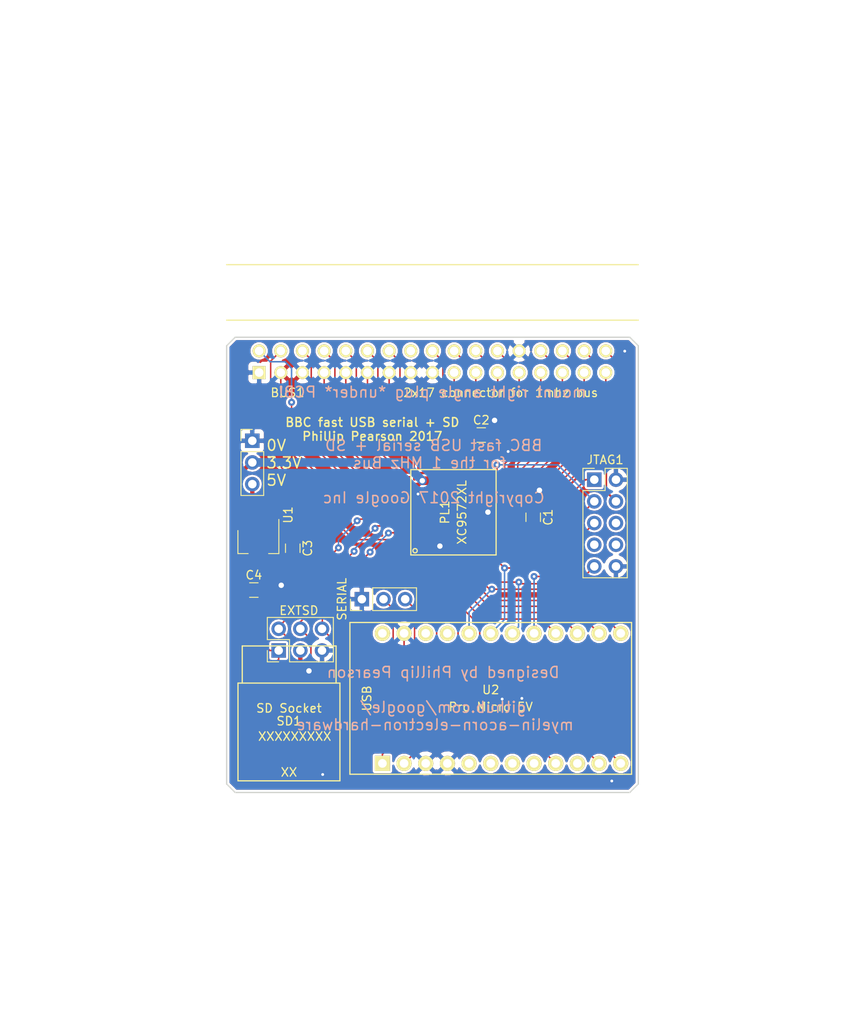
<source format=kicad_pcb>
(kicad_pcb (version 4) (host pcbnew 4.0.6)

  (general
    (links 96)
    (no_connects 0)
    (area 25 -5 125.000001 115.000001)
    (thickness 1.6)
    (drawings 5)
    (tracks 380)
    (zones 0)
    (modules 20)
    (nets 44)
  )

  (page A4)
  (layers
    (0 F.Cu signal)
    (31 B.Cu signal)
    (32 B.Adhes user)
    (33 F.Adhes user)
    (34 B.Paste user)
    (35 F.Paste user)
    (36 B.SilkS user)
    (37 F.SilkS user)
    (38 B.Mask user)
    (39 F.Mask user)
    (40 Dwgs.User user)
    (41 Cmts.User user)
    (42 Eco1.User user)
    (43 Eco2.User user)
    (44 Edge.Cuts user)
    (45 Margin user)
    (46 B.CrtYd user)
    (47 F.CrtYd user)
    (48 B.Fab user)
    (49 F.Fab user)
  )

  (setup
    (last_trace_width 0.1778)
    (user_trace_width 0.254)
    (user_trace_width 0.508)
    (user_trace_width 0.762)
    (user_trace_width 1.016)
    (user_trace_width 1.27)
    (trace_clearance 0.1778)
    (zone_clearance 0.254)
    (zone_45_only no)
    (trace_min 0.1778)
    (segment_width 0.2)
    (edge_width 0.15)
    (via_size 0.8128)
    (via_drill 0.3302)
    (via_min_size 0.8128)
    (via_min_drill 0.3302)
    (user_via 0.8128 0.3302)
    (user_via 1.016 0.635)
    (uvia_size 0.8128)
    (uvia_drill 0.3302)
    (uvias_allowed no)
    (uvia_min_size 0.8128)
    (uvia_min_drill 0.3302)
    (pcb_text_width 0.3)
    (pcb_text_size 1.5 1.5)
    (mod_edge_width 0.15)
    (mod_text_size 1 1)
    (mod_text_width 0.15)
    (pad_size 1.524 1.524)
    (pad_drill 0.762)
    (pad_to_mask_clearance 0.2)
    (aux_axis_origin 0 0)
    (visible_elements 7FFFFFFF)
    (pcbplotparams
      (layerselection 0x010fc_80000001)
      (usegerberextensions true)
      (excludeedgelayer true)
      (linewidth 0.100000)
      (plotframeref false)
      (viasonmask false)
      (mode 1)
      (useauxorigin false)
      (hpglpennumber 1)
      (hpglpenspeed 20)
      (hpglpendiameter 15)
      (hpglpenoverlay 2)
      (psnegative false)
      (psa4output false)
      (plotreference true)
      (plotvalue true)
      (plotinvisibletext false)
      (padsonsilk false)
      (subtractmaskfromsilk false)
      (outputformat 1)
      (mirror false)
      (drillshape 0)
      (scaleselection 1)
      (outputdirectory gerbers/))
  )

  (net 0 "")
  (net 1 3V3)
  (net 2 GND)
  (net 3 cpld_TCK)
  (net 4 cpld_TDO)
  (net 5 cpld_TMS)
  (net 6 cpld_TDI)
  (net 7 5V)
  (net 8 bbc_RnW)
  (net 9 bbc_1MHZE)
  (net 10 bbc_nNMI)
  (net 11 bbc_nIRQ)
  (net 12 bbc_nPGFC)
  (net 13 bbc_nPGFD)
  (net 14 bbc_nRESET)
  (net 15 bbc_D0)
  (net 16 bbc_D1)
  (net 17 bbc_D2)
  (net 18 bbc_D3)
  (net 19 bbc_D4)
  (net 20 bbc_D5)
  (net 21 bbc_D6)
  (net 22 bbc_D7)
  (net 23 bbc_A0)
  (net 24 bbc_A1)
  (net 25 bbc_A2)
  (net 26 bbc_A3)
  (net 27 bbc_A4)
  (net 28 bbc_A5)
  (net 29 bbc_A6)
  (net 30 bbc_A7)
  (net 31 sd_MISO)
  (net 32 sd_SCK)
  (net 33 sd_MOSI)
  (net 34 sd_SS)
  (net 35 avr_MOSI)
  (net 36 avr_SCK)
  (net 37 avr_MISO)
  (net 38 avr_TXD)
  (net 39 avr_RXD)
  (net 40 avr_MISC1)
  (net 41 avr_SD_SEL)
  (net 42 avr_INT)
  (net 43 avr_SS)

  (net_class Default "This is the default net class."
    (clearance 0.1778)
    (trace_width 0.1778)
    (via_dia 0.8128)
    (via_drill 0.3302)
    (uvia_dia 0.8128)
    (uvia_drill 0.3302)
    (add_net 3V3)
    (add_net 5V)
    (add_net GND)
    (add_net avr_INT)
    (add_net avr_MISC1)
    (add_net avr_MISO)
    (add_net avr_MOSI)
    (add_net avr_RXD)
    (add_net avr_SCK)
    (add_net avr_SD_SEL)
    (add_net avr_SS)
    (add_net avr_TXD)
    (add_net bbc_1MHZE)
    (add_net bbc_A0)
    (add_net bbc_A1)
    (add_net bbc_A2)
    (add_net bbc_A3)
    (add_net bbc_A4)
    (add_net bbc_A5)
    (add_net bbc_A6)
    (add_net bbc_A7)
    (add_net bbc_D0)
    (add_net bbc_D1)
    (add_net bbc_D2)
    (add_net bbc_D3)
    (add_net bbc_D4)
    (add_net bbc_D5)
    (add_net bbc_D6)
    (add_net bbc_D7)
    (add_net bbc_RnW)
    (add_net bbc_nIRQ)
    (add_net bbc_nNMI)
    (add_net bbc_nPGFC)
    (add_net bbc_nPGFD)
    (add_net bbc_nRESET)
    (add_net cpld_TCK)
    (add_net cpld_TDI)
    (add_net cpld_TDO)
    (add_net cpld_TMS)
    (add_net sd_MISO)
    (add_net sd_MOSI)
    (add_net sd_SCK)
    (add_net sd_SS)
  )

  (module hirose_micro_sd_card_socket (layer F.Cu) (tedit 0) (tstamp 59968FF1)
    (at 58.875 86.48 180)
    (descr "Hirose DM3D-SF micro SD card socket")
    (fp_text reference SD1 (at 0 7 180) (layer F.SilkS)
      (effects (font (size 1 1) (thickness 0.15)))
    )
    (fp_text value "SD Socket" (at 0 8.5 180) (layer F.SilkS)
      (effects (font (size 1 1) (thickness 0.15)))
    )
    (fp_line (start -5.975 0) (end 5.975 0) (layer F.SilkS) (width 0.15))
    (fp_line (start -5.975 0) (end -5.975 11.45) (layer F.SilkS) (width 0.15))
    (fp_line (start -5.975 11.45) (end 5.975 11.45) (layer F.SilkS) (width 0.15))
    (fp_line (start 5.975 0) (end 5.975 11.45) (layer F.SilkS) (width 0.15))
    (fp_line (start -5.525 11.45) (end -5.525 15.8) (layer F.SilkS) (width 0.15))
    (fp_line (start -5.525 15.8) (end 5.475 15.8) (layer F.SilkS) (width 0.15))
    (fp_line (start 5.475 15.8) (end 5.475 11.45) (layer F.SilkS) (width 0.15))
    (fp_text user XX (at 0 1 180) (layer F.SilkS)
      (effects (font (size 1 1) (thickness 0.15)))
    )
    (fp_text user XXXXXXXXX (at -0.675 5.2 180) (layer F.SilkS)
      (effects (font (size 1 1) (thickness 0.15)))
    )
    (pad 8 smd rect (at -4.525 11.075 180) (size 0.7 1.75) (layers F.Cu F.Paste F.Mask))
    (pad 7 smd rect (at -3.425 11.075 180) (size 0.7 1.75) (layers F.Cu F.Paste F.Mask)
      (net 31 sd_MISO))
    (pad 6 smd rect (at -2.325 11.075 180) (size 0.7 1.75) (layers F.Cu F.Paste F.Mask)
      (net 2 GND))
    (pad 5 smd rect (at -1.225 11.075 180) (size 0.7 1.75) (layers F.Cu F.Paste F.Mask)
      (net 32 sd_SCK))
    (pad 4 smd rect (at -0.125 11.075 180) (size 0.7 1.75) (layers F.Cu F.Paste F.Mask)
      (net 1 3V3))
    (pad 3 smd rect (at 0.975 11.075 180) (size 0.7 1.75) (layers F.Cu F.Paste F.Mask)
      (net 33 sd_MOSI))
    (pad 2 smd rect (at 2.075 11.075 180) (size 0.7 1.75) (layers F.Cu F.Paste F.Mask)
      (net 34 sd_SS))
    (pad 1 smd rect (at 3.175 11.075 180) (size 0.7 1.75) (layers F.Cu F.Paste F.Mask))
    (pad CDB smd rect (at -5.65 1.85 180) (size 1.45 1) (layers F.Cu F.Paste F.Mask))
    (pad CDA smd rect (at 5.575 0.275 180) (size 1 1.55) (layers F.Cu F.Paste F.Mask))
    (pad SH1 smd rect (at -5.725 10.95 180) (size 1.3 1.5) (layers F.Cu F.Paste F.Mask))
    (pad SH2 smd rect (at 5.625 10.95 180) (size 1.5 1.5) (layers F.Cu F.Paste F.Mask))
    (pad SH3 smd rect (at -5.975 3.35 180) (size 0.8 1.5) (layers F.Cu F.Paste F.Mask))
    (pad SH4 smd rect (at 5.975 2.7 180) (size 0.8 1.4) (layers F.Cu F.Paste F.Mask))
  )

  (module Capacitors_SMD:C_0805_HandSoldering (layer F.Cu) (tedit 58AA84A8) (tstamp 5982C7FF)
    (at 87.51 55.6 270)
    (descr "Capacitor SMD 0805, hand soldering")
    (tags "capacitor 0805")
    (attr smd)
    (fp_text reference C1 (at 0 -1.75 270) (layer F.SilkS)
      (effects (font (size 1 1) (thickness 0.15)))
    )
    (fp_text value 100n (at 0 1.75 270) (layer F.Fab)
      (effects (font (size 1 1) (thickness 0.15)))
    )
    (fp_text user %R (at 0 -1.75 270) (layer F.Fab)
      (effects (font (size 1 1) (thickness 0.15)))
    )
    (fp_line (start -1 0.62) (end -1 -0.62) (layer F.Fab) (width 0.1))
    (fp_line (start 1 0.62) (end -1 0.62) (layer F.Fab) (width 0.1))
    (fp_line (start 1 -0.62) (end 1 0.62) (layer F.Fab) (width 0.1))
    (fp_line (start -1 -0.62) (end 1 -0.62) (layer F.Fab) (width 0.1))
    (fp_line (start 0.5 -0.85) (end -0.5 -0.85) (layer F.SilkS) (width 0.12))
    (fp_line (start -0.5 0.85) (end 0.5 0.85) (layer F.SilkS) (width 0.12))
    (fp_line (start -2.25 -0.88) (end 2.25 -0.88) (layer F.CrtYd) (width 0.05))
    (fp_line (start -2.25 -0.88) (end -2.25 0.87) (layer F.CrtYd) (width 0.05))
    (fp_line (start 2.25 0.87) (end 2.25 -0.88) (layer F.CrtYd) (width 0.05))
    (fp_line (start 2.25 0.87) (end -2.25 0.87) (layer F.CrtYd) (width 0.05))
    (pad 1 smd rect (at -1.25 0 270) (size 1.5 1.25) (layers F.Cu F.Paste F.Mask)
      (net 2 GND))
    (pad 2 smd rect (at 1.25 0 270) (size 1.5 1.25) (layers F.Cu F.Paste F.Mask)
      (net 1 3V3))
    (model Capacitors_SMD.3dshapes/C_0805.wrl
      (at (xyz 0 0 0))
      (scale (xyz 1 1 1))
      (rotate (xyz 0 0 0))
    )
  )

  (module Capacitors_SMD:C_0805_HandSoldering (layer F.Cu) (tedit 58AA84A8) (tstamp 5982C810)
    (at 81.42 45.97)
    (descr "Capacitor SMD 0805, hand soldering")
    (tags "capacitor 0805")
    (attr smd)
    (fp_text reference C2 (at 0 -1.75) (layer F.SilkS)
      (effects (font (size 1 1) (thickness 0.15)))
    )
    (fp_text value 100n (at 0 1.75) (layer F.Fab)
      (effects (font (size 1 1) (thickness 0.15)))
    )
    (fp_text user %R (at 0 -1.75) (layer F.Fab)
      (effects (font (size 1 1) (thickness 0.15)))
    )
    (fp_line (start -1 0.62) (end -1 -0.62) (layer F.Fab) (width 0.1))
    (fp_line (start 1 0.62) (end -1 0.62) (layer F.Fab) (width 0.1))
    (fp_line (start 1 -0.62) (end 1 0.62) (layer F.Fab) (width 0.1))
    (fp_line (start -1 -0.62) (end 1 -0.62) (layer F.Fab) (width 0.1))
    (fp_line (start 0.5 -0.85) (end -0.5 -0.85) (layer F.SilkS) (width 0.12))
    (fp_line (start -0.5 0.85) (end 0.5 0.85) (layer F.SilkS) (width 0.12))
    (fp_line (start -2.25 -0.88) (end 2.25 -0.88) (layer F.CrtYd) (width 0.05))
    (fp_line (start -2.25 -0.88) (end -2.25 0.87) (layer F.CrtYd) (width 0.05))
    (fp_line (start 2.25 0.87) (end 2.25 -0.88) (layer F.CrtYd) (width 0.05))
    (fp_line (start 2.25 0.87) (end -2.25 0.87) (layer F.CrtYd) (width 0.05))
    (pad 1 smd rect (at -1.25 0) (size 1.5 1.25) (layers F.Cu F.Paste F.Mask)
      (net 1 3V3))
    (pad 2 smd rect (at 1.25 0) (size 1.5 1.25) (layers F.Cu F.Paste F.Mask)
      (net 2 GND))
    (model Capacitors_SMD.3dshapes/C_0805.wrl
      (at (xyz 0 0 0))
      (scale (xyz 1 1 1))
      (rotate (xyz 0 0 0))
    )
  )

  (module Pin_Headers:Pin_Header_Straight_2x05_Pitch2.54mm (layer F.Cu) (tedit 59650532) (tstamp 5982C841)
    (at 94.67 51.2)
    (descr "Through hole straight pin header, 2x05, 2.54mm pitch, double rows")
    (tags "Through hole pin header THT 2x05 2.54mm double row")
    (fp_text reference JTAG1 (at 1.27 -2.33) (layer F.SilkS)
      (effects (font (size 1 1) (thickness 0.15)))
    )
    (fp_text value jtag (at 1.27 12.49) (layer F.Fab)
      (effects (font (size 1 1) (thickness 0.15)))
    )
    (fp_line (start 0 -1.27) (end 3.81 -1.27) (layer F.Fab) (width 0.1))
    (fp_line (start 3.81 -1.27) (end 3.81 11.43) (layer F.Fab) (width 0.1))
    (fp_line (start 3.81 11.43) (end -1.27 11.43) (layer F.Fab) (width 0.1))
    (fp_line (start -1.27 11.43) (end -1.27 0) (layer F.Fab) (width 0.1))
    (fp_line (start -1.27 0) (end 0 -1.27) (layer F.Fab) (width 0.1))
    (fp_line (start -1.33 11.49) (end 3.87 11.49) (layer F.SilkS) (width 0.12))
    (fp_line (start -1.33 1.27) (end -1.33 11.49) (layer F.SilkS) (width 0.12))
    (fp_line (start 3.87 -1.33) (end 3.87 11.49) (layer F.SilkS) (width 0.12))
    (fp_line (start -1.33 1.27) (end 1.27 1.27) (layer F.SilkS) (width 0.12))
    (fp_line (start 1.27 1.27) (end 1.27 -1.33) (layer F.SilkS) (width 0.12))
    (fp_line (start 1.27 -1.33) (end 3.87 -1.33) (layer F.SilkS) (width 0.12))
    (fp_line (start -1.33 0) (end -1.33 -1.33) (layer F.SilkS) (width 0.12))
    (fp_line (start -1.33 -1.33) (end 0 -1.33) (layer F.SilkS) (width 0.12))
    (fp_line (start -1.8 -1.8) (end -1.8 11.95) (layer F.CrtYd) (width 0.05))
    (fp_line (start -1.8 11.95) (end 4.35 11.95) (layer F.CrtYd) (width 0.05))
    (fp_line (start 4.35 11.95) (end 4.35 -1.8) (layer F.CrtYd) (width 0.05))
    (fp_line (start 4.35 -1.8) (end -1.8 -1.8) (layer F.CrtYd) (width 0.05))
    (fp_text user %R (at 1.27 5.08 90) (layer F.Fab)
      (effects (font (size 1 1) (thickness 0.15)))
    )
    (pad 1 thru_hole rect (at 0 0) (size 1.7 1.7) (drill 1) (layers *.Cu *.Mask)
      (net 3 cpld_TCK))
    (pad 2 thru_hole oval (at 2.54 0) (size 1.7 1.7) (drill 1) (layers *.Cu *.Mask)
      (net 2 GND))
    (pad 3 thru_hole oval (at 0 2.54) (size 1.7 1.7) (drill 1) (layers *.Cu *.Mask)
      (net 4 cpld_TDO))
    (pad 4 thru_hole oval (at 2.54 2.54) (size 1.7 1.7) (drill 1) (layers *.Cu *.Mask)
      (net 1 3V3))
    (pad 5 thru_hole oval (at 0 5.08) (size 1.7 1.7) (drill 1) (layers *.Cu *.Mask)
      (net 5 cpld_TMS))
    (pad 6 thru_hole oval (at 2.54 5.08) (size 1.7 1.7) (drill 1) (layers *.Cu *.Mask))
    (pad 7 thru_hole oval (at 0 7.62) (size 1.7 1.7) (drill 1) (layers *.Cu *.Mask))
    (pad 8 thru_hole oval (at 2.54 7.62) (size 1.7 1.7) (drill 1) (layers *.Cu *.Mask))
    (pad 9 thru_hole oval (at 0 10.16) (size 1.7 1.7) (drill 1) (layers *.Cu *.Mask)
      (net 6 cpld_TDI))
    (pad 10 thru_hole oval (at 2.54 10.16) (size 1.7 1.7) (drill 1) (layers *.Cu *.Mask)
      (net 2 GND))
    (model ${KISYS3DMOD}/Pin_Headers.3dshapes/Pin_Header_Straight_2x05_Pitch2.54mm.wrl
      (at (xyz 0 0 0))
      (scale (xyz 1 1 1))
      (rotate (xyz 0 0 0))
    )
  )

  (module myelin-kicad:xilinx_vqg44 (layer F.Cu) (tedit 0) (tstamp 5982C876)
    (at 78.16 55.02 90)
    (descr "Xilinx VQG44 - 10x10mm VQFP 0.8mm pitch - https://www.xilinx.com/support/documentation/package_specs/vq44.pdf")
    (fp_text reference PL1 (at 0 -1 90) (layer F.SilkS)
      (effects (font (size 1 1) (thickness 0.15)))
    )
    (fp_text value XC9572XL (at 0 1 90) (layer F.SilkS)
      (effects (font (size 1 1) (thickness 0.15)))
    )
    (fp_line (start -5 -5) (end -5 5) (layer F.SilkS) (width 0.15))
    (fp_line (start -5 5) (end 5 5) (layer F.SilkS) (width 0.15))
    (fp_line (start 5 5) (end 5 -5) (layer F.SilkS) (width 0.15))
    (fp_line (start 5 -5) (end -5 -5) (layer F.SilkS) (width 0.15))
    (fp_circle (center -4.5 -4.5) (end -4.5 -4.25) (layer F.SilkS) (width 0.15))
    (pad 1 smd rect (at -6 -4 90) (size 2 0.5) (layers F.Cu F.Paste F.Mask)
      (net 40 avr_MISC1))
    (pad 2 smd rect (at -6 -3.2 90) (size 2 0.5) (layers F.Cu F.Paste F.Mask)
      (net 41 avr_SD_SEL))
    (pad 3 smd rect (at -6 -2.4 90) (size 2 0.5) (layers F.Cu F.Paste F.Mask)
      (net 43 avr_SS))
    (pad 4 smd rect (at -6 -1.6 90) (size 2 0.5) (layers F.Cu F.Paste F.Mask)
      (net 2 GND))
    (pad 5 smd rect (at -6 -0.8 90) (size 2 0.5) (layers F.Cu F.Paste F.Mask)
      (net 36 avr_SCK))
    (pad 6 smd rect (at -6 0 90) (size 2 0.5) (layers F.Cu F.Paste F.Mask)
      (net 37 avr_MISO))
    (pad 7 smd rect (at -6 0.8 90) (size 2 0.5) (layers F.Cu F.Paste F.Mask)
      (net 35 avr_MOSI))
    (pad 8 smd rect (at -6 1.6 90) (size 2 0.5) (layers F.Cu F.Paste F.Mask)
      (net 42 avr_INT))
    (pad 9 smd rect (at -6 2.4 90) (size 2 0.5) (layers F.Cu F.Paste F.Mask)
      (net 6 cpld_TDI))
    (pad 10 smd rect (at -6 3.2 90) (size 2 0.5) (layers F.Cu F.Paste F.Mask)
      (net 5 cpld_TMS))
    (pad 11 smd rect (at -6 4 90) (size 2 0.5) (layers F.Cu F.Paste F.Mask)
      (net 3 cpld_TCK))
    (pad 12 smd rect (at -4 6 90) (size 0.5 2) (layers F.Cu F.Paste F.Mask)
      (net 30 bbc_A7))
    (pad 13 smd rect (at -3.2 6 90) (size 0.5 2) (layers F.Cu F.Paste F.Mask)
      (net 29 bbc_A6))
    (pad 14 smd rect (at -2.4 6 90) (size 0.5 2) (layers F.Cu F.Paste F.Mask)
      (net 28 bbc_A5))
    (pad 15 smd rect (at -1.6 6 90) (size 0.5 2) (layers F.Cu F.Paste F.Mask)
      (net 1 3V3))
    (pad 16 smd rect (at -0.8 6 90) (size 0.5 2) (layers F.Cu F.Paste F.Mask)
      (net 27 bbc_A4))
    (pad 17 smd rect (at 0 6 90) (size 0.5 2) (layers F.Cu F.Paste F.Mask)
      (net 2 GND))
    (pad 18 smd rect (at 0.8 6 90) (size 0.5 2) (layers F.Cu F.Paste F.Mask)
      (net 26 bbc_A3))
    (pad 19 smd rect (at 1.6 6 90) (size 0.5 2) (layers F.Cu F.Paste F.Mask)
      (net 25 bbc_A2))
    (pad 20 smd rect (at 2.4 6 90) (size 0.5 2) (layers F.Cu F.Paste F.Mask)
      (net 24 bbc_A1))
    (pad 21 smd rect (at 3.2 6 90) (size 0.5 2) (layers F.Cu F.Paste F.Mask)
      (net 23 bbc_A0))
    (pad 22 smd rect (at 4 6 90) (size 0.5 2) (layers F.Cu F.Paste F.Mask)
      (net 22 bbc_D7))
    (pad 23 smd rect (at 6 4 90) (size 2 0.5) (layers F.Cu F.Paste F.Mask)
      (net 21 bbc_D6))
    (pad 24 smd rect (at 6 3.2 90) (size 2 0.5) (layers F.Cu F.Paste F.Mask)
      (net 4 cpld_TDO))
    (pad 25 smd rect (at 6 2.4 90) (size 2 0.5) (layers F.Cu F.Paste F.Mask)
      (net 2 GND))
    (pad 26 smd rect (at 6 1.6 90) (size 2 0.5) (layers F.Cu F.Paste F.Mask)
      (net 1 3V3))
    (pad 27 smd rect (at 6 0.8 90) (size 2 0.5) (layers F.Cu F.Paste F.Mask)
      (net 20 bbc_D5))
    (pad 28 smd rect (at 6 0 90) (size 2 0.5) (layers F.Cu F.Paste F.Mask)
      (net 19 bbc_D4))
    (pad 29 smd rect (at 6 -0.8 90) (size 2 0.5) (layers F.Cu F.Paste F.Mask)
      (net 18 bbc_D3))
    (pad 30 smd rect (at 6 -1.6 90) (size 2 0.5) (layers F.Cu F.Paste F.Mask)
      (net 17 bbc_D2))
    (pad 31 smd rect (at 6 -2.4 90) (size 2 0.5) (layers F.Cu F.Paste F.Mask)
      (net 16 bbc_D1))
    (pad 32 smd rect (at 6 -3.2 90) (size 2 0.5) (layers F.Cu F.Paste F.Mask)
      (net 15 bbc_D0))
    (pad 33 smd rect (at 6 -4 90) (size 2 0.5) (layers F.Cu F.Paste F.Mask)
      (net 14 bbc_nRESET))
    (pad 34 smd rect (at 4 -6 90) (size 0.5 2) (layers F.Cu F.Paste F.Mask)
      (net 13 bbc_nPGFD))
    (pad 35 smd rect (at 3.2 -6 90) (size 0.5 2) (layers F.Cu F.Paste F.Mask)
      (net 1 3V3))
    (pad 36 smd rect (at 2.4 -6 90) (size 0.5 2) (layers F.Cu F.Paste F.Mask)
      (net 12 bbc_nPGFC))
    (pad 37 smd rect (at 1.6 -6 90) (size 0.5 2) (layers F.Cu F.Paste F.Mask)
      (net 11 bbc_nIRQ))
    (pad 38 smd rect (at 0.8 -6 90) (size 0.5 2) (layers F.Cu F.Paste F.Mask)
      (net 10 bbc_nNMI))
    (pad 39 smd rect (at 0 -6 90) (size 0.5 2) (layers F.Cu F.Paste F.Mask)
      (net 8 bbc_RnW))
    (pad 40 smd rect (at -0.8 -6 90) (size 0.5 2) (layers F.Cu F.Paste F.Mask)
      (net 34 sd_SS))
    (pad 41 smd rect (at -1.6 -6 90) (size 0.5 2) (layers F.Cu F.Paste F.Mask)
      (net 33 sd_MOSI))
    (pad 42 smd rect (at -2.4 -6 90) (size 0.5 2) (layers F.Cu F.Paste F.Mask)
      (net 32 sd_SCK))
    (pad 43 smd rect (at -3.2 -6 90) (size 0.5 2) (layers F.Cu F.Paste F.Mask)
      (net 9 bbc_1MHZE))
    (pad 44 smd rect (at -4 -6 90) (size 0.5 2) (layers F.Cu F.Paste F.Mask)
      (net 31 sd_MISO))
  )

  (module Capacitors_SMD:C_0805_HandSoldering (layer F.Cu) (tedit 58AA84A8) (tstamp 5982C9C3)
    (at 59.32 59.23 270)
    (descr "Capacitor SMD 0805, hand soldering")
    (tags "capacitor 0805")
    (attr smd)
    (fp_text reference C3 (at 0 -1.75 270) (layer F.SilkS)
      (effects (font (size 1 1) (thickness 0.15)))
    )
    (fp_text value 1u (at 0 1.75 270) (layer F.Fab)
      (effects (font (size 1 1) (thickness 0.15)))
    )
    (fp_text user %R (at 0 -1.75 270) (layer F.Fab)
      (effects (font (size 1 1) (thickness 0.15)))
    )
    (fp_line (start -1 0.62) (end -1 -0.62) (layer F.Fab) (width 0.1))
    (fp_line (start 1 0.62) (end -1 0.62) (layer F.Fab) (width 0.1))
    (fp_line (start 1 -0.62) (end 1 0.62) (layer F.Fab) (width 0.1))
    (fp_line (start -1 -0.62) (end 1 -0.62) (layer F.Fab) (width 0.1))
    (fp_line (start 0.5 -0.85) (end -0.5 -0.85) (layer F.SilkS) (width 0.12))
    (fp_line (start -0.5 0.85) (end 0.5 0.85) (layer F.SilkS) (width 0.12))
    (fp_line (start -2.25 -0.88) (end 2.25 -0.88) (layer F.CrtYd) (width 0.05))
    (fp_line (start -2.25 -0.88) (end -2.25 0.87) (layer F.CrtYd) (width 0.05))
    (fp_line (start 2.25 0.87) (end 2.25 -0.88) (layer F.CrtYd) (width 0.05))
    (fp_line (start 2.25 0.87) (end -2.25 0.87) (layer F.CrtYd) (width 0.05))
    (pad 1 smd rect (at -1.25 0 270) (size 1.5 1.25) (layers F.Cu F.Paste F.Mask)
      (net 2 GND))
    (pad 2 smd rect (at 1.25 0 270) (size 1.5 1.25) (layers F.Cu F.Paste F.Mask)
      (net 7 5V))
    (model Capacitors_SMD.3dshapes/C_0805.wrl
      (at (xyz 0 0 0))
      (scale (xyz 1 1 1))
      (rotate (xyz 0 0 0))
    )
  )

  (module Capacitors_SMD:C_0805_HandSoldering (layer F.Cu) (tedit 58AA84A8) (tstamp 5982C9D4)
    (at 54.76 64.13)
    (descr "Capacitor SMD 0805, hand soldering")
    (tags "capacitor 0805")
    (attr smd)
    (fp_text reference C4 (at 0 -1.75) (layer F.SilkS)
      (effects (font (size 1 1) (thickness 0.15)))
    )
    (fp_text value 1u (at 0 1.75) (layer F.Fab)
      (effects (font (size 1 1) (thickness 0.15)))
    )
    (fp_text user %R (at 0 -1.75) (layer F.Fab)
      (effects (font (size 1 1) (thickness 0.15)))
    )
    (fp_line (start -1 0.62) (end -1 -0.62) (layer F.Fab) (width 0.1))
    (fp_line (start 1 0.62) (end -1 0.62) (layer F.Fab) (width 0.1))
    (fp_line (start 1 -0.62) (end 1 0.62) (layer F.Fab) (width 0.1))
    (fp_line (start -1 -0.62) (end 1 -0.62) (layer F.Fab) (width 0.1))
    (fp_line (start 0.5 -0.85) (end -0.5 -0.85) (layer F.SilkS) (width 0.12))
    (fp_line (start -0.5 0.85) (end 0.5 0.85) (layer F.SilkS) (width 0.12))
    (fp_line (start -2.25 -0.88) (end 2.25 -0.88) (layer F.CrtYd) (width 0.05))
    (fp_line (start -2.25 -0.88) (end -2.25 0.87) (layer F.CrtYd) (width 0.05))
    (fp_line (start 2.25 0.87) (end 2.25 -0.88) (layer F.CrtYd) (width 0.05))
    (fp_line (start 2.25 0.87) (end -2.25 0.87) (layer F.CrtYd) (width 0.05))
    (pad 1 smd rect (at -1.25 0) (size 1.5 1.25) (layers F.Cu F.Paste F.Mask)
      (net 1 3V3))
    (pad 2 smd rect (at 1.25 0) (size 1.5 1.25) (layers F.Cu F.Paste F.Mask)
      (net 2 GND))
    (model Capacitors_SMD.3dshapes/C_0805.wrl
      (at (xyz 0 0 0))
      (scale (xyz 1 1 1))
      (rotate (xyz 0 0 0))
    )
  )

  (module TO_SOT_Packages_SMD:SOT-89-3 (layer F.Cu) (tedit 591F0203) (tstamp 5982C9EC)
    (at 55.29 58.0765 270)
    (descr SOT-89-3)
    (tags SOT-89-3)
    (attr smd)
    (fp_text reference U1 (at -2.7465 -3.49 270) (layer F.SilkS)
      (effects (font (size 1 1) (thickness 0.15)))
    )
    (fp_text value MCP1700T-3302E/MB (at 0.45 3.25 270) (layer F.Fab)
      (effects (font (size 1 1) (thickness 0.15)))
    )
    (fp_text user %R (at 0.38 0 360) (layer F.Fab)
      (effects (font (size 0.6 0.6) (thickness 0.09)))
    )
    (fp_line (start 1.78 1.2) (end 1.78 2.4) (layer F.SilkS) (width 0.12))
    (fp_line (start 1.78 2.4) (end -0.92 2.4) (layer F.SilkS) (width 0.12))
    (fp_line (start -2.22 -2.4) (end 1.78 -2.4) (layer F.SilkS) (width 0.12))
    (fp_line (start 1.78 -2.4) (end 1.78 -1.2) (layer F.SilkS) (width 0.12))
    (fp_line (start -0.92 -1.51) (end -0.13 -2.3) (layer F.Fab) (width 0.1))
    (fp_line (start 1.68 -2.3) (end 1.68 2.3) (layer F.Fab) (width 0.1))
    (fp_line (start 1.68 2.3) (end -0.92 2.3) (layer F.Fab) (width 0.1))
    (fp_line (start -0.92 2.3) (end -0.92 -1.51) (layer F.Fab) (width 0.1))
    (fp_line (start -0.13 -2.3) (end 1.68 -2.3) (layer F.Fab) (width 0.1))
    (fp_line (start 3.23 -2.55) (end 3.23 2.55) (layer F.CrtYd) (width 0.05))
    (fp_line (start 3.23 -2.55) (end -2.48 -2.55) (layer F.CrtYd) (width 0.05))
    (fp_line (start -2.48 2.55) (end 3.23 2.55) (layer F.CrtYd) (width 0.05))
    (fp_line (start -2.48 2.55) (end -2.48 -2.55) (layer F.CrtYd) (width 0.05))
    (pad 2 smd trapezoid (at 2.667 0 180) (size 1.6 0.85) (rect_delta 0 0.6 ) (layers F.Cu F.Paste F.Mask)
      (net 7 5V))
    (pad 1 smd rect (at -1.48 -1.5 180) (size 1 1.5) (layers F.Cu F.Paste F.Mask)
      (net 2 GND))
    (pad 2 smd rect (at -1.3335 0 180) (size 1 1.8) (layers F.Cu F.Paste F.Mask)
      (net 7 5V))
    (pad 3 smd rect (at -1.48 1.5 180) (size 1 1.5) (layers F.Cu F.Paste F.Mask)
      (net 1 3V3))
    (pad 2 smd rect (at 1.3335 0 180) (size 2.2 1.84) (layers F.Cu F.Paste F.Mask)
      (net 7 5V))
    (pad 2 smd trapezoid (at -0.0762 0) (size 1.5 1) (rect_delta 0 0.7 ) (layers F.Cu F.Paste F.Mask)
      (net 7 5V))
    (model ${KISYS3DMOD}/TO_SOT_Packages_SMD.3dshapes/SOT-89-3.wrl
      (at (xyz 0 0 0))
      (scale (xyz 1 1 1))
      (rotate (xyz 0 0 0))
    )
  )

  (module myelin-kicad:bbc_1mhz_bus_board locked (layer F.Cu) (tedit 0) (tstamp 5982C621)
    (at 75.7 26.01)
    (descr "Board that fits nicely into the 1MHz bus socket under a BBC Model B")
    (fp_text reference BUS1 (at -17 15) (layer F.SilkS)
      (effects (font (size 1 1) (thickness 0.15)))
    )
    (fp_text value "2x17 connector for 1mhz bus" (at 8 15) (layer F.SilkS)
      (effects (font (size 1 1) (thickness 0.15)))
    )
    (fp_line (start -24.13 0) (end 24.13 0) (layer F.SilkS) (width 0.15))
    (fp_line (start -24.13 6.5) (end 24.13 6.5) (layer F.SilkS) (width 0.15))
    (fp_line (start -23.13 8.5) (end 23.13 8.5) (layer Edge.Cuts) (width 0.15))
    (fp_line (start -23.13 8.5) (end -24.13 9.5) (layer Edge.Cuts) (width 0.15))
    (fp_line (start -24.13 9.5) (end -24.13 60.84) (layer Edge.Cuts) (width 0.15))
    (fp_line (start -24.13 60.84) (end -23.13 61.84) (layer Edge.Cuts) (width 0.15))
    (fp_line (start -23.13 61.84) (end 23.13 61.84) (layer Edge.Cuts) (width 0.15))
    (fp_line (start 23.13 61.84) (end 24.13 60.84) (layer Edge.Cuts) (width 0.15))
    (fp_line (start 24.13 60.84) (end 24.13 9.5) (layer Edge.Cuts) (width 0.15))
    (fp_line (start 23.13 8.5) (end 24.13 9.5) (layer Edge.Cuts) (width 0.15))
    (pad 1 thru_hole rect (at -20.32 12.64) (size 1.524 1.524) (drill 1.016) (layers *.Cu *.Mask F.SilkS)
      (net 2 GND))
    (pad 2 thru_hole circle (at -20.32 10.1) (size 1.524 1.524) (drill 1.016) (layers *.Cu *.Mask F.SilkS)
      (net 8 bbc_RnW))
    (pad 3 thru_hole circle (at -17.78 12.64) (size 1.524 1.524) (drill 1.016) (layers *.Cu *.Mask F.SilkS)
      (net 2 GND))
    (pad 4 thru_hole circle (at -17.78 10.1) (size 1.524 1.524) (drill 1.016) (layers *.Cu *.Mask F.SilkS)
      (net 9 bbc_1MHZE))
    (pad 5 thru_hole circle (at -15.24 12.64) (size 1.524 1.524) (drill 1.016) (layers *.Cu *.Mask F.SilkS)
      (net 2 GND))
    (pad 6 thru_hole circle (at -15.24 10.1) (size 1.524 1.524) (drill 1.016) (layers *.Cu *.Mask F.SilkS)
      (net 10 bbc_nNMI))
    (pad 7 thru_hole circle (at -12.7 12.64) (size 1.524 1.524) (drill 1.016) (layers *.Cu *.Mask F.SilkS)
      (net 2 GND))
    (pad 8 thru_hole circle (at -12.7 10.1) (size 1.524 1.524) (drill 1.016) (layers *.Cu *.Mask F.SilkS)
      (net 11 bbc_nIRQ))
    (pad 9 thru_hole circle (at -10.16 12.64) (size 1.524 1.524) (drill 1.016) (layers *.Cu *.Mask F.SilkS)
      (net 2 GND))
    (pad 10 thru_hole circle (at -10.16 10.1) (size 1.524 1.524) (drill 1.016) (layers *.Cu *.Mask F.SilkS)
      (net 12 bbc_nPGFC))
    (pad 11 thru_hole circle (at -7.62 12.64) (size 1.524 1.524) (drill 1.016) (layers *.Cu *.Mask F.SilkS)
      (net 2 GND))
    (pad 12 thru_hole circle (at -7.62 10.1) (size 1.524 1.524) (drill 1.016) (layers *.Cu *.Mask F.SilkS)
      (net 13 bbc_nPGFD))
    (pad 13 thru_hole circle (at -5.08 12.64) (size 1.524 1.524) (drill 1.016) (layers *.Cu *.Mask F.SilkS)
      (net 2 GND))
    (pad 14 thru_hole circle (at -5.08 10.1) (size 1.524 1.524) (drill 1.016) (layers *.Cu *.Mask F.SilkS)
      (net 14 bbc_nRESET))
    (pad 15 thru_hole circle (at -2.54 12.64) (size 1.524 1.524) (drill 1.016) (layers *.Cu *.Mask F.SilkS)
      (net 2 GND))
    (pad 16 thru_hole circle (at -2.54 10.1) (size 1.524 1.524) (drill 1.016) (layers *.Cu *.Mask F.SilkS))
    (pad 17 thru_hole circle (at 0 12.64) (size 1.524 1.524) (drill 1.016) (layers *.Cu *.Mask F.SilkS)
      (net 2 GND))
    (pad 18 thru_hole circle (at 0 10.1) (size 1.524 1.524) (drill 1.016) (layers *.Cu *.Mask F.SilkS)
      (net 15 bbc_D0))
    (pad 19 thru_hole circle (at 2.54 12.64) (size 1.524 1.524) (drill 1.016) (layers *.Cu *.Mask F.SilkS)
      (net 16 bbc_D1))
    (pad 20 thru_hole circle (at 2.54 10.1) (size 1.524 1.524) (drill 1.016) (layers *.Cu *.Mask F.SilkS)
      (net 17 bbc_D2))
    (pad 21 thru_hole circle (at 5.08 12.64) (size 1.524 1.524) (drill 1.016) (layers *.Cu *.Mask F.SilkS)
      (net 18 bbc_D3))
    (pad 22 thru_hole circle (at 5.08 10.1) (size 1.524 1.524) (drill 1.016) (layers *.Cu *.Mask F.SilkS)
      (net 19 bbc_D4))
    (pad 23 thru_hole circle (at 7.62 12.64) (size 1.524 1.524) (drill 1.016) (layers *.Cu *.Mask F.SilkS)
      (net 20 bbc_D5))
    (pad 24 thru_hole circle (at 7.62 10.1) (size 1.524 1.524) (drill 1.016) (layers *.Cu *.Mask F.SilkS)
      (net 21 bbc_D6))
    (pad 25 thru_hole circle (at 10.16 12.64) (size 1.524 1.524) (drill 1.016) (layers *.Cu *.Mask F.SilkS)
      (net 22 bbc_D7))
    (pad 26 thru_hole circle (at 10.16 10.1) (size 1.524 1.524) (drill 1.016) (layers *.Cu *.Mask F.SilkS)
      (net 2 GND))
    (pad 27 thru_hole circle (at 12.7 12.64) (size 1.524 1.524) (drill 1.016) (layers *.Cu *.Mask F.SilkS)
      (net 23 bbc_A0))
    (pad 28 thru_hole circle (at 12.7 10.1) (size 1.524 1.524) (drill 1.016) (layers *.Cu *.Mask F.SilkS)
      (net 24 bbc_A1))
    (pad 29 thru_hole circle (at 15.24 12.64) (size 1.524 1.524) (drill 1.016) (layers *.Cu *.Mask F.SilkS)
      (net 25 bbc_A2))
    (pad 30 thru_hole circle (at 15.24 10.1) (size 1.524 1.524) (drill 1.016) (layers *.Cu *.Mask F.SilkS)
      (net 26 bbc_A3))
    (pad 31 thru_hole circle (at 17.78 12.64) (size 1.524 1.524) (drill 1.016) (layers *.Cu *.Mask F.SilkS)
      (net 27 bbc_A4))
    (pad 32 thru_hole circle (at 17.78 10.1) (size 1.524 1.524) (drill 1.016) (layers *.Cu *.Mask F.SilkS)
      (net 28 bbc_A5))
    (pad 33 thru_hole circle (at 20.32 12.64) (size 1.524 1.524) (drill 1.016) (layers *.Cu *.Mask F.SilkS)
      (net 29 bbc_A6))
    (pad 34 thru_hole circle (at 20.32 10.1) (size 1.524 1.524) (drill 1.016) (layers *.Cu *.Mask F.SilkS)
      (net 30 bbc_A7))
  )

  (module myelin-kicad:pro_micro (layer F.Cu) (tedit 0) (tstamp 59968F1C)
    (at 82.53 76.82)
    (descr "Sparkfun Pro Micro ATMEGA32U4")
    (fp_text reference U2 (at 0 -1) (layer F.SilkS)
      (effects (font (size 1 1) (thickness 0.15)))
    )
    (fp_text value "Pro Micro 5V" (at 0 1) (layer F.SilkS)
      (effects (font (size 1 1) (thickness 0.15)))
    )
    (fp_line (start -16.51 -8.89) (end -16.51 8.89) (layer F.SilkS) (width 0.15))
    (fp_line (start -16.51 8.89) (end 16.51 8.89) (layer F.SilkS) (width 0.15))
    (fp_line (start 16.51 8.89) (end 16.51 -8.89) (layer F.SilkS) (width 0.15))
    (fp_line (start 16.51 -8.89) (end -16.51 -8.89) (layer F.SilkS) (width 0.15))
    (fp_text user USB (at -14.51 0 90) (layer F.SilkS)
      (effects (font (size 1 1) (thickness 0.15)))
    )
    (pad 24 thru_hole circle (at -12.7 -7.62) (size 1.778 1.778) (drill 1.016) (layers *.Cu *.Mask F.SilkS))
    (pad 1 thru_hole rect (at -12.7 7.62) (size 1.778 1.778) (drill 1.016) (layers *.Cu *.Mask F.SilkS)
      (net 38 avr_TXD))
    (pad 23 thru_hole circle (at -10.16 -7.62) (size 1.778 1.778) (drill 1.016) (layers *.Cu *.Mask F.SilkS)
      (net 2 GND))
    (pad 2 thru_hole circle (at -10.16 7.62) (size 1.778 1.778) (drill 1.016) (layers *.Cu *.Mask F.SilkS)
      (net 39 avr_RXD))
    (pad 22 thru_hole circle (at -7.62 -7.62) (size 1.778 1.778) (drill 1.016) (layers *.Cu *.Mask F.SilkS))
    (pad 3 thru_hole circle (at -7.62 7.62) (size 1.778 1.778) (drill 1.016) (layers *.Cu *.Mask F.SilkS)
      (net 2 GND))
    (pad 21 thru_hole circle (at -5.08 -7.62) (size 1.778 1.778) (drill 1.016) (layers *.Cu *.Mask F.SilkS))
    (pad 4 thru_hole circle (at -5.08 7.62) (size 1.778 1.778) (drill 1.016) (layers *.Cu *.Mask F.SilkS)
      (net 2 GND))
    (pad 20 thru_hole circle (at -2.54 -7.62) (size 1.778 1.778) (drill 1.016) (layers *.Cu *.Mask F.SilkS)
      (net 6 cpld_TDI))
    (pad 5 thru_hole circle (at -2.54 7.62) (size 1.778 1.778) (drill 1.016) (layers *.Cu *.Mask F.SilkS))
    (pad 19 thru_hole circle (at 0 -7.62) (size 1.778 1.778) (drill 1.016) (layers *.Cu *.Mask F.SilkS)
      (net 3 cpld_TCK))
    (pad 6 thru_hole circle (at 0 7.62) (size 1.778 1.778) (drill 1.016) (layers *.Cu *.Mask F.SilkS))
    (pad 18 thru_hole circle (at 2.54 -7.62) (size 1.778 1.778) (drill 1.016) (layers *.Cu *.Mask F.SilkS)
      (net 5 cpld_TMS))
    (pad 7 thru_hole circle (at 2.54 7.62) (size 1.778 1.778) (drill 1.016) (layers *.Cu *.Mask F.SilkS))
    (pad 17 thru_hole circle (at 5.08 -7.62) (size 1.778 1.778) (drill 1.016) (layers *.Cu *.Mask F.SilkS)
      (net 4 cpld_TDO))
    (pad 8 thru_hole circle (at 5.08 7.62) (size 1.778 1.778) (drill 1.016) (layers *.Cu *.Mask F.SilkS))
    (pad 16 thru_hole circle (at 7.62 -7.62) (size 1.778 1.778) (drill 1.016) (layers *.Cu *.Mask F.SilkS)
      (net 36 avr_SCK))
    (pad 9 thru_hole circle (at 7.62 7.62) (size 1.778 1.778) (drill 1.016) (layers *.Cu *.Mask F.SilkS)
      (net 40 avr_MISC1))
    (pad 15 thru_hole circle (at 10.16 -7.62) (size 1.778 1.778) (drill 1.016) (layers *.Cu *.Mask F.SilkS)
      (net 37 avr_MISO))
    (pad 10 thru_hole circle (at 10.16 7.62) (size 1.778 1.778) (drill 1.016) (layers *.Cu *.Mask F.SilkS))
    (pad 14 thru_hole circle (at 12.7 -7.62) (size 1.778 1.778) (drill 1.016) (layers *.Cu *.Mask F.SilkS)
      (net 35 avr_MOSI))
    (pad 11 thru_hole circle (at 12.7 7.62) (size 1.778 1.778) (drill 1.016) (layers *.Cu *.Mask F.SilkS)
      (net 41 avr_SD_SEL))
    (pad 13 thru_hole circle (at 15.24 -7.62) (size 1.778 1.778) (drill 1.016) (layers *.Cu *.Mask F.SilkS)
      (net 42 avr_INT))
    (pad 12 thru_hole circle (at 15.24 7.62) (size 1.778 1.778) (drill 1.016) (layers *.Cu *.Mask F.SilkS)
      (net 43 avr_SS))
  )

  (module Pin_Headers:Pin_Header_Straight_1x03_Pitch2.54mm (layer F.Cu) (tedit 5997EBDF) (tstamp 5997CADA)
    (at 54.58 46.64)
    (descr "Through hole straight pin header, 1x03, 2.54mm pitch, single row")
    (tags "Through hole pin header THT 1x03 2.54mm single row")
    (fp_text reference EXTPWR (at 0 -2.33) (layer F.SilkS) hide
      (effects (font (size 1 1) (thickness 0.15)))
    )
    (fp_text value "ext pwr" (at 0 7.41) (layer F.Fab)
      (effects (font (size 1 1) (thickness 0.15)))
    )
    (fp_line (start -0.635 -1.27) (end 1.27 -1.27) (layer F.Fab) (width 0.1))
    (fp_line (start 1.27 -1.27) (end 1.27 6.35) (layer F.Fab) (width 0.1))
    (fp_line (start 1.27 6.35) (end -1.27 6.35) (layer F.Fab) (width 0.1))
    (fp_line (start -1.27 6.35) (end -1.27 -0.635) (layer F.Fab) (width 0.1))
    (fp_line (start -1.27 -0.635) (end -0.635 -1.27) (layer F.Fab) (width 0.1))
    (fp_line (start -1.33 6.41) (end 1.33 6.41) (layer F.SilkS) (width 0.12))
    (fp_line (start -1.33 1.27) (end -1.33 6.41) (layer F.SilkS) (width 0.12))
    (fp_line (start 1.33 1.27) (end 1.33 6.41) (layer F.SilkS) (width 0.12))
    (fp_line (start -1.33 1.27) (end 1.33 1.27) (layer F.SilkS) (width 0.12))
    (fp_line (start -1.33 0) (end -1.33 -1.33) (layer F.SilkS) (width 0.12))
    (fp_line (start -1.33 -1.33) (end 0 -1.33) (layer F.SilkS) (width 0.12))
    (fp_line (start -1.8 -1.8) (end -1.8 6.85) (layer F.CrtYd) (width 0.05))
    (fp_line (start -1.8 6.85) (end 1.8 6.85) (layer F.CrtYd) (width 0.05))
    (fp_line (start 1.8 6.85) (end 1.8 -1.8) (layer F.CrtYd) (width 0.05))
    (fp_line (start 1.8 -1.8) (end -1.8 -1.8) (layer F.CrtYd) (width 0.05))
    (fp_text user %R (at 0 2.54 90) (layer F.Fab)
      (effects (font (size 1 1) (thickness 0.15)))
    )
    (pad 1 thru_hole rect (at 0 0) (size 1.7 1.7) (drill 1) (layers *.Cu *.Mask)
      (net 2 GND))
    (pad 2 thru_hole oval (at 0 2.54) (size 1.7 1.7) (drill 1) (layers *.Cu *.Mask)
      (net 1 3V3))
    (pad 3 thru_hole oval (at 0 5.08) (size 1.7 1.7) (drill 1) (layers *.Cu *.Mask)
      (net 7 5V))
    (model ${KISYS3DMOD}/Pin_Headers.3dshapes/Pin_Header_Straight_1x03_Pitch2.54mm.wrl
      (at (xyz 0 0 0))
      (scale (xyz 1 1 1))
      (rotate (xyz 0 0 0))
    )
  )

  (module Pin_Headers:Pin_Header_Straight_1x03_Pitch2.54mm (layer F.Cu) (tedit 59650532) (tstamp 5997CF0E)
    (at 67.42 65.2 90)
    (descr "Through hole straight pin header, 1x03, 2.54mm pitch, single row")
    (tags "Through hole pin header THT 1x03 2.54mm single row")
    (fp_text reference SERIAL (at 0 -2.33 90) (layer F.SilkS)
      (effects (font (size 1 1) (thickness 0.15)))
    )
    (fp_text value serial (at 0 7.41 90) (layer F.Fab)
      (effects (font (size 1 1) (thickness 0.15)))
    )
    (fp_line (start -0.635 -1.27) (end 1.27 -1.27) (layer F.Fab) (width 0.1))
    (fp_line (start 1.27 -1.27) (end 1.27 6.35) (layer F.Fab) (width 0.1))
    (fp_line (start 1.27 6.35) (end -1.27 6.35) (layer F.Fab) (width 0.1))
    (fp_line (start -1.27 6.35) (end -1.27 -0.635) (layer F.Fab) (width 0.1))
    (fp_line (start -1.27 -0.635) (end -0.635 -1.27) (layer F.Fab) (width 0.1))
    (fp_line (start -1.33 6.41) (end 1.33 6.41) (layer F.SilkS) (width 0.12))
    (fp_line (start -1.33 1.27) (end -1.33 6.41) (layer F.SilkS) (width 0.12))
    (fp_line (start 1.33 1.27) (end 1.33 6.41) (layer F.SilkS) (width 0.12))
    (fp_line (start -1.33 1.27) (end 1.33 1.27) (layer F.SilkS) (width 0.12))
    (fp_line (start -1.33 0) (end -1.33 -1.33) (layer F.SilkS) (width 0.12))
    (fp_line (start -1.33 -1.33) (end 0 -1.33) (layer F.SilkS) (width 0.12))
    (fp_line (start -1.8 -1.8) (end -1.8 6.85) (layer F.CrtYd) (width 0.05))
    (fp_line (start -1.8 6.85) (end 1.8 6.85) (layer F.CrtYd) (width 0.05))
    (fp_line (start 1.8 6.85) (end 1.8 -1.8) (layer F.CrtYd) (width 0.05))
    (fp_line (start 1.8 -1.8) (end -1.8 -1.8) (layer F.CrtYd) (width 0.05))
    (fp_text user %R (at 0 2.54 180) (layer F.Fab)
      (effects (font (size 1 1) (thickness 0.15)))
    )
    (pad 1 thru_hole rect (at 0 0 90) (size 1.7 1.7) (drill 1) (layers *.Cu *.Mask)
      (net 2 GND))
    (pad 2 thru_hole oval (at 0 2.54 90) (size 1.7 1.7) (drill 1) (layers *.Cu *.Mask)
      (net 38 avr_TXD))
    (pad 3 thru_hole oval (at 0 5.08 90) (size 1.7 1.7) (drill 1) (layers *.Cu *.Mask)
      (net 39 avr_RXD))
    (model ${KISYS3DMOD}/Pin_Headers.3dshapes/Pin_Header_Straight_1x03_Pitch2.54mm.wrl
      (at (xyz 0 0 0))
      (scale (xyz 1 1 1))
      (rotate (xyz 0 0 0))
    )
  )

  (module myelin-kicad:via_single (layer F.Cu) (tedit 0) (tstamp 5997EB05)
    (at 83.87 76.9)
    (descr "Via array for stapling planes together")
    (fp_text reference staple_single1 (at 0 -1) (layer F.SilkS) hide
      (effects (font (size 1 1) (thickness 0.15)))
    )
    (fp_text value "" (at 0 1) (layer F.SilkS) hide
      (effects (font (size 1 1) (thickness 0.15)))
    )
    (pad 1 thru_hole circle (at 0 0) (size 0.8128 0.8128) (drill 0.3302) (layers *.Cu)
      (net 2 GND) (zone_connect 2))
  )

  (module myelin-kicad:via_single (layer F.Cu) (tedit 0) (tstamp 5997EB0A)
    (at 86.18 76.82)
    (descr "Via array for stapling planes together")
    (fp_text reference staple_single2 (at 0 -1) (layer F.SilkS) hide
      (effects (font (size 1 1) (thickness 0.15)))
    )
    (fp_text value "" (at 0 1) (layer F.SilkS) hide
      (effects (font (size 1 1) (thickness 0.15)))
    )
    (pad 1 thru_hole circle (at 0 0) (size 0.8128 0.8128) (drill 0.3302) (layers *.Cu)
      (net 2 GND) (zone_connect 2))
  )

  (module myelin-kicad:via_single (layer F.Cu) (tedit 0) (tstamp 5997EDD9)
    (at 84.57 47.9)
    (descr "Via array for stapling planes together")
    (fp_text reference staple_single3 (at 0 -1) (layer F.SilkS) hide
      (effects (font (size 1 1) (thickness 0.15)))
    )
    (fp_text value "" (at 0 1) (layer F.SilkS) hide
      (effects (font (size 1 1) (thickness 0.15)))
    )
    (pad 1 thru_hole circle (at 0 0) (size 0.8128 0.8128) (drill 0.3302) (layers *.Cu)
      (net 2 GND) (zone_connect 2))
  )

  (module myelin-kicad:via_single (layer F.Cu) (tedit 0) (tstamp 5997EE96)
    (at 74.01 52.88)
    (descr "Via array for stapling planes together")
    (fp_text reference staple_single4 (at 0 -1) (layer F.SilkS) hide
      (effects (font (size 1 1) (thickness 0.15)))
    )
    (fp_text value "" (at 0 1) (layer F.SilkS) hide
      (effects (font (size 1 1) (thickness 0.15)))
    )
    (pad 1 thru_hole circle (at 0 0) (size 0.8128 0.8128) (drill 0.3302) (layers *.Cu)
      (net 2 GND) (zone_connect 2))
  )

  (module myelin-kicad:via_single (layer F.Cu) (tedit 0) (tstamp 5997EE9B)
    (at 98.24 36.14)
    (descr "Via array for stapling planes together")
    (fp_text reference staple_single5 (at 0 -1) (layer F.SilkS) hide
      (effects (font (size 1 1) (thickness 0.15)))
    )
    (fp_text value "" (at 0 1) (layer F.SilkS) hide
      (effects (font (size 1 1) (thickness 0.15)))
    )
    (pad 1 thru_hole circle (at 0 0) (size 0.8128 0.8128) (drill 0.3302) (layers *.Cu)
      (net 2 GND) (zone_connect 2))
  )

  (module myelin-kicad:via_single (layer F.Cu) (tedit 0) (tstamp 5997EEA0)
    (at 62.83 85.74)
    (descr "Via array for stapling planes together")
    (fp_text reference staple_single6 (at 0 -1) (layer F.SilkS) hide
      (effects (font (size 1 1) (thickness 0.15)))
    )
    (fp_text value "" (at 0 1) (layer F.SilkS) hide
      (effects (font (size 1 1) (thickness 0.15)))
    )
    (pad 1 thru_hole circle (at 0 0) (size 0.8128 0.8128) (drill 0.3302) (layers *.Cu)
      (net 2 GND) (zone_connect 2))
  )

  (module myelin-kicad:via_single (layer F.Cu) (tedit 0) (tstamp 5997EEA5)
    (at 96.72 86.5)
    (descr "Via array for stapling planes together")
    (fp_text reference staple_single7 (at 0 -1) (layer F.SilkS) hide
      (effects (font (size 1 1) (thickness 0.15)))
    )
    (fp_text value "" (at 0 1) (layer F.SilkS) hide
      (effects (font (size 1 1) (thickness 0.15)))
    )
    (pad 1 thru_hole circle (at 0 0) (size 0.8128 0.8128) (drill 0.3302) (layers *.Cu)
      (net 2 GND) (zone_connect 2))
  )

  (module Pin_Headers:Pin_Header_Straight_2x03_Pitch2.54mm (layer F.Cu) (tedit 59650532) (tstamp 5997FA66)
    (at 57.67 71.21 90)
    (descr "Through hole straight pin header, 2x03, 2.54mm pitch, double rows")
    (tags "Through hole pin header THT 2x03 2.54mm double row")
    (fp_text reference EXTSD (at 4.68 2.37 180) (layer F.SilkS)
      (effects (font (size 1 1) (thickness 0.15)))
    )
    (fp_text value "ext sd" (at 1.27 7.41 90) (layer F.Fab)
      (effects (font (size 1 1) (thickness 0.15)))
    )
    (fp_line (start 0 -1.27) (end 3.81 -1.27) (layer F.Fab) (width 0.1))
    (fp_line (start 3.81 -1.27) (end 3.81 6.35) (layer F.Fab) (width 0.1))
    (fp_line (start 3.81 6.35) (end -1.27 6.35) (layer F.Fab) (width 0.1))
    (fp_line (start -1.27 6.35) (end -1.27 0) (layer F.Fab) (width 0.1))
    (fp_line (start -1.27 0) (end 0 -1.27) (layer F.Fab) (width 0.1))
    (fp_line (start -1.33 6.41) (end 3.87 6.41) (layer F.SilkS) (width 0.12))
    (fp_line (start -1.33 1.27) (end -1.33 6.41) (layer F.SilkS) (width 0.12))
    (fp_line (start 3.87 -1.33) (end 3.87 6.41) (layer F.SilkS) (width 0.12))
    (fp_line (start -1.33 1.27) (end 1.27 1.27) (layer F.SilkS) (width 0.12))
    (fp_line (start 1.27 1.27) (end 1.27 -1.33) (layer F.SilkS) (width 0.12))
    (fp_line (start 1.27 -1.33) (end 3.87 -1.33) (layer F.SilkS) (width 0.12))
    (fp_line (start -1.33 0) (end -1.33 -1.33) (layer F.SilkS) (width 0.12))
    (fp_line (start -1.33 -1.33) (end 0 -1.33) (layer F.SilkS) (width 0.12))
    (fp_line (start -1.8 -1.8) (end -1.8 6.85) (layer F.CrtYd) (width 0.05))
    (fp_line (start -1.8 6.85) (end 4.35 6.85) (layer F.CrtYd) (width 0.05))
    (fp_line (start 4.35 6.85) (end 4.35 -1.8) (layer F.CrtYd) (width 0.05))
    (fp_line (start 4.35 -1.8) (end -1.8 -1.8) (layer F.CrtYd) (width 0.05))
    (fp_text user %R (at 1.27 2.54 180) (layer F.Fab)
      (effects (font (size 1 1) (thickness 0.15)))
    )
    (pad 1 thru_hole rect (at 0 0 90) (size 1.7 1.7) (drill 1) (layers *.Cu *.Mask)
      (net 34 sd_SS))
    (pad 2 thru_hole oval (at 2.54 0 90) (size 1.7 1.7) (drill 1) (layers *.Cu *.Mask)
      (net 33 sd_MOSI))
    (pad 3 thru_hole oval (at 0 2.54 90) (size 1.7 1.7) (drill 1) (layers *.Cu *.Mask)
      (net 1 3V3))
    (pad 4 thru_hole oval (at 2.54 2.54 90) (size 1.7 1.7) (drill 1) (layers *.Cu *.Mask)
      (net 32 sd_SCK))
    (pad 5 thru_hole oval (at 0 5.08 90) (size 1.7 1.7) (drill 1) (layers *.Cu *.Mask)
      (net 2 GND))
    (pad 6 thru_hole oval (at 2.54 5.08 90) (size 1.7 1.7) (drill 1) (layers *.Cu *.Mask)
      (net 31 sd_MISO))
    (model ${KISYS3DMOD}/Pin_Headers.3dshapes/Pin_Header_Straight_2x03_Pitch2.54mm.wrl
      (at (xyz 0 0 0))
      (scale (xyz 1 1 1))
      (rotate (xyz 0 0 0))
    )
  )

  (gr_text "BBC fast USB serial + SD\n for the 1 MHz Bus\n\nCopyright 2017 Google Inc" (at 75.84 50.25) (layer B.SilkS) (tstamp 5997ECF5)
    (effects (font (size 1.27 1.27) (thickness 0.1778)) (justify mirror))
  )
  (gr_text "Designed by Phillip Pearson\n\ngithub.com/google/\n  myelin-acorn-electron-hardware" (at 76.95 76.84) (layer B.SilkS)
    (effects (font (size 1.27 1.27) (thickness 0.1778)) (justify mirror))
  )
  (gr_text "0V\n3.3V\n5V" (at 56.12 49.22) (layer F.SilkS)
    (effects (font (size 1.27 1.27) (thickness 0.1778)) (justify left))
  )
  (gr_text "BBC fast USB serial + SD\nPhillip Pearson 2017" (at 68.65 45.3) (layer F.SilkS)
    (effects (font (size 1.016 1.016) (thickness 0.1778)))
  )
  (gr_text "mount right angle plug *under* PCB!" (at 75.7 40.94) (layer B.SilkS)
    (effects (font (size 1.27 1.27) (thickness 0.1778)) (justify mirror))
  )

  (segment (start 60.21 71.21) (end 60.21 72.412081) (width 0.508) (layer F.Cu) (net 1))
  (segment (start 60.21 72.412081) (end 59 73.622081) (width 0.508) (layer F.Cu) (net 1))
  (segment (start 59 73.622081) (end 59 74.022) (width 0.508) (layer F.Cu) (net 1))
  (segment (start 59 74.022) (end 59 75.405) (width 0.508) (layer F.Cu) (net 1))
  (segment (start 54.58 49.18) (end 54.45 49.18) (width 0.508) (layer F.Cu) (net 1))
  (segment (start 54.45 49.18) (end 53 50.63) (width 0.508) (layer F.Cu) (net 1))
  (segment (start 53 50.63) (end 53 54.89) (width 0.508) (layer F.Cu) (net 1))
  (segment (start 53 54.89) (end 53.79 55.68) (width 0.508) (layer F.Cu) (net 1))
  (segment (start 53.79 55.68) (end 53.79 56.5965) (width 0.508) (layer F.Cu) (net 1))
  (segment (start 97.21 53.74) (end 96.055199 52.585199) (width 0.254) (layer F.Cu) (net 1))
  (segment (start 93.921358 49.7) (end 91.63 51.991358) (width 0.254) (layer F.Cu) (net 1))
  (segment (start 91.63 58.73) (end 89.98 60.38) (width 0.254) (layer F.Cu) (net 1))
  (segment (start 96.055199 52.585199) (end 96.055199 49.955199) (width 0.254) (layer F.Cu) (net 1))
  (segment (start 96.055199 49.955199) (end 95.8 49.7) (width 0.254) (layer F.Cu) (net 1))
  (segment (start 82.69 57.24) (end 82.69 56.62) (width 0.254) (layer F.Cu) (net 1))
  (segment (start 95.8 49.7) (end 93.921358 49.7) (width 0.254) (layer F.Cu) (net 1))
  (segment (start 89.98 60.38) (end 83.49 60.38) (width 0.254) (layer F.Cu) (net 1))
  (segment (start 83.49 60.38) (end 82.69 59.58) (width 0.254) (layer F.Cu) (net 1))
  (segment (start 91.63 51.991358) (end 91.63 58.73) (width 0.254) (layer F.Cu) (net 1))
  (segment (start 82.69 59.58) (end 82.69 57.24) (width 0.254) (layer F.Cu) (net 1))
  (segment (start 84.16 56.62) (end 87.28 56.62) (width 0.508) (layer F.Cu) (net 1))
  (segment (start 87.28 56.62) (end 87.51 56.85) (width 0.508) (layer F.Cu) (net 1))
  (segment (start 81.75 56.62) (end 82.69 56.62) (width 0.508) (layer F.Cu) (net 1))
  (segment (start 82.69 56.62) (end 84.16 56.62) (width 0.508) (layer F.Cu) (net 1))
  (segment (start 79.8 51.32) (end 80.6 52.12) (width 1.016) (layer F.Cu) (net 1))
  (segment (start 80.6 52.12) (end 80.6 55.23) (width 1.016) (layer F.Cu) (net 1))
  (segment (start 80.6 55.23) (end 81.73 56.36) (width 1.016) (layer F.Cu) (net 1))
  (segment (start 74.51 51.32) (end 79.8 51.32) (width 1.016) (layer F.Cu) (net 1))
  (segment (start 79.76 49.02) (end 79.76 51.38) (width 0.508) (layer F.Cu) (net 1))
  (segment (start 81.73 56.6) (end 81.75 56.62) (width 0.508) (layer F.Cu) (net 1))
  (segment (start 72.16 51.82) (end 74.01 51.82) (width 0.508) (layer F.Cu) (net 1))
  (segment (start 74.01 51.82) (end 74.51 51.32) (width 0.508) (layer F.Cu) (net 1))
  (segment (start 74.002001 50.812001) (end 74.51 51.32) (width 1.016) (layer B.Cu) (net 1))
  (segment (start 72.37 49.18) (end 74.002001 50.812001) (width 1.016) (layer B.Cu) (net 1))
  (segment (start 54.58 49.18) (end 72.37 49.18) (width 1.016) (layer B.Cu) (net 1))
  (via (at 74.51 51.32) (size 1.016) (drill 0.635) (layers F.Cu B.Cu) (net 1))
  (segment (start 80.17 45.97) (end 80.17 46.7728) (width 0.1778) (layer F.Cu) (net 1))
  (segment (start 80.17 46.7728) (end 79.76 47.1828) (width 0.1778) (layer F.Cu) (net 1))
  (segment (start 79.76 47.1828) (end 79.76 47.8422) (width 0.1778) (layer F.Cu) (net 1))
  (segment (start 79.76 47.8422) (end 79.76 49.02) (width 0.1778) (layer F.Cu) (net 1))
  (segment (start 53.51 64.13) (end 53.35 64.29) (width 0.508) (layer F.Cu) (net 1))
  (segment (start 53.35 64.29) (end 53.35 72.24) (width 0.508) (layer F.Cu) (net 1))
  (segment (start 53.35 72.24) (end 54.69 73.58) (width 0.508) (layer F.Cu) (net 1))
  (segment (start 54.69 73.58) (end 54.69 76.69) (width 0.508) (layer F.Cu) (net 1))
  (segment (start 54.69 76.69) (end 55.03 77.03) (width 0.508) (layer F.Cu) (net 1))
  (segment (start 55.03 77.03) (end 58.52 77.03) (width 0.508) (layer F.Cu) (net 1))
  (segment (start 58.52 77.03) (end 59 76.55) (width 0.508) (layer F.Cu) (net 1))
  (segment (start 59 76.55) (end 59 75.405) (width 0.508) (layer F.Cu) (net 1))
  (segment (start 53.79 56.5965) (end 53.79 57.81) (width 0.508) (layer F.Cu) (net 1))
  (segment (start 53.35 58.25) (end 53.35 63.97) (width 0.508) (layer F.Cu) (net 1))
  (segment (start 53.79 57.81) (end 53.35 58.25) (width 0.508) (layer F.Cu) (net 1))
  (segment (start 53.35 63.97) (end 53.51 64.13) (width 0.508) (layer F.Cu) (net 1))
  (segment (start 62.75 71.21) (end 62.75 72.41) (width 0.1778) (layer F.Cu) (net 2))
  (segment (start 62.75 72.41) (end 61.56 73.6) (width 0.1778) (layer F.Cu) (net 2))
  (segment (start 61.56 73.6) (end 61.22 73.6) (width 0.1778) (layer F.Cu) (net 2))
  (segment (start 61.2 73.62) (end 61.22 73.6) (width 0.1778) (layer F.Cu) (net 2))
  (segment (start 61.2 75.405) (end 61.2 73.62) (width 0.1778) (layer F.Cu) (net 2))
  (via (at 61.22 73.6) (size 1.016) (drill 0.635) (layers F.Cu B.Cu) (net 2))
  (segment (start 87.51 54.35) (end 87.51 53.17) (width 0.1778) (layer F.Cu) (net 2))
  (segment (start 87.51 53.17) (end 88.24 52.44) (width 0.1778) (layer F.Cu) (net 2))
  (via (at 88.24 52.44) (size 1.016) (drill 0.635) (layers F.Cu B.Cu) (net 2))
  (segment (start 56.01 64.13) (end 57.41 64.13) (width 0.1778) (layer F.Cu) (net 2))
  (via (at 57.97 63.57) (size 1.016) (drill 0.635) (layers F.Cu B.Cu) (net 2))
  (segment (start 57.41 64.13) (end 57.97 63.57) (width 0.1778) (layer F.Cu) (net 2))
  (segment (start 82.67 45.97) (end 82.67 44.56) (width 0.1778) (layer F.Cu) (net 2))
  (segment (start 82.67 44.56) (end 82.98 44.25) (width 0.1778) (layer F.Cu) (net 2))
  (via (at 82.98 44.25) (size 1.016) (drill 0.635) (layers F.Cu B.Cu) (net 2))
  (segment (start 72.37 69.2) (end 72.37 74.15) (width 0.1778) (layer F.Cu) (net 2))
  (segment (start 70.62 38.65) (end 70.62 43.19) (width 0.1778) (layer F.Cu) (net 2))
  (segment (start 68.08 38.65) (end 68.08 43.02) (width 0.1778) (layer F.Cu) (net 2))
  (segment (start 65.54 38.65) (end 65.54 42.76) (width 0.1778) (layer F.Cu) (net 2))
  (segment (start 63 38.65) (end 63 42.86) (width 0.1778) (layer F.Cu) (net 2))
  (segment (start 56.79 56.5965) (end 57.9365 56.5965) (width 0.508) (layer F.Cu) (net 2))
  (segment (start 57.9365 56.5965) (end 59.32 57.98) (width 0.508) (layer F.Cu) (net 2))
  (segment (start 84.16 55.02) (end 86.84 55.02) (width 0.508) (layer F.Cu) (net 2))
  (segment (start 86.84 55.02) (end 87.51 54.35) (width 0.508) (layer F.Cu) (net 2))
  (segment (start 84.16 55.02) (end 82.22 55.02) (width 0.254) (layer F.Cu) (net 2))
  (segment (start 82.22 55.02) (end 82.2 55) (width 0.254) (layer F.Cu) (net 2))
  (via (at 82.2 55) (size 1.016) (drill 0.635) (layers F.Cu B.Cu) (net 2))
  (segment (start 76.56 61.02) (end 76.56 58.99) (width 0.254) (layer F.Cu) (net 2))
  (segment (start 76.56 58.99) (end 76.57 58.98) (width 0.254) (layer F.Cu) (net 2))
  (via (at 76.57 58.98) (size 1.016) (drill 0.635) (layers F.Cu B.Cu) (net 2))
  (segment (start 82.15 51.837242) (end 82.15 54.518) (width 0.508) (layer F.Cu) (net 2))
  (segment (start 82.15 54.518) (end 82.652 55.02) (width 0.508) (layer F.Cu) (net 2))
  (segment (start 82.652 55.02) (end 84.16 55.02) (width 0.508) (layer F.Cu) (net 2))
  (segment (start 80.56 49.02) (end 80.56 50.247242) (width 0.508) (layer F.Cu) (net 2))
  (segment (start 80.56 50.247242) (end 82.15 51.837242) (width 0.508) (layer F.Cu) (net 2))
  (segment (start 80.56 49.02) (end 80.56 47.8422) (width 0.1778) (layer F.Cu) (net 2))
  (segment (start 80.56 47.8422) (end 82.4322 45.97) (width 0.1778) (layer F.Cu) (net 2))
  (segment (start 82.4322 45.97) (end 82.67 45.97) (width 0.1778) (layer F.Cu) (net 2))
  (segment (start 57.92 39.72763) (end 57.92 42.01) (width 0.1778) (layer F.Cu) (net 2))
  (segment (start 57.92 38.65) (end 57.92 39.72763) (width 0.1778) (layer F.Cu) (net 2))
  (segment (start 94.67 51.2) (end 93.6422 51.2) (width 0.1778) (layer F.Cu) (net 3))
  (segment (start 93.6422 51.2) (end 92.12 52.7222) (width 0.1778) (layer F.Cu) (net 3))
  (segment (start 92.12 52.7222) (end 92.12 58.92) (width 0.1778) (layer F.Cu) (net 3))
  (segment (start 92.12 58.92) (end 89.49 61.55) (width 0.1778) (layer F.Cu) (net 3))
  (segment (start 84.724736 61.55) (end 84.15 61.55) (width 0.1778) (layer F.Cu) (net 3))
  (segment (start 89.49 61.55) (end 84.724736 61.55) (width 0.1778) (layer F.Cu) (net 3))
  (segment (start 84.15 62.124736) (end 84.15 61.55) (width 0.1778) (layer B.Cu) (net 3))
  (segment (start 84.15 67.58) (end 84.15 62.124736) (width 0.1778) (layer B.Cu) (net 3))
  (segment (start 83.743601 61.143601) (end 84.15 61.55) (width 0.1778) (layer F.Cu) (net 3))
  (segment (start 82.16 61.02) (end 83.62 61.02) (width 0.1778) (layer F.Cu) (net 3))
  (segment (start 82.53 69.2) (end 84.15 67.58) (width 0.1778) (layer B.Cu) (net 3))
  (segment (start 83.62 61.02) (end 83.743601 61.143601) (width 0.1778) (layer F.Cu) (net 3))
  (via (at 84.15 61.55) (size 0.8128) (drill 0.3302) (layers F.Cu B.Cu) (net 3))
  (segment (start 87.61 62.54) (end 89.59 62.54) (width 0.1778) (layer F.Cu) (net 4))
  (segment (start 89.59 62.54) (end 92.83 59.3) (width 0.1778) (layer F.Cu) (net 4))
  (segment (start 92.83 59.3) (end 92.83 55.58) (width 0.1778) (layer F.Cu) (net 4))
  (segment (start 92.83 55.58) (end 93.820001 54.589999) (width 0.1778) (layer F.Cu) (net 4))
  (segment (start 93.820001 54.589999) (end 94.67 53.74) (width 0.1778) (layer F.Cu) (net 4))
  (segment (start 94.67 53.74) (end 90.39 49.46) (width 0.1778) (layer B.Cu) (net 4))
  (segment (start 83.260002 50.034736) (end 83.260002 49.46) (width 0.1778) (layer F.Cu) (net 4))
  (segment (start 83.008037 50.286701) (end 83.260002 50.034736) (width 0.1778) (layer F.Cu) (net 4))
  (segment (start 90.39 49.46) (end 83.834738 49.46) (width 0.1778) (layer B.Cu) (net 4))
  (segment (start 81.36 50.1978) (end 81.448901 50.286701) (width 0.1778) (layer F.Cu) (net 4))
  (segment (start 81.36 49.02) (end 81.36 50.1978) (width 0.1778) (layer F.Cu) (net 4))
  (segment (start 83.834738 49.46) (end 83.260002 49.46) (width 0.1778) (layer B.Cu) (net 4))
  (segment (start 81.448901 50.286701) (end 83.008037 50.286701) (width 0.1778) (layer F.Cu) (net 4))
  (via (at 83.260002 49.46) (size 0.8128) (drill 0.3302) (layers F.Cu B.Cu) (net 4))
  (via (at 87.61 62.54) (size 0.8128) (drill 0.3302) (layers F.Cu B.Cu) (net 4))
  (segment (start 87.61 69.2) (end 87.61 62.54) (width 0.1778) (layer B.Cu) (net 4))
  (segment (start 87.83 68.362765) (end 87.83 69.62) (width 0.1778) (layer F.Cu) (net 4))
  (segment (start 85.07 69.2) (end 85.07 69.15) (width 0.1778) (layer B.Cu) (net 5))
  (segment (start 85.07 69.15) (end 85.79 68.43) (width 0.1778) (layer B.Cu) (net 5))
  (segment (start 85.79 63.23) (end 85.82 63.2) (width 0.1778) (layer B.Cu) (net 5))
  (segment (start 85.79 68.43) (end 85.79 63.23) (width 0.1778) (layer B.Cu) (net 5))
  (segment (start 81.36 61.02) (end 81.36 62.07) (width 0.1778) (layer F.Cu) (net 5))
  (segment (start 81.36 62.07) (end 82.49 63.2) (width 0.1778) (layer F.Cu) (net 5))
  (segment (start 82.49 63.2) (end 85.245264 63.2) (width 0.1778) (layer F.Cu) (net 5))
  (segment (start 85.245264 63.2) (end 85.82 63.2) (width 0.1778) (layer F.Cu) (net 5))
  (segment (start 94.67 56.28) (end 93.37 57.58) (width 0.1778) (layer F.Cu) (net 5))
  (segment (start 93.37 57.58) (end 93.37 59.87) (width 0.1778) (layer F.Cu) (net 5))
  (segment (start 93.37 59.87) (end 89.85 63.39) (width 0.1778) (layer F.Cu) (net 5))
  (segment (start 89.85 63.39) (end 86.01 63.39) (width 0.1778) (layer F.Cu) (net 5))
  (segment (start 86.01 63.39) (end 85.82 63.2) (width 0.1778) (layer F.Cu) (net 5))
  (via (at 85.82 63.2) (size 0.8128) (drill 0.3302) (layers F.Cu B.Cu) (net 5))
  (segment (start 80.56 62.1978) (end 82.3922 64.03) (width 0.1778) (layer F.Cu) (net 6))
  (segment (start 80.56 61.02) (end 80.56 62.1978) (width 0.1778) (layer F.Cu) (net 6))
  (segment (start 82.3922 64.03) (end 82.66 64.03) (width 0.1778) (layer F.Cu) (net 6))
  (segment (start 82.253601 64.436399) (end 82.66 64.03) (width 0.1778) (layer B.Cu) (net 6))
  (segment (start 79.99 66.7) (end 82.253601 64.436399) (width 0.1778) (layer B.Cu) (net 6))
  (segment (start 79.99 69.2) (end 79.99 66.7) (width 0.1778) (layer B.Cu) (net 6))
  (segment (start 83.234736 64.03) (end 82.66 64.03) (width 0.1778) (layer F.Cu) (net 6))
  (segment (start 92 64.03) (end 83.234736 64.03) (width 0.1778) (layer F.Cu) (net 6))
  (segment (start 94.67 61.36) (end 92 64.03) (width 0.1778) (layer F.Cu) (net 6))
  (via (at 82.66 64.03) (size 0.8128) (drill 0.3302) (layers F.Cu B.Cu) (net 6))
  (segment (start 55.29 59.41) (end 55.29 60.7435) (width 0.508) (layer F.Cu) (net 7))
  (segment (start 55.29 58.0003) (end 55.29 59.41) (width 0.508) (layer F.Cu) (net 7))
  (segment (start 55.29 56.743) (end 55.29 58.0003) (width 0.508) (layer F.Cu) (net 7))
  (segment (start 55.29 59.41) (end 56.89 59.41) (width 0.508) (layer F.Cu) (net 7))
  (segment (start 56.89 59.41) (end 57.96 60.48) (width 0.508) (layer F.Cu) (net 7))
  (segment (start 57.96 60.48) (end 59.32 60.48) (width 0.508) (layer F.Cu) (net 7))
  (segment (start 54.58 51.72) (end 54.58 52.922081) (width 0.508) (layer F.Cu) (net 7))
  (segment (start 55.29 55.335) (end 55.29 56.743) (width 0.508) (layer F.Cu) (net 7))
  (segment (start 54.58 52.922081) (end 55.29 53.632081) (width 0.508) (layer F.Cu) (net 7))
  (segment (start 55.29 53.632081) (end 55.29 55.335) (width 0.508) (layer F.Cu) (net 7))
  (segment (start 54.58 51.72) (end 54.58 51.79) (width 0.508) (layer F.Cu) (net 7))
  (segment (start 59.18 42.13) (end 59.18 47.49) (width 0.1778) (layer F.Cu) (net 8))
  (segment (start 59.18 47.49) (end 66.71 55.02) (width 0.1778) (layer F.Cu) (net 8))
  (segment (start 66.71 55.02) (end 72.16 55.02) (width 0.1778) (layer F.Cu) (net 8))
  (segment (start 59.18 42.13) (end 59.18 38.15) (width 0.1778) (layer B.Cu) (net 8))
  (segment (start 59.18 38.15) (end 58.41 37.38) (width 0.1778) (layer B.Cu) (net 8))
  (segment (start 58.41 37.38) (end 56.65 37.38) (width 0.1778) (layer B.Cu) (net 8))
  (segment (start 56.65 37.38) (end 56.141999 36.871999) (width 0.1778) (layer B.Cu) (net 8))
  (segment (start 56.141999 36.871999) (end 55.38 36.11) (width 0.1778) (layer B.Cu) (net 8))
  (via (at 59.18 42.13) (size 0.8128) (drill 0.3302) (layers F.Cu B.Cu) (net 8))
  (segment (start 72.16 58.22) (end 66.44 58.22) (width 0.1778) (layer F.Cu) (net 9))
  (segment (start 66.44 58.22) (end 56.73 48.51) (width 0.1778) (layer F.Cu) (net 9))
  (segment (start 56.73 48.51) (end 56.73 37.3) (width 0.1778) (layer F.Cu) (net 9))
  (segment (start 56.73 37.3) (end 57.158001 36.871999) (width 0.1778) (layer F.Cu) (net 9))
  (segment (start 57.158001 36.871999) (end 57.92 36.11) (width 0.1778) (layer F.Cu) (net 9))
  (segment (start 72.16 54.22) (end 68.68 54.22) (width 0.1778) (layer F.Cu) (net 10))
  (segment (start 61.488701 47.028701) (end 61.488701 37.138701) (width 0.1778) (layer F.Cu) (net 10))
  (segment (start 68.68 54.22) (end 61.488701 47.028701) (width 0.1778) (layer F.Cu) (net 10))
  (segment (start 61.488701 37.138701) (end 61.221999 36.871999) (width 0.1778) (layer F.Cu) (net 10))
  (segment (start 61.221999 36.871999) (end 60.46 36.11) (width 0.1778) (layer F.Cu) (net 10))
  (segment (start 63 36.11) (end 64.26 37.37) (width 0.1778) (layer F.Cu) (net 11))
  (segment (start 64.26 37.37) (end 64.26 47.75) (width 0.1778) (layer F.Cu) (net 11))
  (segment (start 69.93 53.42) (end 72.16 53.42) (width 0.1778) (layer F.Cu) (net 11))
  (segment (start 64.26 47.75) (end 69.93 53.42) (width 0.1778) (layer F.Cu) (net 11))
  (segment (start 72.16 52.62) (end 70.9822 52.62) (width 0.1778) (layer F.Cu) (net 12))
  (segment (start 66.301999 36.871999) (end 65.54 36.11) (width 0.1778) (layer F.Cu) (net 12))
  (segment (start 70.9822 52.62) (end 66.77 48.4078) (width 0.1778) (layer F.Cu) (net 12))
  (segment (start 66.77 48.4078) (end 66.77 37.34) (width 0.1778) (layer F.Cu) (net 12))
  (segment (start 66.77 37.34) (end 66.301999 36.871999) (width 0.1778) (layer F.Cu) (net 12))
  (segment (start 68.08 36.11) (end 69.3 37.33) (width 0.1778) (layer F.Cu) (net 13))
  (segment (start 69.3 37.33) (end 69.3 47.7322) (width 0.1778) (layer F.Cu) (net 13))
  (segment (start 69.3 47.7322) (end 72.16 50.5922) (width 0.1778) (layer F.Cu) (net 13))
  (segment (start 72.16 50.5922) (end 72.16 51.02) (width 0.1778) (layer F.Cu) (net 13))
  (segment (start 74.16 49.02) (end 73.7322 49.02) (width 0.1778) (layer F.Cu) (net 14))
  (segment (start 73.7322 49.02) (end 71.89 47.1778) (width 0.1778) (layer F.Cu) (net 14))
  (segment (start 71.89 47.1778) (end 71.89 37.38) (width 0.1778) (layer F.Cu) (net 14))
  (segment (start 71.89 37.38) (end 71.381999 36.871999) (width 0.1778) (layer F.Cu) (net 14))
  (segment (start 71.381999 36.871999) (end 70.62 36.11) (width 0.1778) (layer F.Cu) (net 14))
  (segment (start 75.7 36.11) (end 76.92 37.33) (width 0.1778) (layer F.Cu) (net 15))
  (segment (start 76.92 37.33) (end 76.92 39.69) (width 0.1778) (layer F.Cu) (net 15))
  (segment (start 76.92 39.69) (end 74.96 41.65) (width 0.1778) (layer F.Cu) (net 15))
  (segment (start 74.96 41.65) (end 74.96 47.8422) (width 0.1778) (layer F.Cu) (net 15))
  (segment (start 74.96 47.8422) (end 74.96 49.02) (width 0.1778) (layer F.Cu) (net 15))
  (segment (start 75.76 49.02) (end 75.76 42.67) (width 0.1778) (layer F.Cu) (net 16))
  (segment (start 75.76 42.67) (end 78.24 40.19) (width 0.1778) (layer F.Cu) (net 16))
  (segment (start 78.24 40.19) (end 78.24 39.72763) (width 0.1778) (layer F.Cu) (net 16))
  (segment (start 78.24 39.72763) (end 78.24 38.65) (width 0.1778) (layer F.Cu) (net 16))
  (segment (start 78.24 36.11) (end 79.41 37.28) (width 0.1778) (layer F.Cu) (net 17))
  (segment (start 79.41 37.28) (end 79.41 40.33) (width 0.1778) (layer F.Cu) (net 17))
  (segment (start 79.41 40.33) (end 76.56 43.18) (width 0.1778) (layer F.Cu) (net 17))
  (segment (start 76.56 43.18) (end 76.56 47.8422) (width 0.1778) (layer F.Cu) (net 17))
  (segment (start 76.56 47.8422) (end 76.56 49.02) (width 0.1778) (layer F.Cu) (net 17))
  (segment (start 80.78 38.65) (end 80.78 40.44) (width 0.1778) (layer F.Cu) (net 18))
  (segment (start 80.78 40.44) (end 77.36 43.86) (width 0.1778) (layer F.Cu) (net 18))
  (segment (start 77.36 43.86) (end 77.36 47.8422) (width 0.1778) (layer F.Cu) (net 18))
  (segment (start 77.36 47.8422) (end 77.36 49.02) (width 0.1778) (layer F.Cu) (net 18))
  (segment (start 80.78 36.11) (end 81.94 37.27) (width 0.1778) (layer F.Cu) (net 19))
  (segment (start 81.94 40.7) (end 78.16 44.48) (width 0.1778) (layer F.Cu) (net 19))
  (segment (start 81.94 37.27) (end 81.94 40.7) (width 0.1778) (layer F.Cu) (net 19))
  (segment (start 78.16 47.8422) (end 78.16 49.02) (width 0.1778) (layer F.Cu) (net 19))
  (segment (start 78.16 44.48) (end 78.16 47.8422) (width 0.1778) (layer F.Cu) (net 19))
  (segment (start 83.32 38.65) (end 83.35 38.68) (width 0.1778) (layer F.Cu) (net 20))
  (segment (start 83.35 38.68) (end 83.35 40.64) (width 0.1778) (layer F.Cu) (net 20))
  (segment (start 83.35 40.64) (end 78.96 45.03) (width 0.1778) (layer F.Cu) (net 20))
  (segment (start 78.96 47.8422) (end 78.96 49.02) (width 0.1778) (layer F.Cu) (net 20))
  (segment (start 78.96 45.03) (end 78.96 47.8422) (width 0.1778) (layer F.Cu) (net 20))
  (segment (start 83.32 36.11) (end 84.55 37.34) (width 0.1778) (layer F.Cu) (net 21))
  (segment (start 84.55 37.34) (end 84.55 46.56) (width 0.1778) (layer F.Cu) (net 21))
  (segment (start 84.55 46.56) (end 82.16 48.95) (width 0.1778) (layer F.Cu) (net 21))
  (segment (start 82.16 48.95) (end 82.16 49.02) (width 0.1778) (layer F.Cu) (net 21))
  (segment (start 84.16 51.02) (end 84.16 49.34) (width 0.1778) (layer F.Cu) (net 22))
  (segment (start 84.16 49.34) (end 85.86 47.64) (width 0.1778) (layer F.Cu) (net 22))
  (segment (start 85.86 47.64) (end 85.86 39.72763) (width 0.1778) (layer F.Cu) (net 22))
  (segment (start 85.86 39.72763) (end 85.86 38.65) (width 0.1778) (layer F.Cu) (net 22))
  (segment (start 85.7 51.39) (end 85.27 51.82) (width 0.1778) (layer F.Cu) (net 23))
  (segment (start 88.4 38.65) (end 88.4 46.62) (width 0.1778) (layer F.Cu) (net 23))
  (segment (start 85.7 51.39) (end 85.7 49.32) (width 0.1778) (layer F.Cu) (net 23))
  (segment (start 85.7 49.32) (end 88.4 46.62) (width 0.1778) (layer F.Cu) (net 23))
  (segment (start 85.27 51.82) (end 84.16 51.82) (width 0.1778) (layer F.Cu) (net 23))
  (segment (start 84.16 52.62) (end 85.3378 52.62) (width 0.1778) (layer F.Cu) (net 24))
  (segment (start 85.3378 52.62) (end 86.1878 51.77) (width 0.1778) (layer F.Cu) (net 24))
  (segment (start 86.1878 51.77) (end 86.1878 49.9322) (width 0.1778) (layer F.Cu) (net 24))
  (segment (start 86.1878 49.9322) (end 89.65 46.47) (width 0.1778) (layer F.Cu) (net 24))
  (segment (start 89.65 46.47) (end 89.65 37.36) (width 0.1778) (layer F.Cu) (net 24))
  (segment (start 89.65 37.36) (end 89.161999 36.871999) (width 0.1778) (layer F.Cu) (net 24))
  (segment (start 89.161999 36.871999) (end 88.4 36.11) (width 0.1778) (layer F.Cu) (net 24))
  (segment (start 86.9378 51.82) (end 85.3378 53.42) (width 0.1778) (layer F.Cu) (net 25))
  (segment (start 90.93 38.66) (end 90.93 46.27) (width 0.1778) (layer F.Cu) (net 25))
  (segment (start 86.9378 51.82) (end 86.9378 50.2622) (width 0.1778) (layer F.Cu) (net 25))
  (segment (start 86.9378 50.2622) (end 90.93 46.27) (width 0.1778) (layer F.Cu) (net 25))
  (segment (start 90.94 38.65) (end 90.93 38.66) (width 0.1778) (layer F.Cu) (net 25))
  (segment (start 85.3378 53.42) (end 84.16 53.42) (width 0.1778) (layer F.Cu) (net 25))
  (segment (start 85.182029 54.22) (end 87.77 51.632029) (width 0.1778) (layer F.Cu) (net 26))
  (segment (start 92.15 46.15) (end 92.15 37.32) (width 0.1778) (layer F.Cu) (net 26))
  (segment (start 87.77 51.632029) (end 87.77 50.53) (width 0.1778) (layer F.Cu) (net 26))
  (segment (start 87.77 50.53) (end 92.15 46.15) (width 0.1778) (layer F.Cu) (net 26))
  (segment (start 92.15 37.32) (end 91.701999 36.871999) (width 0.1778) (layer F.Cu) (net 26))
  (segment (start 84.16 54.22) (end 85.182029 54.22) (width 0.1778) (layer F.Cu) (net 26))
  (segment (start 91.701999 36.871999) (end 90.94 36.11) (width 0.1778) (layer F.Cu) (net 26))
  (segment (start 84.16 55.82) (end 85.8 55.82) (width 0.1778) (layer F.Cu) (net 27))
  (segment (start 85.8 55.82) (end 86.04 55.58) (width 0.1778) (layer F.Cu) (net 27))
  (segment (start 86.04 55.58) (end 88.66 55.58) (width 0.1778) (layer F.Cu) (net 27))
  (segment (start 88.66 55.58) (end 89.04 55.2) (width 0.1778) (layer F.Cu) (net 27))
  (segment (start 89.04 55.2) (end 89.04 51.41) (width 0.1778) (layer F.Cu) (net 27))
  (segment (start 89.04 51.41) (end 93.48 46.97) (width 0.1778) (layer F.Cu) (net 27))
  (segment (start 93.48 46.97) (end 93.48 38.65) (width 0.1778) (layer F.Cu) (net 27))
  (segment (start 84.16 57.42) (end 85.55 57.42) (width 0.1778) (layer F.Cu) (net 28))
  (segment (start 85.55 57.42) (end 86.45 58.32) (width 0.1778) (layer F.Cu) (net 28))
  (segment (start 86.45 58.32) (end 88.95 58.32) (width 0.1778) (layer F.Cu) (net 28))
  (segment (start 88.95 58.32) (end 89.78 57.49) (width 0.1778) (layer F.Cu) (net 28))
  (segment (start 89.78 51.56) (end 94.68 46.66) (width 0.1778) (layer F.Cu) (net 28))
  (segment (start 89.78 57.49) (end 89.78 51.56) (width 0.1778) (layer F.Cu) (net 28))
  (segment (start 94.68 46.66) (end 94.68 37.31) (width 0.1778) (layer F.Cu) (net 28))
  (segment (start 94.68 37.31) (end 94.241999 36.871999) (width 0.1778) (layer F.Cu) (net 28))
  (segment (start 94.241999 36.871999) (end 93.48 36.11) (width 0.1778) (layer F.Cu) (net 28))
  (segment (start 84.16 58.22) (end 85.3378 58.22) (width 0.1778) (layer F.Cu) (net 29))
  (segment (start 85.3378 58.22) (end 86.1778 59.06) (width 0.1778) (layer F.Cu) (net 29))
  (segment (start 86.1778 59.06) (end 89.49 59.06) (width 0.1778) (layer F.Cu) (net 29))
  (segment (start 89.49 59.06) (end 90.5 58.05) (width 0.1778) (layer F.Cu) (net 29))
  (segment (start 90.5 58.05) (end 90.5 51.68) (width 0.1778) (layer F.Cu) (net 29))
  (segment (start 90.5 51.68) (end 96.02 46.16) (width 0.1778) (layer F.Cu) (net 29))
  (segment (start 96.02 46.16) (end 96.02 39.72763) (width 0.1778) (layer F.Cu) (net 29))
  (segment (start 96.02 39.72763) (end 96.02 38.65) (width 0.1778) (layer F.Cu) (net 29))
  (segment (start 84.16 59.02) (end 85.3378 59.02) (width 0.1778) (layer F.Cu) (net 30))
  (segment (start 85.3378 59.02) (end 86.0378 59.72) (width 0.1778) (layer F.Cu) (net 30))
  (segment (start 86.0378 59.72) (end 89.97 59.72) (width 0.1778) (layer F.Cu) (net 30))
  (segment (start 91.17 51.894567) (end 97.29 45.774567) (width 0.1778) (layer F.Cu) (net 30))
  (segment (start 89.97 59.72) (end 91.17 58.52) (width 0.1778) (layer F.Cu) (net 30))
  (segment (start 91.17 58.52) (end 91.17 51.894567) (width 0.1778) (layer F.Cu) (net 30))
  (segment (start 97.29 45.774567) (end 97.29 37.38) (width 0.1778) (layer F.Cu) (net 30))
  (segment (start 97.29 37.38) (end 96.781999 36.871999) (width 0.1778) (layer F.Cu) (net 30))
  (segment (start 96.781999 36.871999) (end 96.02 36.11) (width 0.1778) (layer F.Cu) (net 30))
  (segment (start 62.75 68.67) (end 64.15 70.07) (width 0.1778) (layer F.Cu) (net 31))
  (segment (start 64.15 70.07) (end 64.15 72.5022) (width 0.1778) (layer F.Cu) (net 31))
  (segment (start 64.15 72.5022) (end 62.3 74.3522) (width 0.1778) (layer F.Cu) (net 31))
  (segment (start 62.3 74.3522) (end 62.3 75.405) (width 0.1778) (layer F.Cu) (net 31))
  (segment (start 72.16 59.02) (end 71.02 59.02) (width 0.1778) (layer F.Cu) (net 31))
  (segment (start 71.02 59.02) (end 62.79 67.25) (width 0.1778) (layer F.Cu) (net 31))
  (segment (start 62.79 67.25) (end 62.79 68.63) (width 0.1778) (layer F.Cu) (net 31))
  (segment (start 62.79 68.63) (end 62.75 68.67) (width 0.1778) (layer F.Cu) (net 31))
  (segment (start 60.21 68.67) (end 61.45 69.91) (width 0.1778) (layer F.Cu) (net 32))
  (segment (start 61.45 69.91) (end 61.45 72) (width 0.1778) (layer F.Cu) (net 32))
  (segment (start 61.45 72) (end 60.1 73.35) (width 0.1778) (layer F.Cu) (net 32))
  (segment (start 60.1 73.35) (end 60.1 75.405) (width 0.1778) (layer F.Cu) (net 32))
  (segment (start 68.39 59.68) (end 60.21 67.86) (width 0.1778) (layer F.Cu) (net 32))
  (segment (start 60.21 67.86) (end 60.21 68.67) (width 0.1778) (layer F.Cu) (net 32))
  (segment (start 68.39 59.6) (end 68.39 59.68) (width 0.1778) (layer B.Cu) (net 32))
  (segment (start 70.54 57.45) (end 68.39 59.6) (width 0.1778) (layer B.Cu) (net 32))
  (via (at 68.39 59.68) (size 0.8128) (drill 0.3302) (layers F.Cu B.Cu) (net 32))
  (segment (start 70.57 57.42) (end 70.54 57.45) (width 0.1778) (layer F.Cu) (net 32))
  (segment (start 72.16 57.42) (end 70.57 57.42) (width 0.1778) (layer F.Cu) (net 32))
  (via (at 70.54 57.45) (size 0.8128) (drill 0.3302) (layers F.Cu B.Cu) (net 32))
  (segment (start 57.67 68.67) (end 58.97 69.97) (width 0.1778) (layer F.Cu) (net 33))
  (segment (start 58.97 69.97) (end 58.97 72.39) (width 0.1778) (layer F.Cu) (net 33))
  (segment (start 58.97 72.39) (end 57.9 73.46) (width 0.1778) (layer F.Cu) (net 33))
  (segment (start 57.9 73.46) (end 57.9 75.405) (width 0.1778) (layer F.Cu) (net 33))
  (segment (start 66.51 59.59) (end 57.67 68.43) (width 0.1778) (layer F.Cu) (net 33))
  (segment (start 57.67 68.43) (end 57.67 68.67) (width 0.1778) (layer F.Cu) (net 33))
  (segment (start 66.51 59.359109) (end 66.51 59.59) (width 0.1778) (layer B.Cu) (net 33))
  (segment (start 68.969666 56.899443) (end 66.51 59.359109) (width 0.1778) (layer B.Cu) (net 33))
  (via (at 66.51 59.59) (size 0.8128) (drill 0.3302) (layers F.Cu B.Cu) (net 33))
  (via (at 68.969666 56.899443) (size 0.8128) (drill 0.3302) (layers F.Cu B.Cu) (net 33))
  (segment (start 72.16 56.62) (end 69.249109 56.62) (width 0.1778) (layer F.Cu) (net 33))
  (segment (start 69.249109 56.62) (end 68.969666 56.899443) (width 0.1778) (layer F.Cu) (net 33))
  (segment (start 57.67 71.21) (end 57.67 72.2378) (width 0.1778) (layer F.Cu) (net 34))
  (segment (start 57.67 72.2378) (end 56.8 73.1078) (width 0.1778) (layer F.Cu) (net 34))
  (segment (start 56.8 73.1078) (end 56.8 74.3522) (width 0.1778) (layer F.Cu) (net 34))
  (segment (start 56.8 74.3522) (end 56.8 75.405) (width 0.1778) (layer F.Cu) (net 34))
  (segment (start 57.77 66.09) (end 55.84 68.02) (width 0.1778) (layer F.Cu) (net 34))
  (segment (start 55.84 68.02) (end 55.84 70.4078) (width 0.1778) (layer F.Cu) (net 34))
  (segment (start 55.84 70.4078) (end 56.6422 71.21) (width 0.1778) (layer F.Cu) (net 34))
  (segment (start 56.6422 71.21) (end 57.67 71.21) (width 0.1778) (layer F.Cu) (net 34))
  (segment (start 57.77 66.09) (end 64.273601 59.586399) (width 0.1778) (layer F.Cu) (net 34))
  (segment (start 64.273601 59.586399) (end 64.68 59.18) (width 0.1778) (layer F.Cu) (net 34))
  (segment (start 66.463601 56.416399) (end 66.87 56.01) (width 0.1778) (layer B.Cu) (net 34))
  (segment (start 64.68 58.2) (end 66.463601 56.416399) (width 0.1778) (layer B.Cu) (net 34))
  (segment (start 67.06 55.82) (end 66.87 56.01) (width 0.1778) (layer F.Cu) (net 34))
  (segment (start 72.16 55.82) (end 67.06 55.82) (width 0.1778) (layer F.Cu) (net 34))
  (via (at 66.87 56.01) (size 0.8128) (drill 0.3302) (layers F.Cu B.Cu) (net 34))
  (segment (start 64.68 59.18) (end 64.68 58.2) (width 0.1778) (layer B.Cu) (net 34))
  (via (at 64.68 59.18) (size 0.8128) (drill 0.3302) (layers F.Cu B.Cu) (net 34))
  (segment (start 78.96 61.02) (end 78.96 62.68) (width 0.1778) (layer F.Cu) (net 35))
  (segment (start 78.96 62.68) (end 82.31 66.03) (width 0.1778) (layer F.Cu) (net 35))
  (segment (start 82.31 66.03) (end 92.06 66.03) (width 0.1778) (layer F.Cu) (net 35))
  (segment (start 92.06 66.03) (end 95.23 69.2) (width 0.1778) (layer F.Cu) (net 35))
  (segment (start 77.36 61.02) (end 77.36 63.3) (width 0.1778) (layer F.Cu) (net 36))
  (segment (start 77.36 63.3) (end 81.59 67.53) (width 0.1778) (layer F.Cu) (net 36))
  (segment (start 81.59 67.53) (end 88.48 67.53) (width 0.1778) (layer F.Cu) (net 36))
  (segment (start 88.48 67.53) (end 90.15 69.2) (width 0.1778) (layer F.Cu) (net 36))
  (segment (start 92.69 69.2) (end 90.25 66.76) (width 0.1778) (layer F.Cu) (net 37))
  (segment (start 90.25 66.76) (end 81.98 66.76) (width 0.1778) (layer F.Cu) (net 37))
  (segment (start 81.98 66.76) (end 78.16 62.94) (width 0.1778) (layer F.Cu) (net 37))
  (segment (start 78.16 62.94) (end 78.16 61.02) (width 0.1778) (layer F.Cu) (net 37))
  (segment (start 69.96 65.2) (end 71.09 66.33) (width 0.1778) (layer F.Cu) (net 38))
  (segment (start 71.09 66.33) (end 71.09 82.1132) (width 0.1778) (layer F.Cu) (net 38))
  (segment (start 71.09 82.1132) (end 69.83 83.3732) (width 0.1778) (layer F.Cu) (net 38))
  (segment (start 69.83 83.3732) (end 69.83 84.44) (width 0.1778) (layer F.Cu) (net 38))
  (segment (start 72.37 84.44) (end 73.6 83.21) (width 0.1778) (layer F.Cu) (net 39))
  (segment (start 73.6 83.21) (end 73.6 66.3) (width 0.1778) (layer F.Cu) (net 39))
  (segment (start 73.6 66.3) (end 73.349999 66.049999) (width 0.1778) (layer F.Cu) (net 39))
  (segment (start 73.349999 66.049999) (end 72.5 65.2) (width 0.1778) (layer F.Cu) (net 39))
  (segment (start 74.16 61.02) (end 74.16 63.23) (width 0.1778) (layer F.Cu) (net 40))
  (segment (start 76.19 65.26) (end 76.19 70.48) (width 0.1778) (layer F.Cu) (net 40))
  (segment (start 74.16 63.23) (end 76.19 65.26) (width 0.1778) (layer F.Cu) (net 40))
  (segment (start 76.19 70.48) (end 89.261001 83.551001) (width 0.1778) (layer F.Cu) (net 40))
  (segment (start 89.261001 83.551001) (end 90.15 84.44) (width 0.1778) (layer F.Cu) (net 40))
  (segment (start 74.96 61.02) (end 74.96 63.03) (width 0.1778) (layer F.Cu) (net 41))
  (segment (start 74.96 63.03) (end 78.7 66.77) (width 0.1778) (layer F.Cu) (net 41))
  (segment (start 78.7 66.77) (end 78.7 70.54) (width 0.1778) (layer F.Cu) (net 41))
  (segment (start 78.7 70.54) (end 86.3 78.14) (width 0.1778) (layer F.Cu) (net 41))
  (segment (start 86.3 78.14) (end 88.93 78.14) (width 0.1778) (layer F.Cu) (net 41))
  (segment (start 88.93 78.14) (end 94.341001 83.551001) (width 0.1778) (layer F.Cu) (net 41))
  (segment (start 94.341001 83.551001) (end 95.23 84.44) (width 0.1778) (layer F.Cu) (net 41))
  (segment (start 97.77 69.2) (end 93.92 65.35) (width 0.1778) (layer F.Cu) (net 42))
  (segment (start 93.92 65.35) (end 82.68 65.35) (width 0.1778) (layer F.Cu) (net 42))
  (segment (start 79.76 62.1978) (end 79.76 61.02) (width 0.1778) (layer F.Cu) (net 42))
  (segment (start 82.68 65.35) (end 79.76 62.43) (width 0.1778) (layer F.Cu) (net 42))
  (segment (start 79.76 62.43) (end 79.76 62.1978) (width 0.1778) (layer F.Cu) (net 42))
  (segment (start 97.77 84.44) (end 89.74 76.41) (width 0.1778) (layer F.Cu) (net 43))
  (segment (start 89.74 76.41) (end 87.06 76.41) (width 0.1778) (layer F.Cu) (net 43))
  (segment (start 87.06 76.41) (end 81.24 70.59) (width 0.1778) (layer F.Cu) (net 43))
  (segment (start 81.24 68.29) (end 75.76 62.81) (width 0.1778) (layer F.Cu) (net 43))
  (segment (start 81.24 70.59) (end 81.24 68.29) (width 0.1778) (layer F.Cu) (net 43))
  (segment (start 75.76 62.81) (end 75.76 61.02) (width 0.1778) (layer F.Cu) (net 43))

  (zone (net 2) (net_name GND) (layer B.Cu) (tstamp 0) (hatch edge 0.508)
    (connect_pads (clearance 0.254))
    (min_thickness 0.254)
    (fill yes (arc_segments 16) (thermal_gap 0.508) (thermal_bridge_width 0.508))
    (polygon
      (pts
        (xy 120 110) (xy 30 110) (xy 30 0) (xy 120 0)
      )
    )
    (filled_polygon
      (pts
        (xy 85.059392 35.129787) (xy 85.86 35.930395) (xy 86.660608 35.129787) (xy 86.613629 34.966) (xy 98.641118 34.966)
        (xy 99.374 35.698881) (xy 99.374 86.661119) (xy 98.641118 87.394) (xy 52.758881 87.394) (xy 52.026 86.661118)
        (xy 52.026 83.551) (xy 68.552536 83.551) (xy 68.552536 85.329) (xy 68.579103 85.47019) (xy 68.662546 85.599865)
        (xy 68.789866 85.686859) (xy 68.941 85.717464) (xy 70.719 85.717464) (xy 70.86019 85.690897) (xy 70.989865 85.607454)
        (xy 71.076859 85.480134) (xy 71.107464 85.329) (xy 71.107464 84.710107) (xy 71.292718 85.158458) (xy 71.649663 85.516026)
        (xy 72.116273 85.709779) (xy 72.62151 85.71022) (xy 73.088458 85.517282) (xy 73.093552 85.512196) (xy 74.017409 85.512196)
        (xy 74.102467 85.767539) (xy 74.671965 85.975516) (xy 75.2777 85.949723) (xy 75.717533 85.767539) (xy 75.802591 85.512196)
        (xy 76.557409 85.512196) (xy 76.642467 85.767539) (xy 77.211965 85.975516) (xy 77.8177 85.949723) (xy 78.257533 85.767539)
        (xy 78.342591 85.512196) (xy 77.45 84.619605) (xy 76.557409 85.512196) (xy 75.802591 85.512196) (xy 74.91 84.619605)
        (xy 74.017409 85.512196) (xy 73.093552 85.512196) (xy 73.446026 85.160337) (xy 73.496247 85.039392) (xy 73.582461 85.247533)
        (xy 73.837804 85.332591) (xy 74.730395 84.44) (xy 75.089605 84.44) (xy 75.982196 85.332591) (xy 76.18 85.2667)
        (xy 76.377804 85.332591) (xy 77.270395 84.44) (xy 77.629605 84.44) (xy 78.522196 85.332591) (xy 78.777539 85.247533)
        (xy 78.858229 85.026583) (xy 78.912718 85.158458) (xy 79.269663 85.516026) (xy 79.736273 85.709779) (xy 80.24151 85.71022)
        (xy 80.708458 85.517282) (xy 81.066026 85.160337) (xy 81.259779 84.693727) (xy 81.259781 84.691512) (xy 81.452718 85.158458)
        (xy 81.809663 85.516026) (xy 82.276273 85.709779) (xy 82.78151 85.71022) (xy 83.248458 85.517282) (xy 83.606026 85.160337)
        (xy 83.799779 84.693727) (xy 83.799781 84.691512) (xy 83.992718 85.158458) (xy 84.349663 85.516026) (xy 84.816273 85.709779)
        (xy 85.32151 85.71022) (xy 85.788458 85.517282) (xy 86.146026 85.160337) (xy 86.339779 84.693727) (xy 86.339781 84.691512)
        (xy 86.532718 85.158458) (xy 86.889663 85.516026) (xy 87.356273 85.709779) (xy 87.86151 85.71022) (xy 88.328458 85.517282)
        (xy 88.686026 85.160337) (xy 88.879779 84.693727) (xy 88.879781 84.691512) (xy 89.072718 85.158458) (xy 89.429663 85.516026)
        (xy 89.896273 85.709779) (xy 90.40151 85.71022) (xy 90.868458 85.517282) (xy 91.226026 85.160337) (xy 91.419779 84.693727)
        (xy 91.419781 84.691512) (xy 91.612718 85.158458) (xy 91.969663 85.516026) (xy 92.436273 85.709779) (xy 92.94151 85.71022)
        (xy 93.408458 85.517282) (xy 93.766026 85.160337) (xy 93.959779 84.693727) (xy 93.959781 84.691512) (xy 94.152718 85.158458)
        (xy 94.509663 85.516026) (xy 94.976273 85.709779) (xy 95.48151 85.71022) (xy 95.948458 85.517282) (xy 96.306026 85.160337)
        (xy 96.499779 84.693727) (xy 96.499781 84.691512) (xy 96.692718 85.158458) (xy 97.049663 85.516026) (xy 97.516273 85.709779)
        (xy 98.02151 85.71022) (xy 98.488458 85.517282) (xy 98.846026 85.160337) (xy 99.039779 84.693727) (xy 99.04022 84.18849)
        (xy 98.847282 83.721542) (xy 98.490337 83.363974) (xy 98.023727 83.170221) (xy 97.51849 83.16978) (xy 97.051542 83.362718)
        (xy 96.693974 83.719663) (xy 96.500221 84.186273) (xy 96.500219 84.188488) (xy 96.307282 83.721542) (xy 95.950337 83.363974)
        (xy 95.483727 83.170221) (xy 94.97849 83.16978) (xy 94.511542 83.362718) (xy 94.153974 83.719663) (xy 93.960221 84.186273)
        (xy 93.960219 84.188488) (xy 93.767282 83.721542) (xy 93.410337 83.363974) (xy 92.943727 83.170221) (xy 92.43849 83.16978)
        (xy 91.971542 83.362718) (xy 91.613974 83.719663) (xy 91.420221 84.186273) (xy 91.420219 84.188488) (xy 91.227282 83.721542)
        (xy 90.870337 83.363974) (xy 90.403727 83.170221) (xy 89.89849 83.16978) (xy 89.431542 83.362718) (xy 89.073974 83.719663)
        (xy 88.880221 84.186273) (xy 88.880219 84.188488) (xy 88.687282 83.721542) (xy 88.330337 83.363974) (xy 87.863727 83.170221)
        (xy 87.35849 83.16978) (xy 86.891542 83.362718) (xy 86.533974 83.719663) (xy 86.340221 84.186273) (xy 86.340219 84.188488)
        (xy 86.147282 83.721542) (xy 85.790337 83.363974) (xy 85.323727 83.170221) (xy 84.81849 83.16978) (xy 84.351542 83.362718)
        (xy 83.993974 83.719663) (xy 83.800221 84.186273) (xy 83.800219 84.188488) (xy 83.607282 83.721542) (xy 83.250337 83.363974)
        (xy 82.783727 83.170221) (xy 82.27849 83.16978) (xy 81.811542 83.362718) (xy 81.453974 83.719663) (xy 81.260221 84.186273)
        (xy 81.260219 84.188488) (xy 81.067282 83.721542) (xy 80.710337 83.363974) (xy 80.243727 83.170221) (xy 79.73849 83.16978)
        (xy 79.271542 83.362718) (xy 78.913974 83.719663) (xy 78.863753 83.840608) (xy 78.777539 83.632467) (xy 78.522196 83.547409)
        (xy 77.629605 84.44) (xy 77.270395 84.44) (xy 76.377804 83.547409) (xy 76.18 83.6133) (xy 75.982196 83.547409)
        (xy 75.089605 84.44) (xy 74.730395 84.44) (xy 73.837804 83.547409) (xy 73.582461 83.632467) (xy 73.501771 83.853417)
        (xy 73.447282 83.721542) (xy 73.094161 83.367804) (xy 74.017409 83.367804) (xy 74.91 84.260395) (xy 75.802591 83.367804)
        (xy 76.557409 83.367804) (xy 77.45 84.260395) (xy 78.342591 83.367804) (xy 78.257533 83.112461) (xy 77.688035 82.904484)
        (xy 77.0823 82.930277) (xy 76.642467 83.112461) (xy 76.557409 83.367804) (xy 75.802591 83.367804) (xy 75.717533 83.112461)
        (xy 75.148035 82.904484) (xy 74.5423 82.930277) (xy 74.102467 83.112461) (xy 74.017409 83.367804) (xy 73.094161 83.367804)
        (xy 73.090337 83.363974) (xy 72.623727 83.170221) (xy 72.11849 83.16978) (xy 71.651542 83.362718) (xy 71.293974 83.719663)
        (xy 71.107464 84.16883) (xy 71.107464 83.551) (xy 71.080897 83.40981) (xy 70.997454 83.280135) (xy 70.870134 83.193141)
        (xy 70.719 83.162536) (xy 68.941 83.162536) (xy 68.79981 83.189103) (xy 68.670135 83.272546) (xy 68.583141 83.399866)
        (xy 68.552536 83.551) (xy 52.026 83.551) (xy 52.026 70.36) (xy 56.431536 70.36) (xy 56.431536 72.06)
        (xy 56.458103 72.20119) (xy 56.541546 72.330865) (xy 56.668866 72.417859) (xy 56.82 72.448464) (xy 58.52 72.448464)
        (xy 58.66119 72.421897) (xy 58.790865 72.338454) (xy 58.877859 72.211134) (xy 58.908464 72.06) (xy 58.908464 71.185883)
        (xy 58.979 71.185883) (xy 58.979 71.234117) (xy 59.072704 71.7052) (xy 59.339552 72.104565) (xy 59.738917 72.371413)
        (xy 60.21 72.465117) (xy 60.681083 72.371413) (xy 61.080448 72.104565) (xy 61.347296 71.7052) (xy 61.355083 71.666053)
        (xy 61.554817 72.091358) (xy 61.983076 72.481645) (xy 62.39311 72.651476) (xy 62.623 72.530155) (xy 62.623 71.337)
        (xy 62.877 71.337) (xy 62.877 72.530155) (xy 63.10689 72.651476) (xy 63.516924 72.481645) (xy 63.945183 72.091358)
        (xy 64.191486 71.566892) (xy 64.070819 71.337) (xy 62.877 71.337) (xy 62.623 71.337) (xy 62.603 71.337)
        (xy 62.603 71.083) (xy 62.623 71.083) (xy 62.623 71.063) (xy 62.877 71.063) (xy 62.877 71.083)
        (xy 64.070819 71.083) (xy 64.191486 70.853108) (xy 63.945183 70.328642) (xy 63.516924 69.938355) (xy 63.235488 69.821788)
        (xy 63.620448 69.564565) (xy 63.695989 69.45151) (xy 68.55978 69.45151) (xy 68.752718 69.918458) (xy 69.109663 70.276026)
        (xy 69.576273 70.469779) (xy 70.08151 70.47022) (xy 70.548458 70.277282) (xy 70.553552 70.272196) (xy 71.477409 70.272196)
        (xy 71.562467 70.527539) (xy 72.131965 70.735516) (xy 72.7377 70.709723) (xy 73.177533 70.527539) (xy 73.262591 70.272196)
        (xy 72.37 69.379605) (xy 71.477409 70.272196) (xy 70.553552 70.272196) (xy 70.906026 69.920337) (xy 70.956247 69.799392)
        (xy 71.042461 70.007533) (xy 71.297804 70.092591) (xy 72.190395 69.2) (xy 72.549605 69.2) (xy 73.442196 70.092591)
        (xy 73.697539 70.007533) (xy 73.778229 69.786583) (xy 73.832718 69.918458) (xy 74.189663 70.276026) (xy 74.656273 70.469779)
        (xy 75.16151 70.47022) (xy 75.628458 70.277282) (xy 75.986026 69.920337) (xy 76.179779 69.453727) (xy 76.179781 69.451512)
        (xy 76.372718 69.918458) (xy 76.729663 70.276026) (xy 77.196273 70.469779) (xy 77.70151 70.47022) (xy 78.168458 70.277282)
        (xy 78.526026 69.920337) (xy 78.719779 69.453727) (xy 78.719781 69.451512) (xy 78.912718 69.918458) (xy 79.269663 70.276026)
        (xy 79.736273 70.469779) (xy 80.24151 70.47022) (xy 80.708458 70.277282) (xy 81.066026 69.920337) (xy 81.259779 69.453727)
        (xy 81.259781 69.451512) (xy 81.452718 69.918458) (xy 81.809663 70.276026) (xy 82.276273 70.469779) (xy 82.78151 70.47022)
        (xy 83.248458 70.277282) (xy 83.606026 69.920337) (xy 83.799779 69.453727) (xy 83.799781 69.451512) (xy 83.992718 69.918458)
        (xy 84.349663 70.276026) (xy 84.816273 70.469779) (xy 85.32151 70.47022) (xy 85.788458 70.277282) (xy 86.146026 69.920337)
        (xy 86.339779 69.453727) (xy 86.339781 69.451512) (xy 86.532718 69.918458) (xy 86.889663 70.276026) (xy 87.356273 70.469779)
        (xy 87.86151 70.47022) (xy 88.328458 70.277282) (xy 88.686026 69.920337) (xy 88.879779 69.453727) (xy 88.879781 69.451512)
        (xy 89.072718 69.918458) (xy 89.429663 70.276026) (xy 89.896273 70.469779) (xy 90.40151 70.47022) (xy 90.868458 70.277282)
        (xy 91.226026 69.920337) (xy 91.419779 69.453727) (xy 91.419781 69.451512) (xy 91.612718 69.918458) (xy 91.969663 70.276026)
        (xy 92.436273 70.469779) (xy 92.94151 70.47022) (xy 93.408458 70.277282) (xy 93.766026 69.920337) (xy 93.959779 69.453727)
        (xy 93.959781 69.451512) (xy 94.152718 69.918458) (xy 94.509663 70.276026) (xy 94.976273 70.469779) (xy 95.48151 70.47022)
        (xy 95.948458 70.277282) (xy 96.306026 69.920337) (xy 96.499779 69.453727) (xy 96.499781 69.451512) (xy 96.692718 69.918458)
        (xy 97.049663 70.276026) (xy 97.516273 70.469779) (xy 98.02151 70.47022) (xy 98.488458 70.277282) (xy 98.846026 69.920337)
        (xy 99.039779 69.453727) (xy 99.04022 68.94849) (xy 98.847282 68.481542) (xy 98.490337 68.123974) (xy 98.023727 67.930221)
        (xy 97.51849 67.92978) (xy 97.051542 68.122718) (xy 96.693974 68.479663) (xy 96.500221 68.946273) (xy 96.500219 68.948488)
        (xy 96.307282 68.481542) (xy 95.950337 68.123974) (xy 95.483727 67.930221) (xy 94.97849 67.92978) (xy 94.511542 68.122718)
        (xy 94.153974 68.479663) (xy 93.960221 68.946273) (xy 93.960219 68.948488) (xy 93.767282 68.481542) (xy 93.410337 68.123974)
        (xy 92.943727 67.930221) (xy 92.43849 67.92978) (xy 91.971542 68.122718) (xy 91.613974 68.479663) (xy 91.420221 68.946273)
        (xy 91.420219 68.948488) (xy 91.227282 68.481542) (xy 90.870337 68.123974) (xy 90.403727 67.930221) (xy 89.89849 67.92978)
        (xy 89.431542 68.122718) (xy 89.073974 68.479663) (xy 88.880221 68.946273) (xy 88.880219 68.948488) (xy 88.687282 68.481542)
        (xy 88.330337 68.123974) (xy 88.0799 68.019984) (xy 88.0799 63.183501) (xy 88.277136 62.986609) (xy 88.397263 62.697311)
        (xy 88.397536 62.384064) (xy 88.277914 62.094556) (xy 88.056609 61.872864) (xy 87.767311 61.752737) (xy 87.454064 61.752464)
        (xy 87.164556 61.872086) (xy 86.942864 62.093391) (xy 86.822737 62.382689) (xy 86.822464 62.695936) (xy 86.942086 62.985444)
        (xy 87.1401 63.183804) (xy 87.1401 68.020016) (xy 86.891542 68.122718) (xy 86.533974 68.479663) (xy 86.340221 68.946273)
        (xy 86.340219 68.948488) (xy 86.209397 68.631873) (xy 86.224131 68.609823) (xy 86.2599 68.43) (xy 86.2599 63.870205)
        (xy 86.265444 63.867914) (xy 86.487136 63.646609) (xy 86.607263 63.357311) (xy 86.607536 63.044064) (xy 86.487914 62.754556)
        (xy 86.266609 62.532864) (xy 85.977311 62.412737) (xy 85.664064 62.412464) (xy 85.374556 62.532086) (xy 85.152864 62.753391)
        (xy 85.032737 63.042689) (xy 85.032464 63.355936) (xy 85.152086 63.645444) (xy 85.3201 63.813752) (xy 85.3201 67.930218)
        (xy 84.81849 67.92978) (xy 84.351542 68.122718) (xy 83.993974 68.479663) (xy 83.800221 68.946273) (xy 83.800219 68.948488)
        (xy 83.696667 68.697871) (xy 84.482269 67.912269) (xy 84.584131 67.759823) (xy 84.6199 67.58) (xy 84.6199 62.193501)
        (xy 84.817136 61.996609) (xy 84.937263 61.707311) (xy 84.937536 61.394064) (xy 84.923462 61.36) (xy 93.414883 61.36)
        (xy 93.508587 61.831083) (xy 93.775435 62.230448) (xy 94.1748 62.497296) (xy 94.645883 62.591) (xy 94.694117 62.591)
        (xy 95.1652 62.497296) (xy 95.564565 62.230448) (xy 95.821788 61.845488) (xy 95.938355 62.126924) (xy 96.328642 62.555183)
        (xy 96.853108 62.801486) (xy 97.083 62.680819) (xy 97.083 61.487) (xy 97.337 61.487) (xy 97.337 62.680819)
        (xy 97.566892 62.801486) (xy 98.091358 62.555183) (xy 98.481645 62.126924) (xy 98.651476 61.71689) (xy 98.530155 61.487)
        (xy 97.337 61.487) (xy 97.083 61.487) (xy 97.063 61.487) (xy 97.063 61.233) (xy 97.083 61.233)
        (xy 97.083 61.213) (xy 97.337 61.213) (xy 97.337 61.233) (xy 98.530155 61.233) (xy 98.651476 61.00311)
        (xy 98.481645 60.593076) (xy 98.091358 60.164817) (xy 97.666053 59.965083) (xy 97.7052 59.957296) (xy 98.104565 59.690448)
        (xy 98.371413 59.291083) (xy 98.465117 58.82) (xy 98.371413 58.348917) (xy 98.104565 57.949552) (xy 97.7052 57.682704)
        (xy 97.234117 57.589) (xy 97.185883 57.589) (xy 96.7148 57.682704) (xy 96.315435 57.949552) (xy 96.048587 58.348917)
        (xy 95.954883 58.82) (xy 96.048587 59.291083) (xy 96.315435 59.690448) (xy 96.7148 59.957296) (xy 96.753947 59.965083)
        (xy 96.328642 60.164817) (xy 95.938355 60.593076) (xy 95.821788 60.874512) (xy 95.564565 60.489552) (xy 95.1652 60.222704)
        (xy 94.694117 60.129) (xy 94.645883 60.129) (xy 94.1748 60.222704) (xy 93.775435 60.489552) (xy 93.508587 60.888917)
        (xy 93.414883 61.36) (xy 84.923462 61.36) (xy 84.817914 61.104556) (xy 84.596609 60.882864) (xy 84.307311 60.762737)
        (xy 83.994064 60.762464) (xy 83.704556 60.882086) (xy 83.482864 61.103391) (xy 83.362737 61.392689) (xy 83.362464 61.705936)
        (xy 83.482086 61.995444) (xy 83.6801 62.193804) (xy 83.6801 67.385362) (xy 83.032105 68.033357) (xy 82.783727 67.930221)
        (xy 82.27849 67.92978) (xy 81.811542 68.122718) (xy 81.453974 68.479663) (xy 81.260221 68.946273) (xy 81.260219 68.948488)
        (xy 81.067282 68.481542) (xy 80.710337 68.123974) (xy 80.4599 68.019984) (xy 80.4599 66.894638) (xy 82.537246 64.817293)
        (xy 82.815936 64.817536) (xy 83.105444 64.697914) (xy 83.327136 64.476609) (xy 83.447263 64.187311) (xy 83.447536 63.874064)
        (xy 83.327914 63.584556) (xy 83.106609 63.362864) (xy 82.817311 63.242737) (xy 82.504064 63.242464) (xy 82.214556 63.362086)
        (xy 81.992864 63.583391) (xy 81.872737 63.872689) (xy 81.872493 64.152968) (xy 79.657731 66.367731) (xy 79.555869 66.520177)
        (xy 79.5201 66.7) (xy 79.5201 68.020016) (xy 79.271542 68.122718) (xy 78.913974 68.479663) (xy 78.720221 68.946273)
        (xy 78.720219 68.948488) (xy 78.527282 68.481542) (xy 78.170337 68.123974) (xy 77.703727 67.930221) (xy 77.19849 67.92978)
        (xy 76.731542 68.122718) (xy 76.373974 68.479663) (xy 76.180221 68.946273) (xy 76.180219 68.948488) (xy 75.987282 68.481542)
        (xy 75.630337 68.123974) (xy 75.163727 67.930221) (xy 74.65849 67.92978) (xy 74.191542 68.122718) (xy 73.833974 68.479663)
        (xy 73.783753 68.600608) (xy 73.697539 68.392467) (xy 73.442196 68.307409) (xy 72.549605 69.2) (xy 72.190395 69.2)
        (xy 71.297804 68.307409) (xy 71.042461 68.392467) (xy 70.961771 68.613417) (xy 70.907282 68.481542) (xy 70.554161 68.127804)
        (xy 71.477409 68.127804) (xy 72.37 69.020395) (xy 73.262591 68.127804) (xy 73.177533 67.872461) (xy 72.608035 67.664484)
        (xy 72.0023 67.690277) (xy 71.562467 67.872461) (xy 71.477409 68.127804) (xy 70.554161 68.127804) (xy 70.550337 68.123974)
        (xy 70.083727 67.930221) (xy 69.57849 67.92978) (xy 69.111542 68.122718) (xy 68.753974 68.479663) (xy 68.560221 68.946273)
        (xy 68.55978 69.45151) (xy 63.695989 69.45151) (xy 63.887296 69.1652) (xy 63.981 68.694117) (xy 63.981 68.645883)
        (xy 63.887296 68.1748) (xy 63.620448 67.775435) (xy 63.221083 67.508587) (xy 62.75 67.414883) (xy 62.278917 67.508587)
        (xy 61.879552 67.775435) (xy 61.612704 68.1748) (xy 61.519 68.645883) (xy 61.519 68.694117) (xy 61.612704 69.1652)
        (xy 61.879552 69.564565) (xy 62.264512 69.821788) (xy 61.983076 69.938355) (xy 61.554817 70.328642) (xy 61.355083 70.753947)
        (xy 61.347296 70.7148) (xy 61.080448 70.315435) (xy 60.681083 70.048587) (xy 60.21 69.954883) (xy 59.738917 70.048587)
        (xy 59.339552 70.315435) (xy 59.072704 70.7148) (xy 58.979 71.185883) (xy 58.908464 71.185883) (xy 58.908464 70.36)
        (xy 58.881897 70.21881) (xy 58.798454 70.089135) (xy 58.671134 70.002141) (xy 58.52 69.971536) (xy 56.82 69.971536)
        (xy 56.67881 69.998103) (xy 56.549135 70.081546) (xy 56.462141 70.208866) (xy 56.431536 70.36) (xy 52.026 70.36)
        (xy 52.026 68.645883) (xy 56.439 68.645883) (xy 56.439 68.694117) (xy 56.532704 69.1652) (xy 56.799552 69.564565)
        (xy 57.198917 69.831413) (xy 57.67 69.925117) (xy 58.141083 69.831413) (xy 58.540448 69.564565) (xy 58.807296 69.1652)
        (xy 58.901 68.694117) (xy 58.901 68.645883) (xy 58.979 68.645883) (xy 58.979 68.694117) (xy 59.072704 69.1652)
        (xy 59.339552 69.564565) (xy 59.738917 69.831413) (xy 60.21 69.925117) (xy 60.681083 69.831413) (xy 61.080448 69.564565)
        (xy 61.347296 69.1652) (xy 61.441 68.694117) (xy 61.441 68.645883) (xy 61.347296 68.1748) (xy 61.080448 67.775435)
        (xy 60.681083 67.508587) (xy 60.21 67.414883) (xy 59.738917 67.508587) (xy 59.339552 67.775435) (xy 59.072704 68.1748)
        (xy 58.979 68.645883) (xy 58.901 68.645883) (xy 58.807296 68.1748) (xy 58.540448 67.775435) (xy 58.141083 67.508587)
        (xy 57.67 67.414883) (xy 57.198917 67.508587) (xy 56.799552 67.775435) (xy 56.532704 68.1748) (xy 56.439 68.645883)
        (xy 52.026 68.645883) (xy 52.026 65.48575) (xy 65.935 65.48575) (xy 65.935 66.176309) (xy 66.031673 66.409698)
        (xy 66.210301 66.588327) (xy 66.44369 66.685) (xy 67.13425 66.685) (xy 67.293 66.52625) (xy 67.293 65.327)
        (xy 66.09375 65.327) (xy 65.935 65.48575) (xy 52.026 65.48575) (xy 52.026 64.223691) (xy 65.935 64.223691)
        (xy 65.935 64.91425) (xy 66.09375 65.073) (xy 67.293 65.073) (xy 67.293 63.87375) (xy 67.547 63.87375)
        (xy 67.547 65.073) (xy 67.567 65.073) (xy 67.567 65.327) (xy 67.547 65.327) (xy 67.547 66.52625)
        (xy 67.70575 66.685) (xy 68.39631 66.685) (xy 68.629699 66.588327) (xy 68.808327 66.409698) (xy 68.905 66.176309)
        (xy 68.905 65.818364) (xy 69.089552 66.094565) (xy 69.488917 66.361413) (xy 69.96 66.455117) (xy 70.431083 66.361413)
        (xy 70.830448 66.094565) (xy 71.097296 65.6952) (xy 71.191 65.224117) (xy 71.191 65.175883) (xy 71.269 65.175883)
        (xy 71.269 65.224117) (xy 71.362704 65.6952) (xy 71.629552 66.094565) (xy 72.028917 66.361413) (xy 72.5 66.455117)
        (xy 72.971083 66.361413) (xy 73.370448 66.094565) (xy 73.637296 65.6952) (xy 73.731 65.224117) (xy 73.731 65.175883)
        (xy 73.637296 64.7048) (xy 73.370448 64.305435) (xy 72.971083 64.038587) (xy 72.5 63.944883) (xy 72.028917 64.038587)
        (xy 71.629552 64.305435) (xy 71.362704 64.7048) (xy 71.269 65.175883) (xy 71.191 65.175883) (xy 71.097296 64.7048)
        (xy 70.830448 64.305435) (xy 70.431083 64.038587) (xy 69.96 63.944883) (xy 69.488917 64.038587) (xy 69.089552 64.305435)
        (xy 68.905 64.581636) (xy 68.905 64.223691) (xy 68.808327 63.990302) (xy 68.629699 63.811673) (xy 68.39631 63.715)
        (xy 67.70575 63.715) (xy 67.547 63.87375) (xy 67.293 63.87375) (xy 67.13425 63.715) (xy 66.44369 63.715)
        (xy 66.210301 63.811673) (xy 66.031673 63.990302) (xy 65.935 64.223691) (xy 52.026 64.223691) (xy 52.026 59.335936)
        (xy 63.892464 59.335936) (xy 64.012086 59.625444) (xy 64.233391 59.847136) (xy 64.522689 59.967263) (xy 64.835936 59.967536)
        (xy 65.125444 59.847914) (xy 65.2276 59.745936) (xy 65.722464 59.745936) (xy 65.842086 60.035444) (xy 66.063391 60.257136)
        (xy 66.352689 60.377263) (xy 66.665936 60.377536) (xy 66.955444 60.257914) (xy 67.177136 60.036609) (xy 67.260462 59.835936)
        (xy 67.602464 59.835936) (xy 67.722086 60.125444) (xy 67.943391 60.347136) (xy 68.232689 60.467263) (xy 68.545936 60.467536)
        (xy 68.835444 60.347914) (xy 69.057136 60.126609) (xy 69.177263 59.837311) (xy 69.177536 59.524064) (xy 69.163776 59.490762)
        (xy 69.834538 58.82) (xy 93.414883 58.82) (xy 93.508587 59.291083) (xy 93.775435 59.690448) (xy 94.1748 59.957296)
        (xy 94.645883 60.051) (xy 94.694117 60.051) (xy 95.1652 59.957296) (xy 95.564565 59.690448) (xy 95.831413 59.291083)
        (xy 95.925117 58.82) (xy 95.831413 58.348917) (xy 95.564565 57.949552) (xy 95.1652 57.682704) (xy 94.694117 57.589)
        (xy 94.645883 57.589) (xy 94.1748 57.682704) (xy 93.775435 57.949552) (xy 93.508587 58.348917) (xy 93.414883 58.82)
        (xy 69.834538 58.82) (xy 70.417246 58.237293) (xy 70.695936 58.237536) (xy 70.985444 58.117914) (xy 71.207136 57.896609)
        (xy 71.327263 57.607311) (xy 71.327536 57.294064) (xy 71.207914 57.004556) (xy 70.986609 56.782864) (xy 70.697311 56.662737)
        (xy 70.384064 56.662464) (xy 70.094556 56.782086) (xy 69.872864 57.003391) (xy 69.752737 57.292689) (xy 69.752493 57.572968)
        (xy 68.432825 58.892637) (xy 68.234064 58.892464) (xy 67.944556 59.012086) (xy 67.722864 59.233391) (xy 67.602737 59.522689)
        (xy 67.602464 59.835936) (xy 67.260462 59.835936) (xy 67.297263 59.747311) (xy 67.297536 59.434064) (xy 67.239658 59.293989)
        (xy 68.846911 57.686736) (xy 69.125602 57.686979) (xy 69.41511 57.567357) (xy 69.636802 57.346052) (xy 69.756929 57.056754)
        (xy 69.757202 56.743507) (xy 69.63758 56.453999) (xy 69.463885 56.28) (xy 93.414883 56.28) (xy 93.508587 56.751083)
        (xy 93.775435 57.150448) (xy 94.1748 57.417296) (xy 94.645883 57.511) (xy 94.694117 57.511) (xy 95.1652 57.417296)
        (xy 95.564565 57.150448) (xy 95.831413 56.751083) (xy 95.925117 56.28) (xy 95.954883 56.28) (xy 96.048587 56.751083)
        (xy 96.315435 57.150448) (xy 96.7148 57.417296) (xy 97.185883 57.511) (xy 97.234117 57.511) (xy 97.7052 57.417296)
        (xy 98.104565 57.150448) (xy 98.371413 56.751083) (xy 98.465117 56.28) (xy 98.371413 55.808917) (xy 98.104565 55.409552)
        (xy 97.7052 55.142704) (xy 97.234117 55.049) (xy 97.185883 55.049) (xy 96.7148 55.142704) (xy 96.315435 55.409552)
        (xy 96.048587 55.808917) (xy 95.954883 56.28) (xy 95.925117 56.28) (xy 95.831413 55.808917) (xy 95.564565 55.409552)
        (xy 95.1652 55.142704) (xy 94.694117 55.049) (xy 94.645883 55.049) (xy 94.1748 55.142704) (xy 93.775435 55.409552)
        (xy 93.508587 55.808917) (xy 93.414883 56.28) (xy 69.463885 56.28) (xy 69.416275 56.232307) (xy 69.126977 56.11218)
        (xy 68.81373 56.111907) (xy 68.524222 56.231529) (xy 68.30253 56.452834) (xy 68.182403 56.742132) (xy 68.182159 57.022412)
        (xy 66.402065 58.802506) (xy 66.354064 58.802464) (xy 66.064556 58.922086) (xy 65.842864 59.143391) (xy 65.722737 59.432689)
        (xy 65.722464 59.745936) (xy 65.2276 59.745936) (xy 65.347136 59.626609) (xy 65.467263 59.337311) (xy 65.467536 59.024064)
        (xy 65.347914 58.734556) (xy 65.1499 58.536196) (xy 65.1499 58.394638) (xy 66.747246 56.797293) (xy 67.025936 56.797536)
        (xy 67.315444 56.677914) (xy 67.537136 56.456609) (xy 67.657263 56.167311) (xy 67.657536 55.854064) (xy 67.537914 55.564556)
        (xy 67.316609 55.342864) (xy 67.027311 55.222737) (xy 66.714064 55.222464) (xy 66.424556 55.342086) (xy 66.202864 55.563391)
        (xy 66.082737 55.852689) (xy 66.082493 56.132968) (xy 64.347731 57.867731) (xy 64.245869 58.020177) (xy 64.2101 58.2)
        (xy 64.2101 58.536499) (xy 64.012864 58.733391) (xy 63.892737 59.022689) (xy 63.892464 59.335936) (xy 52.026 59.335936)
        (xy 52.026 51.72) (xy 53.324883 51.72) (xy 53.418587 52.191083) (xy 53.685435 52.590448) (xy 54.0848 52.857296)
        (xy 54.555883 52.951) (xy 54.604117 52.951) (xy 55.0752 52.857296) (xy 55.474565 52.590448) (xy 55.741413 52.191083)
        (xy 55.835117 51.72) (xy 55.741413 51.248917) (xy 55.474565 50.849552) (xy 55.0752 50.582704) (xy 54.604117 50.489)
        (xy 54.555883 50.489) (xy 54.0848 50.582704) (xy 53.685435 50.849552) (xy 53.418587 51.248917) (xy 53.324883 51.72)
        (xy 52.026 51.72) (xy 52.026 46.92575) (xy 53.095 46.92575) (xy 53.095 47.61631) (xy 53.191673 47.849699)
        (xy 53.370302 48.028327) (xy 53.603691 48.125) (xy 53.961636 48.125) (xy 53.685435 48.309552) (xy 53.418587 48.708917)
        (xy 53.324883 49.18) (xy 53.418587 49.651083) (xy 53.685435 50.050448) (xy 54.0848 50.317296) (xy 54.555883 50.411)
        (xy 54.604117 50.411) (xy 55.0752 50.317296) (xy 55.4468 50.069) (xy 72.001764 50.069) (xy 73.881119 51.948355)
        (xy 74.005764 52.073218) (xy 74.332391 52.208846) (xy 74.686057 52.209154) (xy 75.01292 52.074097) (xy 75.263218 51.824236)
        (xy 75.398846 51.497609) (xy 75.399154 51.143943) (xy 75.264097 50.81708) (xy 75.014236 50.566782) (xy 75.013863 50.566627)
        (xy 74.063172 49.615936) (xy 82.472466 49.615936) (xy 82.592088 49.905444) (xy 82.813393 50.127136) (xy 83.102691 50.247263)
        (xy 83.415938 50.247536) (xy 83.705446 50.127914) (xy 83.903806 49.9299) (xy 90.195362 49.9299) (xy 93.518918 53.253456)
        (xy 93.508587 53.268917) (xy 93.414883 53.74) (xy 93.508587 54.211083) (xy 93.775435 54.610448) (xy 94.1748 54.877296)
        (xy 94.645883 54.971) (xy 94.694117 54.971) (xy 95.1652 54.877296) (xy 95.564565 54.610448) (xy 95.831413 54.211083)
        (xy 95.925117 53.74) (xy 95.831413 53.268917) (xy 95.564565 52.869552) (xy 95.1652 52.602704) (xy 94.694117 52.509)
        (xy 94.645883 52.509) (xy 94.193519 52.598981) (xy 94.033003 52.438464) (xy 95.52 52.438464) (xy 95.66119 52.411897)
        (xy 95.790865 52.328454) (xy 95.877859 52.201134) (xy 95.908464 52.05) (xy 95.908464 51.894756) (xy 95.938355 51.966924)
        (xy 96.328642 52.395183) (xy 96.753947 52.594917) (xy 96.7148 52.602704) (xy 96.315435 52.869552) (xy 96.048587 53.268917)
        (xy 95.954883 53.74) (xy 96.048587 54.211083) (xy 96.315435 54.610448) (xy 96.7148 54.877296) (xy 97.185883 54.971)
        (xy 97.234117 54.971) (xy 97.7052 54.877296) (xy 98.104565 54.610448) (xy 98.371413 54.211083) (xy 98.465117 53.74)
        (xy 98.371413 53.268917) (xy 98.104565 52.869552) (xy 97.7052 52.602704) (xy 97.666053 52.594917) (xy 98.091358 52.395183)
        (xy 98.481645 51.966924) (xy 98.651476 51.55689) (xy 98.530155 51.327) (xy 97.337 51.327) (xy 97.337 51.347)
        (xy 97.083 51.347) (xy 97.083 51.327) (xy 97.063 51.327) (xy 97.063 51.073) (xy 97.083 51.073)
        (xy 97.083 49.879181) (xy 97.337 49.879181) (xy 97.337 51.073) (xy 98.530155 51.073) (xy 98.651476 50.84311)
        (xy 98.481645 50.433076) (xy 98.091358 50.004817) (xy 97.566892 49.758514) (xy 97.337 49.879181) (xy 97.083 49.879181)
        (xy 96.853108 49.758514) (xy 96.328642 50.004817) (xy 95.938355 50.433076) (xy 95.908464 50.505244) (xy 95.908464 50.35)
        (xy 95.881897 50.20881) (xy 95.798454 50.079135) (xy 95.671134 49.992141) (xy 95.52 49.961536) (xy 93.82 49.961536)
        (xy 93.67881 49.988103) (xy 93.549135 50.071546) (xy 93.462141 50.198866) (xy 93.431536 50.35) (xy 93.431536 51.836997)
        (xy 90.722269 49.127731) (xy 90.569823 49.025869) (xy 90.39 48.9901) (xy 83.903503 48.9901) (xy 83.706611 48.792864)
        (xy 83.417313 48.672737) (xy 83.104066 48.672464) (xy 82.814558 48.792086) (xy 82.592866 49.013391) (xy 82.472739 49.302689)
        (xy 82.472466 49.615936) (xy 74.063172 49.615936) (xy 72.998618 48.551382) (xy 72.710206 48.358671) (xy 72.37 48.291)
        (xy 55.4468 48.291) (xy 55.198364 48.125) (xy 55.556309 48.125) (xy 55.789698 48.028327) (xy 55.968327 47.849699)
        (xy 56.065 47.61631) (xy 56.065 46.92575) (xy 55.90625 46.767) (xy 54.707 46.767) (xy 54.707 46.787)
        (xy 54.453 46.787) (xy 54.453 46.767) (xy 53.25375 46.767) (xy 53.095 46.92575) (xy 52.026 46.92575)
        (xy 52.026 45.66369) (xy 53.095 45.66369) (xy 53.095 46.35425) (xy 53.25375 46.513) (xy 54.453 46.513)
        (xy 54.453 45.31375) (xy 54.707 45.31375) (xy 54.707 46.513) (xy 55.90625 46.513) (xy 56.065 46.35425)
        (xy 56.065 45.66369) (xy 55.968327 45.430301) (xy 55.789698 45.251673) (xy 55.556309 45.155) (xy 54.86575 45.155)
        (xy 54.707 45.31375) (xy 54.453 45.31375) (xy 54.29425 45.155) (xy 53.603691 45.155) (xy 53.370302 45.251673)
        (xy 53.191673 45.430301) (xy 53.095 45.66369) (xy 52.026 45.66369) (xy 52.026 38.93575) (xy 53.983 38.93575)
        (xy 53.983 39.53831) (xy 54.079673 39.771699) (xy 54.258302 39.950327) (xy 54.491691 40.047) (xy 55.09425 40.047)
        (xy 55.253 39.88825) (xy 55.253 38.777) (xy 54.14175 38.777) (xy 53.983 38.93575) (xy 52.026 38.93575)
        (xy 52.026 37.76169) (xy 53.983 37.76169) (xy 53.983 38.36425) (xy 54.14175 38.523) (xy 55.253 38.523)
        (xy 55.253 38.503) (xy 55.507 38.503) (xy 55.507 38.523) (xy 55.527 38.523) (xy 55.527 38.777)
        (xy 55.507 38.777) (xy 55.507 39.88825) (xy 55.66575 40.047) (xy 56.268309 40.047) (xy 56.501698 39.950327)
        (xy 56.680327 39.771699) (xy 56.777 39.53831) (xy 56.777 39.403916) (xy 56.939787 39.450608) (xy 57.740395 38.65)
        (xy 57.726253 38.635858) (xy 57.905858 38.456253) (xy 57.92 38.470395) (xy 57.934143 38.456253) (xy 58.113748 38.635858)
        (xy 58.099605 38.65) (xy 58.113748 38.664143) (xy 57.934143 38.843748) (xy 57.92 38.829605) (xy 57.119392 39.630213)
        (xy 57.188857 39.872397) (xy 57.712302 40.059144) (xy 58.267368 40.031362) (xy 58.651143 39.872397) (xy 58.7101 39.666848)
        (xy 58.7101 41.486499) (xy 58.512864 41.683391) (xy 58.392737 41.972689) (xy 58.392464 42.285936) (xy 58.512086 42.575444)
        (xy 58.733391 42.797136) (xy 59.022689 42.917263) (xy 59.335936 42.917536) (xy 59.625444 42.797914) (xy 59.847136 42.576609)
        (xy 59.967263 42.287311) (xy 59.967536 41.974064) (xy 59.847914 41.684556) (xy 59.6499 41.486196) (xy 59.6499 39.639708)
        (xy 59.659393 39.630215) (xy 59.728857 39.872397) (xy 60.252302 40.059144) (xy 60.807368 40.031362) (xy 61.191143 39.872397)
        (xy 61.260608 39.630213) (xy 62.199392 39.630213) (xy 62.268857 39.872397) (xy 62.792302 40.059144) (xy 63.347368 40.031362)
        (xy 63.731143 39.872397) (xy 63.800608 39.630213) (xy 64.739392 39.630213) (xy 64.808857 39.872397) (xy 65.332302 40.059144)
        (xy 65.887368 40.031362) (xy 66.271143 39.872397) (xy 66.340608 39.630213) (xy 67.279392 39.630213) (xy 67.348857 39.872397)
        (xy 67.872302 40.059144) (xy 68.427368 40.031362) (xy 68.811143 39.872397) (xy 68.880608 39.630213) (xy 69.819392 39.630213)
        (xy 69.888857 39.872397) (xy 70.412302 40.059144) (xy 70.967368 40.031362) (xy 71.351143 39.872397) (xy 71.420608 39.630213)
        (xy 72.359392 39.630213) (xy 72.428857 39.872397) (xy 72.952302 40.059144) (xy 73.507368 40.031362) (xy 73.891143 39.872397)
        (xy 73.960608 39.630213) (xy 74.899392 39.630213) (xy 74.968857 39.872397) (xy 75.492302 40.059144) (xy 76.047368 40.031362)
        (xy 76.431143 39.872397) (xy 76.500608 39.630213) (xy 75.7 38.829605) (xy 74.899392 39.630213) (xy 73.960608 39.630213)
        (xy 73.16 38.829605) (xy 72.359392 39.630213) (xy 71.420608 39.630213) (xy 70.62 38.829605) (xy 69.819392 39.630213)
        (xy 68.880608 39.630213) (xy 68.08 38.829605) (xy 67.279392 39.630213) (xy 66.340608 39.630213) (xy 65.54 38.829605)
        (xy 64.739392 39.630213) (xy 63.800608 39.630213) (xy 63 38.829605) (xy 62.199392 39.630213) (xy 61.260608 39.630213)
        (xy 60.46 38.829605) (xy 60.445858 38.843748) (xy 60.266253 38.664143) (xy 60.280395 38.65) (xy 60.639605 38.65)
        (xy 61.440213 39.450608) (xy 61.682397 39.381143) (xy 61.726453 39.257656) (xy 61.777603 39.381143) (xy 62.019787 39.450608)
        (xy 62.820395 38.65) (xy 63.179605 38.65) (xy 63.980213 39.450608) (xy 64.222397 39.381143) (xy 64.266453 39.257656)
        (xy 64.317603 39.381143) (xy 64.559787 39.450608) (xy 65.360395 38.65) (xy 65.719605 38.65) (xy 66.520213 39.450608)
        (xy 66.762397 39.381143) (xy 66.806453 39.257656) (xy 66.857603 39.381143) (xy 67.099787 39.450608) (xy 67.900395 38.65)
        (xy 68.259605 38.65) (xy 69.060213 39.450608) (xy 69.302397 39.381143) (xy 69.346453 39.257656) (xy 69.397603 39.381143)
        (xy 69.639787 39.450608) (xy 70.440395 38.65) (xy 70.799605 38.65) (xy 71.600213 39.450608) (xy 71.842397 39.381143)
        (xy 71.886453 39.257656) (xy 71.937603 39.381143) (xy 72.179787 39.450608) (xy 72.980395 38.65) (xy 73.339605 38.65)
        (xy 74.140213 39.450608) (xy 74.382397 39.381143) (xy 74.426453 39.257656) (xy 74.477603 39.381143) (xy 74.719787 39.450608)
        (xy 75.520395 38.65) (xy 75.879605 38.65) (xy 76.680213 39.450608) (xy 76.922397 39.381143) (xy 77.099852 38.883742)
        (xy 77.270446 39.296612) (xy 77.591697 39.618423) (xy 78.011646 39.792801) (xy 78.466359 39.793198) (xy 78.886612 39.619554)
        (xy 79.208423 39.298303) (xy 79.382801 38.878354) (xy 79.382802 38.876359) (xy 79.636802 38.876359) (xy 79.810446 39.296612)
        (xy 80.131697 39.618423) (xy 80.551646 39.792801) (xy 81.006359 39.793198) (xy 81.426612 39.619554) (xy 81.748423 39.298303)
        (xy 81.922801 38.878354) (xy 81.922802 38.876359) (xy 82.176802 38.876359) (xy 82.350446 39.296612) (xy 82.671697 39.618423)
        (xy 83.091646 39.792801) (xy 83.546359 39.793198) (xy 83.966612 39.619554) (xy 84.288423 39.298303) (xy 84.462801 38.878354)
        (xy 84.462802 38.876359) (xy 84.716802 38.876359) (xy 84.890446 39.296612) (xy 85.211697 39.618423) (xy 85.631646 39.792801)
        (xy 86.086359 39.793198) (xy 86.506612 39.619554) (xy 86.828423 39.298303) (xy 87.002801 38.878354) (xy 87.002802 38.876359)
        (xy 87.256802 38.876359) (xy 87.430446 39.296612) (xy 87.751697 39.618423) (xy 88.171646 39.792801) (xy 88.626359 39.793198)
        (xy 89.046612 39.619554) (xy 89.368423 39.298303) (xy 89.542801 38.878354) (xy 89.542802 38.876359) (xy 89.796802 38.876359)
        (xy 89.970446 39.296612) (xy 90.291697 39.618423) (xy 90.711646 39.792801) (xy 91.166359 39.793198) (xy 91.586612 39.619554)
        (xy 91.908423 39.298303) (xy 92.082801 38.878354) (xy 92.082802 38.876359) (xy 92.336802 38.876359) (xy 92.510446 39.296612)
        (xy 92.831697 39.618423) (xy 93.251646 39.792801) (xy 93.706359 39.793198) (xy 94.126612 39.619554) (xy 94.448423 39.298303)
        (xy 94.622801 38.878354) (xy 94.622802 38.876359) (xy 94.876802 38.876359) (xy 95.050446 39.296612) (xy 95.371697 39.618423)
        (xy 95.791646 39.792801) (xy 96.246359 39.793198) (xy 96.666612 39.619554) (xy 96.988423 39.298303) (xy 97.162801 38.878354)
        (xy 97.163198 38.423641) (xy 96.989554 38.003388) (xy 96.668303 37.681577) (xy 96.248354 37.507199) (xy 95.793641 37.506802)
        (xy 95.373388 37.680446) (xy 95.051577 38.001697) (xy 94.877199 38.421646) (xy 94.876802 38.876359) (xy 94.622802 38.876359)
        (xy 94.623198 38.423641) (xy 94.449554 38.003388) (xy 94.128303 37.681577) (xy 93.708354 37.507199) (xy 93.253641 37.506802)
        (xy 92.833388 37.680446) (xy 92.511577 38.001697) (xy 92.337199 38.421646) (xy 92.336802 38.876359) (xy 92.082802 38.876359)
        (xy 92.083198 38.423641) (xy 91.909554 38.003388) (xy 91.588303 37.681577) (xy 91.168354 37.507199) (xy 90.713641 37.506802)
        (xy 90.293388 37.680446) (xy 89.971577 38.001697) (xy 89.797199 38.421646) (xy 89.796802 38.876359) (xy 89.542802 38.876359)
        (xy 89.543198 38.423641) (xy 89.369554 38.003388) (xy 89.048303 37.681577) (xy 88.628354 37.507199) (xy 88.173641 37.506802)
        (xy 87.753388 37.680446) (xy 87.431577 38.001697) (xy 87.257199 38.421646) (xy 87.256802 38.876359) (xy 87.002802 38.876359)
        (xy 87.003198 38.423641) (xy 86.829554 38.003388) (xy 86.508303 37.681577) (xy 86.088354 37.507199) (xy 85.89434 37.50703)
        (xy 86.207368 37.491362) (xy 86.591143 37.332397) (xy 86.660608 37.090213) (xy 85.86 36.289605) (xy 85.059392 37.090213)
        (xy 85.128857 37.332397) (xy 85.626258 37.509852) (xy 85.213388 37.680446) (xy 84.891577 38.001697) (xy 84.717199 38.421646)
        (xy 84.716802 38.876359) (xy 84.462802 38.876359) (xy 84.463198 38.423641) (xy 84.289554 38.003388) (xy 83.968303 37.681577)
        (xy 83.548354 37.507199) (xy 83.093641 37.506802) (xy 82.673388 37.680446) (xy 82.351577 38.001697) (xy 82.177199 38.421646)
        (xy 82.176802 38.876359) (xy 81.922802 38.876359) (xy 81.923198 38.423641) (xy 81.749554 38.003388) (xy 81.428303 37.681577)
        (xy 81.008354 37.507199) (xy 80.553641 37.506802) (xy 80.133388 37.680446) (xy 79.811577 38.001697) (xy 79.637199 38.421646)
        (xy 79.636802 38.876359) (xy 79.382802 38.876359) (xy 79.383198 38.423641) (xy 79.209554 38.003388) (xy 78.888303 37.681577)
        (xy 78.468354 37.507199) (xy 78.013641 37.506802) (xy 77.593388 37.680446) (xy 77.271577 38.001697) (xy 77.097199 38.421646)
        (xy 77.09703 38.61566) (xy 77.081362 38.302632) (xy 76.922397 37.918857) (xy 76.680213 37.849392) (xy 75.879605 38.65)
        (xy 75.520395 38.65) (xy 74.719787 37.849392) (xy 74.477603 37.918857) (xy 74.433547 38.042344) (xy 74.382397 37.918857)
        (xy 74.140213 37.849392) (xy 73.339605 38.65) (xy 72.980395 38.65) (xy 72.179787 37.849392) (xy 71.937603 37.918857)
        (xy 71.893547 38.042344) (xy 71.842397 37.918857) (xy 71.600213 37.849392) (xy 70.799605 38.65) (xy 70.440395 38.65)
        (xy 69.639787 37.849392) (xy 69.397603 37.918857) (xy 69.353547 38.042344) (xy 69.302397 37.918857) (xy 69.060213 37.849392)
        (xy 68.259605 38.65) (xy 67.900395 38.65) (xy 67.099787 37.849392) (xy 66.857603 37.918857) (xy 66.813547 38.042344)
        (xy 66.762397 37.918857) (xy 66.520213 37.849392) (xy 65.719605 38.65) (xy 65.360395 38.65) (xy 64.559787 37.849392)
        (xy 64.317603 37.918857) (xy 64.273547 38.042344) (xy 64.222397 37.918857) (xy 63.980213 37.849392) (xy 63.179605 38.65)
        (xy 62.820395 38.65) (xy 62.019787 37.849392) (xy 61.777603 37.918857) (xy 61.733547 38.042344) (xy 61.682397 37.918857)
        (xy 61.440213 37.849392) (xy 60.639605 38.65) (xy 60.280395 38.65) (xy 59.617498 37.987103) (xy 59.614131 37.970177)
        (xy 59.533764 37.8499) (xy 59.512269 37.81773) (xy 58.742269 37.047731) (xy 58.65614 36.990181) (xy 58.888423 36.758303)
        (xy 59.062801 36.338354) (xy 59.062802 36.336359) (xy 59.316802 36.336359) (xy 59.490446 36.756612) (xy 59.811697 37.078423)
        (xy 60.231646 37.252801) (xy 60.42566 37.25297) (xy 60.112632 37.268638) (xy 59.728857 37.427603) (xy 59.659392 37.669787)
        (xy 60.46 38.470395) (xy 61.260608 37.669787) (xy 61.191143 37.427603) (xy 60.693742 37.250148) (xy 61.106612 37.079554)
        (xy 61.428423 36.758303) (xy 61.602801 36.338354) (xy 61.602802 36.336359) (xy 61.856802 36.336359) (xy 62.030446 36.756612)
        (xy 62.351697 37.078423) (xy 62.771646 37.252801) (xy 62.96566 37.25297) (xy 62.652632 37.268638) (xy 62.268857 37.427603)
        (xy 62.199392 37.669787) (xy 63 38.470395) (xy 63.800608 37.669787) (xy 63.731143 37.427603) (xy 63.233742 37.250148)
        (xy 63.646612 37.079554) (xy 63.968423 36.758303) (xy 64.142801 36.338354) (xy 64.142802 36.336359) (xy 64.396802 36.336359)
        (xy 64.570446 36.756612) (xy 64.891697 37.078423) (xy 65.311646 37.252801) (xy 65.50566 37.25297) (xy 65.192632 37.268638)
        (xy 64.808857 37.427603) (xy 64.739392 37.669787) (xy 65.54 38.470395) (xy 66.340608 37.669787) (xy 66.271143 37.427603)
        (xy 65.773742 37.250148) (xy 66.186612 37.079554) (xy 66.508423 36.758303) (xy 66.682801 36.338354) (xy 66.682802 36.336359)
        (xy 66.936802 36.336359) (xy 67.110446 36.756612) (xy 67.431697 37.078423) (xy 67.851646 37.252801) (xy 68.04566 37.25297)
        (xy 67.732632 37.268638) (xy 67.348857 37.427603) (xy 67.279392 37.669787) (xy 68.08 38.470395) (xy 68.880608 37.669787)
        (xy 68.811143 37.427603) (xy 68.313742 37.250148) (xy 68.726612 37.079554) (xy 69.048423 36.758303) (xy 69.222801 36.338354)
        (xy 69.222802 36.336359) (xy 69.476802 36.336359) (xy 69.650446 36.756612) (xy 69.971697 37.078423) (xy 70.391646 37.252801)
        (xy 70.58566 37.25297) (xy 70.272632 37.268638) (xy 69.888857 37.427603) (xy 69.819392 37.669787) (xy 70.62 38.470395)
        (xy 71.420608 37.669787) (xy 71.351143 37.427603) (xy 70.853742 37.250148) (xy 71.266612 37.079554) (xy 71.588423 36.758303)
        (xy 71.762801 36.338354) (xy 71.762802 36.336359) (xy 72.016802 36.336359) (xy 72.190446 36.756612) (xy 72.511697 37.078423)
        (xy 72.931646 37.252801) (xy 73.12566 37.25297) (xy 72.812632 37.268638) (xy 72.428857 37.427603) (xy 72.359392 37.669787)
        (xy 73.16 38.470395) (xy 73.960608 37.669787) (xy 73.891143 37.427603) (xy 73.393742 37.250148) (xy 73.806612 37.079554)
        (xy 74.128423 36.758303) (xy 74.302801 36.338354) (xy 74.302802 36.336359) (xy 74.556802 36.336359) (xy 74.730446 36.756612)
        (xy 75.051697 37.078423) (xy 75.471646 37.252801) (xy 75.66566 37.25297) (xy 75.352632 37.268638) (xy 74.968857 37.427603)
        (xy 74.899392 37.669787) (xy 75.7 38.470395) (xy 76.500608 37.669787) (xy 76.431143 37.427603) (xy 75.933742 37.250148)
        (xy 76.346612 37.079554) (xy 76.668423 36.758303) (xy 76.842801 36.338354) (xy 76.842802 36.336359) (xy 77.096802 36.336359)
        (xy 77.270446 36.756612) (xy 77.591697 37.078423) (xy 78.011646 37.252801) (xy 78.466359 37.253198) (xy 78.886612 37.079554)
        (xy 79.208423 36.758303) (xy 79.382801 36.338354) (xy 79.382802 36.336359) (xy 79.636802 36.336359) (xy 79.810446 36.756612)
        (xy 80.131697 37.078423) (xy 80.551646 37.252801) (xy 81.006359 37.253198) (xy 81.426612 37.079554) (xy 81.748423 36.758303)
        (xy 81.922801 36.338354) (xy 81.922802 36.336359) (xy 82.176802 36.336359) (xy 82.350446 36.756612) (xy 82.671697 37.078423)
        (xy 83.091646 37.252801) (xy 83.546359 37.253198) (xy 83.966612 37.079554) (xy 84.288423 36.758303) (xy 84.462801 36.338354)
        (xy 84.46297 36.14434) (xy 84.478638 36.457368) (xy 84.637603 36.841143) (xy 84.879787 36.910608) (xy 85.680395 36.11)
        (xy 86.039605 36.11) (xy 86.840213 36.910608) (xy 87.082397 36.841143) (xy 87.259852 36.343742) (xy 87.430446 36.756612)
        (xy 87.751697 37.078423) (xy 88.171646 37.252801) (xy 88.626359 37.253198) (xy 89.046612 37.079554) (xy 89.368423 36.758303)
        (xy 89.542801 36.338354) (xy 89.542802 36.336359) (xy 89.796802 36.336359) (xy 89.970446 36.756612) (xy 90.291697 37.078423)
        (xy 90.711646 37.252801) (xy 91.166359 37.253198) (xy 91.586612 37.079554) (xy 91.908423 36.758303) (xy 92.082801 36.338354)
        (xy 92.082802 36.336359) (xy 92.336802 36.336359) (xy 92.510446 36.756612) (xy 92.831697 37.078423) (xy 93.251646 37.252801)
        (xy 93.706359 37.253198) (xy 94.126612 37.079554) (xy 94.448423 36.758303) (xy 94.622801 36.338354) (xy 94.622802 36.336359)
        (xy 94.876802 36.336359) (xy 95.050446 36.756612) (xy 95.371697 37.078423) (xy 95.791646 37.252801) (xy 96.246359 37.253198)
        (xy 96.666612 37.079554) (xy 96.988423 36.758303) (xy 97.162801 36.338354) (xy 97.163198 35.883641) (xy 96.989554 35.463388)
        (xy 96.668303 35.141577) (xy 96.248354 34.967199) (xy 95.793641 34.966802) (xy 95.373388 35.140446) (xy 95.051577 35.461697)
        (xy 94.877199 35.881646) (xy 94.876802 36.336359) (xy 94.622802 36.336359) (xy 94.623198 35.883641) (xy 94.449554 35.463388)
        (xy 94.128303 35.141577) (xy 93.708354 34.967199) (xy 93.253641 34.966802) (xy 92.833388 35.140446) (xy 92.511577 35.461697)
        (xy 92.337199 35.881646) (xy 92.336802 36.336359) (xy 92.082802 36.336359) (xy 92.083198 35.883641) (xy 91.909554 35.463388)
        (xy 91.588303 35.141577) (xy 91.168354 34.967199) (xy 90.713641 34.966802) (xy 90.293388 35.140446) (xy 89.971577 35.461697)
        (xy 89.797199 35.881646) (xy 89.796802 36.336359) (xy 89.542802 36.336359) (xy 89.543198 35.883641) (xy 89.369554 35.463388)
        (xy 89.048303 35.141577) (xy 88.628354 34.967199) (xy 88.173641 34.966802) (xy 87.753388 35.140446) (xy 87.431577 35.461697)
        (xy 87.257199 35.881646) (xy 87.25703 36.07566) (xy 87.241362 35.762632) (xy 87.082397 35.378857) (xy 86.840213 35.309392)
        (xy 86.039605 36.11) (xy 85.680395 36.11) (xy 84.879787 35.309392) (xy 84.637603 35.378857) (xy 84.460148 35.876258)
        (xy 84.289554 35.463388) (xy 83.968303 35.141577) (xy 83.548354 34.967199) (xy 83.093641 34.966802) (xy 82.673388 35.140446)
        (xy 82.351577 35.461697) (xy 82.177199 35.881646) (xy 82.176802 36.336359) (xy 81.922802 36.336359) (xy 81.923198 35.883641)
        (xy 81.749554 35.463388) (xy 81.428303 35.141577) (xy 81.008354 34.967199) (xy 80.553641 34.966802) (xy 80.133388 35.140446)
        (xy 79.811577 35.461697) (xy 79.637199 35.881646) (xy 79.636802 36.336359) (xy 79.382802 36.336359) (xy 79.383198 35.883641)
        (xy 79.209554 35.463388) (xy 78.888303 35.141577) (xy 78.468354 34.967199) (xy 78.013641 34.966802) (xy 77.593388 35.140446)
        (xy 77.271577 35.461697) (xy 77.097199 35.881646) (xy 77.096802 36.336359) (xy 76.842802 36.336359) (xy 76.843198 35.883641)
        (xy 76.669554 35.463388) (xy 76.348303 35.141577) (xy 75.928354 34.967199) (xy 75.473641 34.966802) (xy 75.053388 35.140446)
        (xy 74.731577 35.461697) (xy 74.557199 35.881646) (xy 74.556802 36.336359) (xy 74.302802 36.336359) (xy 74.303198 35.883641)
        (xy 74.129554 35.463388) (xy 73.808303 35.141577) (xy 73.388354 34.967199) (xy 72.933641 34.966802) (xy 72.513388 35.140446)
        (xy 72.191577 35.461697) (xy 72.017199 35.881646) (xy 72.016802 36.336359) (xy 71.762802 36.336359) (xy 71.763198 35.883641)
        (xy 71.589554 35.463388) (xy 71.268303 35.141577) (xy 70.848354 34.967199) (xy 70.393641 34.966802) (xy 69.973388 35.140446)
        (xy 69.651577 35.461697) (xy 69.477199 35.881646) (xy 69.476802 36.336359) (xy 69.222802 36.336359) (xy 69.223198 35.883641)
        (xy 69.049554 35.463388) (xy 68.728303 35.141577) (xy 68.308354 34.967199) (xy 67.853641 34.966802) (xy 67.433388 35.140446)
        (xy 67.111577 35.461697) (xy 66.937199 35.881646) (xy 66.936802 36.336359) (xy 66.682802 36.336359) (xy 66.683198 35.883641)
        (xy 66.509554 35.463388) (xy 66.188303 35.141577) (xy 65.768354 34.967199) (xy 65.313641 34.966802) (xy 64.893388 35.140446)
        (xy 64.571577 35.461697) (xy 64.397199 35.881646) (xy 64.396802 36.336359) (xy 64.142802 36.336359) (xy 64.143198 35.883641)
        (xy 63.969554 35.463388) (xy 63.648303 35.141577) (xy 63.228354 34.967199) (xy 62.773641 34.966802) (xy 62.353388 35.140446)
        (xy 62.031577 35.461697) (xy 61.857199 35.881646) (xy 61.856802 36.336359) (xy 61.602802 36.336359) (xy 61.603198 35.883641)
        (xy 61.429554 35.463388) (xy 61.108303 35.141577) (xy 60.688354 34.967199) (xy 60.233641 34.966802) (xy 59.813388 35.140446)
        (xy 59.491577 35.461697) (xy 59.317199 35.881646) (xy 59.316802 36.336359) (xy 59.062802 36.336359) (xy 59.063198 35.883641)
        (xy 58.889554 35.463388) (xy 58.568303 35.141577) (xy 58.148354 34.967199) (xy 57.693641 34.966802) (xy 57.273388 35.140446)
        (xy 56.951577 35.461697) (xy 56.777199 35.881646) (xy 56.776802 36.336359) (xy 56.950446 36.756612) (xy 57.103667 36.9101)
        (xy 56.844639 36.9101) (xy 56.47427 36.539732) (xy 56.474268 36.539729) (xy 56.449477 36.514938) (xy 56.522801 36.338354)
        (xy 56.523198 35.883641) (xy 56.349554 35.463388) (xy 56.028303 35.141577) (xy 55.608354 34.967199) (xy 55.153641 34.966802)
        (xy 54.733388 35.140446) (xy 54.411577 35.461697) (xy 54.237199 35.881646) (xy 54.236802 36.336359) (xy 54.410446 36.756612)
        (xy 54.731697 37.078423) (xy 55.151646 37.252801) (xy 55.379575 37.253) (xy 55.252998 37.253) (xy 55.252998 37.411748)
        (xy 55.09425 37.253) (xy 54.491691 37.253) (xy 54.258302 37.349673) (xy 54.079673 37.528301) (xy 53.983 37.76169)
        (xy 52.026 37.76169) (xy 52.026 35.698882) (xy 52.758881 34.966) (xy 85.106371 34.966)
      )
    )
  )
  (zone (net 2) (net_name GND) (layer F.Cu) (tstamp 0) (hatch edge 0.508)
    (connect_pads (clearance 0.254))
    (min_thickness 0.254)
    (fill yes (arc_segments 16) (thermal_gap 0.508) (thermal_bridge_width 0.508))
    (polygon
      (pts
        (xy 125 115) (xy 25 115) (xy 25 -5) (xy 125 -5)
      )
    )
    (filled_polygon
      (pts
        (xy 85.059392 35.129787) (xy 85.86 35.930395) (xy 86.660608 35.129787) (xy 86.613629 34.966) (xy 98.641118 34.966)
        (xy 99.374 35.698881) (xy 99.374 86.661119) (xy 98.641118 87.394) (xy 52.758881 87.394) (xy 52.71642 87.351539)
        (xy 52.8 87.368464) (xy 53.8 87.368464) (xy 53.94119 87.341897) (xy 54.070865 87.258454) (xy 54.157859 87.131134)
        (xy 54.188464 86.98) (xy 54.188464 85.43) (xy 54.161897 85.28881) (xy 54.078454 85.159135) (xy 53.951134 85.072141)
        (xy 53.8 85.041536) (xy 52.8 85.041536) (xy 52.65881 85.068103) (xy 52.529135 85.151546) (xy 52.442141 85.278866)
        (xy 52.411536 85.43) (xy 52.411536 86.98) (xy 52.426985 87.062104) (xy 52.026 86.661118) (xy 52.026 83.08)
        (xy 52.111536 83.08) (xy 52.111536 84.48) (xy 52.138103 84.62119) (xy 52.221546 84.750865) (xy 52.348866 84.837859)
        (xy 52.5 84.868464) (xy 53.3 84.868464) (xy 53.44119 84.841897) (xy 53.570865 84.758454) (xy 53.657859 84.631134)
        (xy 53.688464 84.48) (xy 53.688464 83.08) (xy 53.661897 82.93881) (xy 53.578454 82.809135) (xy 53.451134 82.722141)
        (xy 53.3 82.691536) (xy 52.5 82.691536) (xy 52.35881 82.718103) (xy 52.229135 82.801546) (xy 52.142141 82.928866)
        (xy 52.111536 83.08) (xy 52.026 83.08) (xy 52.026 79.5) (xy 54.373 79.5) (xy 54.373 82.5)
        (xy 54.381685 82.546159) (xy 54.408965 82.588553) (xy 54.45059 82.616994) (xy 54.5 82.627) (xy 56.947394 82.627)
        (xy 57.373 83.052606) (xy 57.373 86.5) (xy 57.381685 86.546159) (xy 57.408965 86.588553) (xy 57.45059 86.616994)
        (xy 57.5 86.627) (xy 60 86.627) (xy 60.046159 86.618315) (xy 60.088553 86.591035) (xy 60.116994 86.54941)
        (xy 60.127 86.5) (xy 60.127 83.052606) (xy 60.552606 82.627) (xy 64 82.627) (xy 64.046159 82.618315)
        (xy 64.061536 82.60842) (xy 64.061536 83.741536) (xy 63.8 83.741536) (xy 63.65881 83.768103) (xy 63.529135 83.851546)
        (xy 63.442141 83.978866) (xy 63.411536 84.13) (xy 63.411536 85.13) (xy 63.438103 85.27119) (xy 63.521546 85.400865)
        (xy 63.648866 85.487859) (xy 63.8 85.518464) (xy 65.25 85.518464) (xy 65.39119 85.491897) (xy 65.520865 85.408454)
        (xy 65.607859 85.281134) (xy 65.638464 85.13) (xy 65.638464 84.13) (xy 65.61408 84.000412) (xy 65.638464 83.88)
        (xy 65.638464 82.38) (xy 65.611897 82.23881) (xy 65.528454 82.109135) (xy 65.401134 82.022141) (xy 65.25 81.991536)
        (xy 65.127 81.991536) (xy 65.127 79.5) (xy 65.118315 79.453841) (xy 65.091035 79.411447) (xy 65.04941 79.383006)
        (xy 65 79.373) (xy 54.5 79.373) (xy 54.453841 79.381685) (xy 54.411447 79.408965) (xy 54.383006 79.45059)
        (xy 54.373 79.5) (xy 52.026 79.5) (xy 52.026 74.78) (xy 52.111536 74.78) (xy 52.111536 76.28)
        (xy 52.138103 76.42119) (xy 52.221546 76.550865) (xy 52.348866 76.637859) (xy 52.5 76.668464) (xy 54 76.668464)
        (xy 54.055 76.658115) (xy 54.055 76.69) (xy 54.103336 76.933004) (xy 54.240987 77.139013) (xy 54.580987 77.479013)
        (xy 54.786996 77.616664) (xy 55.03 77.665001) (xy 55.030005 77.665) (xy 58.52 77.665) (xy 58.763004 77.616664)
        (xy 58.969013 77.479013) (xy 59.44901 76.999015) (xy 59.449013 76.999013) (xy 59.586664 76.793004) (xy 59.607153 76.69)
        (xy 59.616802 76.641491) (xy 59.75 76.668464) (xy 60.340438 76.668464) (xy 60.490302 76.818327) (xy 60.723691 76.915)
        (xy 60.91425 76.915) (xy 61.073 76.75625) (xy 61.073 75.532) (xy 61.053 75.532) (xy 61.053 75.278)
        (xy 61.073 75.278) (xy 61.073 74.05375) (xy 60.91425 73.895) (xy 60.723691 73.895) (xy 60.5699 73.958702)
        (xy 60.5699 73.544638) (xy 61.782269 72.33227) (xy 61.796234 72.31137) (xy 61.983076 72.481645) (xy 62.39311 72.651476)
        (xy 62.623 72.530155) (xy 62.623 71.337) (xy 62.603 71.337) (xy 62.603 71.083) (xy 62.623 71.083)
        (xy 62.623 71.063) (xy 62.877 71.063) (xy 62.877 71.083) (xy 62.897 71.083) (xy 62.897 71.337)
        (xy 62.877 71.337) (xy 62.877 72.530155) (xy 63.10689 72.651476) (xy 63.498304 72.489357) (xy 61.967731 74.019931)
        (xy 61.955805 74.03778) (xy 61.909698 73.991673) (xy 61.676309 73.895) (xy 61.48575 73.895) (xy 61.327 74.05375)
        (xy 61.327 75.278) (xy 61.347 75.278) (xy 61.347 75.532) (xy 61.327 75.532) (xy 61.327 76.75625)
        (xy 61.48575 76.915) (xy 61.676309 76.915) (xy 61.909698 76.818327) (xy 62.059562 76.668464) (xy 62.65 76.668464)
        (xy 62.79119 76.641897) (xy 62.849686 76.604256) (xy 62.898866 76.637859) (xy 63.05 76.668464) (xy 63.75 76.668464)
        (xy 63.85367 76.648957) (xy 63.95 76.668464) (xy 65.25 76.668464) (xy 65.39119 76.641897) (xy 65.520865 76.558454)
        (xy 65.607859 76.431134) (xy 65.638464 76.28) (xy 65.638464 74.78) (xy 65.611897 74.63881) (xy 65.528454 74.509135)
        (xy 65.401134 74.422141) (xy 65.25 74.391536) (xy 64.11241 74.391536) (xy 64.111897 74.38881) (xy 64.028454 74.259135)
        (xy 63.901134 74.172141) (xy 63.75 74.141536) (xy 63.175202 74.141536) (xy 64.482269 72.83447) (xy 64.584131 72.682023)
        (xy 64.590207 72.651476) (xy 64.6199 72.5022) (xy 64.6199 70.07) (xy 64.584131 69.890177) (xy 64.482269 69.737731)
        (xy 63.891019 69.146481) (xy 63.981 68.694117) (xy 63.981 68.645883) (xy 63.887296 68.1748) (xy 63.620448 67.775435)
        (xy 63.2599 67.534524) (xy 63.2599 67.444638) (xy 65.218788 65.48575) (xy 65.935 65.48575) (xy 65.935 66.176309)
        (xy 66.031673 66.409698) (xy 66.210301 66.588327) (xy 66.44369 66.685) (xy 67.13425 66.685) (xy 67.293 66.52625)
        (xy 67.293 65.327) (xy 66.09375 65.327) (xy 65.935 65.48575) (xy 65.218788 65.48575) (xy 65.935 64.769538)
        (xy 65.935 64.91425) (xy 66.09375 65.073) (xy 67.293 65.073) (xy 67.293 63.87375) (xy 67.13425 63.715)
        (xy 66.989538 63.715) (xy 71.06526 59.639279) (xy 71.16 59.658464) (xy 73.16 59.658464) (xy 73.30119 59.631897)
        (xy 73.430865 59.548454) (xy 73.517859 59.421134) (xy 73.548464 59.27) (xy 73.548464 58.77) (xy 73.521897 58.62881)
        (xy 73.517395 58.621813) (xy 73.517859 58.621134) (xy 73.548464 58.47) (xy 73.548464 57.97) (xy 73.521897 57.82881)
        (xy 73.517395 57.821813) (xy 73.517859 57.821134) (xy 73.548464 57.67) (xy 73.548464 57.17) (xy 73.521897 57.02881)
        (xy 73.517395 57.021813) (xy 73.517859 57.021134) (xy 73.548464 56.87) (xy 73.548464 56.37) (xy 73.521897 56.22881)
        (xy 73.517395 56.221813) (xy 73.517859 56.221134) (xy 73.548464 56.07) (xy 73.548464 55.57) (xy 73.521897 55.42881)
        (xy 73.517395 55.421813) (xy 73.517859 55.421134) (xy 73.548464 55.27) (xy 73.548464 54.77) (xy 73.521897 54.62881)
        (xy 73.517395 54.621813) (xy 73.517859 54.621134) (xy 73.548464 54.47) (xy 73.548464 53.97) (xy 73.521897 53.82881)
        (xy 73.517395 53.821813) (xy 73.517859 53.821134) (xy 73.548464 53.67) (xy 73.548464 53.17) (xy 73.521897 53.02881)
        (xy 73.517395 53.021813) (xy 73.517859 53.021134) (xy 73.548464 52.87) (xy 73.548464 52.455) (xy 74.01 52.455)
        (xy 74.253004 52.406664) (xy 74.459013 52.269013) (xy 74.519017 52.209009) (xy 74.686057 52.209154) (xy 74.68643 52.209)
        (xy 79.431764 52.209) (xy 79.711 52.488236) (xy 79.711 55.23) (xy 79.778671 55.570206) (xy 79.937779 55.808327)
        (xy 79.971382 55.858618) (xy 81.101382 56.988618) (xy 81.389794 57.181329) (xy 81.502685 57.203784) (xy 81.506995 57.206664)
        (xy 81.75 57.255) (xy 82.182 57.255) (xy 82.182 59.58) (xy 82.192251 59.631536) (xy 81.91 59.631536)
        (xy 81.76881 59.658103) (xy 81.761813 59.662605) (xy 81.761134 59.662141) (xy 81.61 59.631536) (xy 81.11 59.631536)
        (xy 80.96881 59.658103) (xy 80.961813 59.662605) (xy 80.961134 59.662141) (xy 80.81 59.631536) (xy 80.31 59.631536)
        (xy 80.16881 59.658103) (xy 80.161813 59.662605) (xy 80.161134 59.662141) (xy 80.01 59.631536) (xy 79.51 59.631536)
        (xy 79.36881 59.658103) (xy 79.361813 59.662605) (xy 79.361134 59.662141) (xy 79.21 59.631536) (xy 78.71 59.631536)
        (xy 78.56881 59.658103) (xy 78.561813 59.662605) (xy 78.561134 59.662141) (xy 78.41 59.631536) (xy 77.91 59.631536)
        (xy 77.76881 59.658103) (xy 77.761813 59.662605) (xy 77.761134 59.662141) (xy 77.61 59.631536) (xy 77.319561 59.631536)
        (xy 77.169699 59.481673) (xy 76.93631 59.385) (xy 76.84375 59.385) (xy 76.685 59.54375) (xy 76.685 60.893)
        (xy 76.707 60.893) (xy 76.707 61.147) (xy 76.685 61.147) (xy 76.685 62.49625) (xy 76.84375 62.655)
        (xy 76.8901 62.655) (xy 76.8901 63.275562) (xy 76.269538 62.655) (xy 76.27625 62.655) (xy 76.435 62.49625)
        (xy 76.435 61.147) (xy 76.413 61.147) (xy 76.413 60.893) (xy 76.435 60.893) (xy 76.435 59.54375)
        (xy 76.27625 59.385) (xy 76.18369 59.385) (xy 75.950301 59.481673) (xy 75.800439 59.631536) (xy 75.51 59.631536)
        (xy 75.36881 59.658103) (xy 75.361813 59.662605) (xy 75.361134 59.662141) (xy 75.21 59.631536) (xy 74.71 59.631536)
        (xy 74.56881 59.658103) (xy 74.561813 59.662605) (xy 74.561134 59.662141) (xy 74.41 59.631536) (xy 73.91 59.631536)
        (xy 73.76881 59.658103) (xy 73.639135 59.741546) (xy 73.552141 59.868866) (xy 73.521536 60.02) (xy 73.521536 62.02)
        (xy 73.548103 62.16119) (xy 73.631546 62.290865) (xy 73.6901 62.330873) (xy 73.6901 63.23) (xy 73.721926 63.39)
        (xy 73.725869 63.409823) (xy 73.827731 63.562269) (xy 75.7201 65.454639) (xy 75.7201 68.213894) (xy 75.630337 68.123974)
        (xy 75.163727 67.930221) (xy 74.65849 67.92978) (xy 74.191542 68.122718) (xy 74.0699 68.244148) (xy 74.0699 66.3)
        (xy 74.034131 66.120177) (xy 73.93227 65.967731) (xy 73.68227 65.717732) (xy 73.682268 65.717729) (xy 73.64102 65.676481)
        (xy 73.731 65.224117) (xy 73.731 65.175883) (xy 73.637296 64.7048) (xy 73.370448 64.305435) (xy 72.971083 64.038587)
        (xy 72.5 63.944883) (xy 72.028917 64.038587) (xy 71.629552 64.305435) (xy 71.362704 64.7048) (xy 71.269 65.175883)
        (xy 71.269 65.224117) (xy 71.362704 65.6952) (xy 71.629552 66.094565) (xy 72.028917 66.361413) (xy 72.5 66.455117)
        (xy 72.971083 66.361413) (xy 72.986544 66.351083) (xy 73.017729 66.382268) (xy 73.017732 66.38227) (xy 73.1301 66.494638)
        (xy 73.1301 67.855139) (xy 72.608035 67.664484) (xy 72.0023 67.690277) (xy 71.562467 67.872461) (xy 71.5599 67.880167)
        (xy 71.5599 66.33) (xy 71.524131 66.150177) (xy 71.422269 65.99773) (xy 71.101019 65.676481) (xy 71.191 65.224117)
        (xy 71.191 65.175883) (xy 71.097296 64.7048) (xy 70.830448 64.305435) (xy 70.431083 64.038587) (xy 69.96 63.944883)
        (xy 69.488917 64.038587) (xy 69.089552 64.305435) (xy 68.905 64.581636) (xy 68.905 64.223691) (xy 68.808327 63.990302)
        (xy 68.629699 63.811673) (xy 68.39631 63.715) (xy 67.70575 63.715) (xy 67.547 63.87375) (xy 67.547 65.073)
        (xy 67.567 65.073) (xy 67.567 65.327) (xy 67.547 65.327) (xy 67.547 66.52625) (xy 67.70575 66.685)
        (xy 68.39631 66.685) (xy 68.629699 66.588327) (xy 68.808327 66.409698) (xy 68.905 66.176309) (xy 68.905 65.818364)
        (xy 69.089552 66.094565) (xy 69.488917 66.361413) (xy 69.96 66.455117) (xy 70.431083 66.361413) (xy 70.446544 66.351082)
        (xy 70.6201 66.524639) (xy 70.6201 68.193859) (xy 70.550337 68.123974) (xy 70.083727 67.930221) (xy 69.57849 67.92978)
        (xy 69.111542 68.122718) (xy 68.753974 68.479663) (xy 68.560221 68.946273) (xy 68.55978 69.45151) (xy 68.752718 69.918458)
        (xy 69.109663 70.276026) (xy 69.576273 70.469779) (xy 70.08151 70.47022) (xy 70.548458 70.277282) (xy 70.6201 70.205765)
        (xy 70.6201 81.918561) (xy 69.497731 83.040931) (xy 69.416476 83.162536) (xy 68.941 83.162536) (xy 68.79981 83.189103)
        (xy 68.670135 83.272546) (xy 68.583141 83.399866) (xy 68.552536 83.551) (xy 68.552536 85.329) (xy 68.579103 85.47019)
        (xy 68.662546 85.599865) (xy 68.789866 85.686859) (xy 68.941 85.717464) (xy 70.719 85.717464) (xy 70.86019 85.690897)
        (xy 70.989865 85.607454) (xy 71.076859 85.480134) (xy 71.107464 85.329) (xy 71.107464 84.710107) (xy 71.292718 85.158458)
        (xy 71.649663 85.516026) (xy 72.116273 85.709779) (xy 72.62151 85.71022) (xy 73.088458 85.517282) (xy 73.093552 85.512196)
        (xy 74.017409 85.512196) (xy 74.102467 85.767539) (xy 74.671965 85.975516) (xy 75.2777 85.949723) (xy 75.717533 85.767539)
        (xy 75.802591 85.512196) (xy 76.557409 85.512196) (xy 76.642467 85.767539) (xy 77.211965 85.975516) (xy 77.8177 85.949723)
        (xy 78.257533 85.767539) (xy 78.342591 85.512196) (xy 77.45 84.619605) (xy 76.557409 85.512196) (xy 75.802591 85.512196)
        (xy 74.91 84.619605) (xy 74.017409 85.512196) (xy 73.093552 85.512196) (xy 73.446026 85.160337) (xy 73.496247 85.039392)
        (xy 73.582461 85.247533) (xy 73.837804 85.332591) (xy 74.730395 84.44) (xy 75.089605 84.44) (xy 75.982196 85.332591)
        (xy 76.18 85.2667) (xy 76.377804 85.332591) (xy 77.270395 84.44) (xy 76.377804 83.547409) (xy 76.18 83.6133)
        (xy 75.982196 83.547409) (xy 75.089605 84.44) (xy 74.730395 84.44) (xy 74.716253 84.425858) (xy 74.895858 84.246253)
        (xy 74.91 84.260395) (xy 75.802591 83.367804) (xy 76.557409 83.367804) (xy 77.45 84.260395) (xy 78.342591 83.367804)
        (xy 78.257533 83.112461) (xy 77.688035 82.904484) (xy 77.0823 82.930277) (xy 76.642467 83.112461) (xy 76.557409 83.367804)
        (xy 75.802591 83.367804) (xy 75.717533 83.112461) (xy 75.148035 82.904484) (xy 74.5423 82.930277) (xy 74.102467 83.112461)
        (xy 74.069788 83.210563) (xy 74.0699 83.21) (xy 74.0699 70.156054) (xy 74.189663 70.276026) (xy 74.656273 70.469779)
        (xy 75.16151 70.47022) (xy 75.628458 70.277282) (xy 75.7201 70.1858) (xy 75.7201 70.48) (xy 75.748611 70.623336)
        (xy 75.755869 70.659823) (xy 75.857731 70.812269) (xy 88.928732 83.883271) (xy 88.928735 83.883273) (xy 88.983357 83.937895)
        (xy 88.880221 84.186273) (xy 88.880219 84.188488) (xy 88.687282 83.721542) (xy 88.330337 83.363974) (xy 87.863727 83.170221)
        (xy 87.35849 83.16978) (xy 86.891542 83.362718) (xy 86.533974 83.719663) (xy 86.340221 84.186273) (xy 86.340219 84.188488)
        (xy 86.147282 83.721542) (xy 85.790337 83.363974) (xy 85.323727 83.170221) (xy 84.81849 83.16978) (xy 84.351542 83.362718)
        (xy 83.993974 83.719663) (xy 83.800221 84.186273) (xy 83.800219 84.188488) (xy 83.607282 83.721542) (xy 83.250337 83.363974)
        (xy 82.783727 83.170221) (xy 82.27849 83.16978) (xy 81.811542 83.362718) (xy 81.453974 83.719663) (xy 81.260221 84.186273)
        (xy 81.260219 84.188488) (xy 81.067282 83.721542) (xy 80.710337 83.363974) (xy 80.243727 83.170221) (xy 79.73849 83.16978)
        (xy 79.271542 83.362718) (xy 78.913974 83.719663) (xy 78.863753 83.840608) (xy 78.777539 83.632467) (xy 78.522196 83.547409)
        (xy 77.629605 84.44) (xy 78.522196 85.332591) (xy 78.777539 85.247533) (xy 78.858229 85.026583) (xy 78.912718 85.158458)
        (xy 79.269663 85.516026) (xy 79.736273 85.709779) (xy 80.24151 85.71022) (xy 80.708458 85.517282) (xy 81.066026 85.160337)
        (xy 81.259779 84.693727) (xy 81.259781 84.691512) (xy 81.452718 85.158458) (xy 81.809663 85.516026) (xy 82.276273 85.709779)
        (xy 82.78151 85.71022) (xy 83.248458 85.517282) (xy 83.606026 85.160337) (xy 83.799779 84.693727) (xy 83.799781 84.691512)
        (xy 83.992718 85.158458) (xy 84.349663 85.516026) (xy 84.816273 85.709779) (xy 85.32151 85.71022) (xy 85.788458 85.517282)
        (xy 86.146026 85.160337) (xy 86.339779 84.693727) (xy 86.339781 84.691512) (xy 86.532718 85.158458) (xy 86.889663 85.516026)
        (xy 87.356273 85.709779) (xy 87.86151 85.71022) (xy 88.328458 85.517282) (xy 88.686026 85.160337) (xy 88.879779 84.693727)
        (xy 88.879781 84.691512) (xy 89.072718 85.158458) (xy 89.429663 85.516026) (xy 89.896273 85.709779) (xy 90.40151 85.71022)
        (xy 90.868458 85.517282) (xy 91.226026 85.160337) (xy 91.419779 84.693727) (xy 91.419781 84.691512) (xy 91.612718 85.158458)
        (xy 91.969663 85.516026) (xy 92.436273 85.709779) (xy 92.94151 85.71022) (xy 93.408458 85.517282) (xy 93.766026 85.160337)
        (xy 93.959779 84.693727) (xy 93.959781 84.691512) (xy 94.152718 85.158458) (xy 94.509663 85.516026) (xy 94.976273 85.709779)
        (xy 95.48151 85.71022) (xy 95.948458 85.517282) (xy 96.306026 85.160337) (xy 96.499779 84.693727) (xy 96.499781 84.691512)
        (xy 96.692718 85.158458) (xy 97.049663 85.516026) (xy 97.516273 85.709779) (xy 98.02151 85.71022) (xy 98.488458 85.517282)
        (xy 98.846026 85.160337) (xy 99.039779 84.693727) (xy 99.04022 84.18849) (xy 98.847282 83.721542) (xy 98.490337 83.363974)
        (xy 98.023727 83.170221) (xy 97.51849 83.16978) (xy 97.267872 83.273333) (xy 90.072269 76.077731) (xy 89.919823 75.975869)
        (xy 89.74 75.9401) (xy 87.254639 75.9401) (xy 81.7099 70.395362) (xy 81.7099 70.176089) (xy 81.809663 70.276026)
        (xy 82.276273 70.469779) (xy 82.78151 70.47022) (xy 83.248458 70.277282) (xy 83.606026 69.920337) (xy 83.799779 69.453727)
        (xy 83.799781 69.451512) (xy 83.992718 69.918458) (xy 84.349663 70.276026) (xy 84.816273 70.469779) (xy 85.32151 70.47022)
        (xy 85.788458 70.277282) (xy 86.146026 69.920337) (xy 86.339779 69.453727) (xy 86.339781 69.451512) (xy 86.532718 69.918458)
        (xy 86.889663 70.276026) (xy 87.356273 70.469779) (xy 87.86151 70.47022) (xy 88.328458 70.277282) (xy 88.686026 69.920337)
        (xy 88.879779 69.453727) (xy 88.879781 69.451512) (xy 89.072718 69.918458) (xy 89.429663 70.276026) (xy 89.896273 70.469779)
        (xy 90.40151 70.47022) (xy 90.868458 70.277282) (xy 91.226026 69.920337) (xy 91.419779 69.453727) (xy 91.419781 69.451512)
        (xy 91.612718 69.918458) (xy 91.969663 70.276026) (xy 92.436273 70.469779) (xy 92.94151 70.47022) (xy 93.408458 70.277282)
        (xy 93.766026 69.920337) (xy 93.959779 69.453727) (xy 93.959781 69.451512) (xy 94.152718 69.918458) (xy 94.509663 70.276026)
        (xy 94.976273 70.469779) (xy 95.48151 70.47022) (xy 95.948458 70.277282) (xy 96.306026 69.920337) (xy 96.499779 69.453727)
        (xy 96.499781 69.451512) (xy 96.692718 69.918458) (xy 97.049663 70.276026) (xy 97.516273 70.469779) (xy 98.02151 70.47022)
        (xy 98.488458 70.277282) (xy 98.846026 69.920337) (xy 99.039779 69.453727) (xy 99.04022 68.94849) (xy 98.847282 68.481542)
        (xy 98.490337 68.123974) (xy 98.023727 67.930221) (xy 97.51849 67.92978) (xy 97.267872 68.033333) (xy 94.252269 65.017731)
        (xy 94.099823 64.915869) (xy 94.091684 64.91425) (xy 93.92 64.8801) (xy 82.874639 64.8801) (xy 82.812072 64.817533)
        (xy 82.815936 64.817536) (xy 83.105444 64.697914) (xy 83.303804 64.4999) (xy 92 64.4999) (xy 92.179823 64.464131)
        (xy 92.332269 64.362269) (xy 94.193519 62.501019) (xy 94.645883 62.591) (xy 94.694117 62.591) (xy 95.1652 62.497296)
        (xy 95.564565 62.230448) (xy 95.821788 61.845488) (xy 95.938355 62.126924) (xy 96.328642 62.555183) (xy 96.853108 62.801486)
        (xy 97.083 62.680819) (xy 97.083 61.487) (xy 97.337 61.487) (xy 97.337 62.680819) (xy 97.566892 62.801486)
        (xy 98.091358 62.555183) (xy 98.481645 62.126924) (xy 98.651476 61.71689) (xy 98.530155 61.487) (xy 97.337 61.487)
        (xy 97.083 61.487) (xy 97.063 61.487) (xy 97.063 61.233) (xy 97.083 61.233) (xy 97.083 61.213)
        (xy 97.337 61.213) (xy 97.337 61.233) (xy 98.530155 61.233) (xy 98.651476 61.00311) (xy 98.481645 60.593076)
        (xy 98.091358 60.164817) (xy 97.666053 59.965083) (xy 97.7052 59.957296) (xy 98.104565 59.690448) (xy 98.371413 59.291083)
        (xy 98.465117 58.82) (xy 98.371413 58.348917) (xy 98.104565 57.949552) (xy 97.7052 57.682704) (xy 97.234117 57.589)
        (xy 97.185883 57.589) (xy 96.7148 57.682704) (xy 96.315435 57.949552) (xy 96.048587 58.348917) (xy 95.954883 58.82)
        (xy 96.048587 59.291083) (xy 96.315435 59.690448) (xy 96.7148 59.957296) (xy 96.753947 59.965083) (xy 96.328642 60.164817)
        (xy 95.938355 60.593076) (xy 95.821788 60.874512) (xy 95.564565 60.489552) (xy 95.1652 60.222704) (xy 94.694117 60.129)
        (xy 94.645883 60.129) (xy 94.1748 60.222704) (xy 93.775435 60.489552) (xy 93.508587 60.888917) (xy 93.414883 61.36)
        (xy 93.508587 61.831083) (xy 93.518918 61.846544) (xy 91.805362 63.5601) (xy 90.344438 63.5601) (xy 93.70227 60.202269)
        (xy 93.804131 60.049823) (xy 93.8399 59.87) (xy 93.8399 59.733522) (xy 94.1748 59.957296) (xy 94.645883 60.051)
        (xy 94.694117 60.051) (xy 95.1652 59.957296) (xy 95.564565 59.690448) (xy 95.831413 59.291083) (xy 95.925117 58.82)
        (xy 95.831413 58.348917) (xy 95.564565 57.949552) (xy 95.1652 57.682704) (xy 94.694117 57.589) (xy 94.645883 57.589)
        (xy 94.1748 57.682704) (xy 93.8399 57.906478) (xy 93.8399 57.774638) (xy 94.193519 57.421019) (xy 94.645883 57.511)
        (xy 94.694117 57.511) (xy 95.1652 57.417296) (xy 95.564565 57.150448) (xy 95.831413 56.751083) (xy 95.925117 56.28)
        (xy 95.954883 56.28) (xy 96.048587 56.751083) (xy 96.315435 57.150448) (xy 96.7148 57.417296) (xy 97.185883 57.511)
        (xy 97.234117 57.511) (xy 97.7052 57.417296) (xy 98.104565 57.150448) (xy 98.371413 56.751083) (xy 98.465117 56.28)
        (xy 98.371413 55.808917) (xy 98.104565 55.409552) (xy 97.7052 55.142704) (xy 97.234117 55.049) (xy 97.185883 55.049)
        (xy 96.7148 55.142704) (xy 96.315435 55.409552) (xy 96.048587 55.808917) (xy 95.954883 56.28) (xy 95.925117 56.28)
        (xy 95.831413 55.808917) (xy 95.564565 55.409552) (xy 95.1652 55.142704) (xy 94.694117 55.049) (xy 94.645883 55.049)
        (xy 94.1748 55.142704) (xy 93.775435 55.409552) (xy 93.508587 55.808917) (xy 93.414883 56.28) (xy 93.508587 56.751083)
        (xy 93.518918 56.766544) (xy 93.2999 56.985562) (xy 93.2999 55.774638) (xy 94.152271 54.922268) (xy 94.152273 54.922265)
        (xy 94.193519 54.881019) (xy 94.645883 54.971) (xy 94.694117 54.971) (xy 95.1652 54.877296) (xy 95.564565 54.610448)
        (xy 95.831413 54.211083) (xy 95.925117 53.74) (xy 95.831413 53.268917) (xy 95.564565 52.869552) (xy 95.1652 52.602704)
        (xy 94.694117 52.509) (xy 94.645883 52.509) (xy 94.1748 52.602704) (xy 93.775435 52.869552) (xy 93.508587 53.268917)
        (xy 93.414883 53.74) (xy 93.508587 54.211083) (xy 93.518918 54.226544) (xy 93.487735 54.257727) (xy 93.487732 54.257729)
        (xy 92.5899 55.155562) (xy 92.5899 52.916838) (xy 93.435527 52.071211) (xy 93.458103 52.19119) (xy 93.541546 52.320865)
        (xy 93.668866 52.407859) (xy 93.82 52.438464) (xy 95.52 52.438464) (xy 95.547199 52.433346) (xy 95.547199 52.585199)
        (xy 95.585868 52.779602) (xy 95.695989 52.944409) (xy 96.043927 53.292347) (xy 95.954883 53.74) (xy 96.048587 54.211083)
        (xy 96.315435 54.610448) (xy 96.7148 54.877296) (xy 97.185883 54.971) (xy 97.234117 54.971) (xy 97.7052 54.877296)
        (xy 98.104565 54.610448) (xy 98.371413 54.211083) (xy 98.465117 53.74) (xy 98.371413 53.268917) (xy 98.104565 52.869552)
        (xy 97.7052 52.602704) (xy 97.666053 52.594917) (xy 98.091358 52.395183) (xy 98.481645 51.966924) (xy 98.651476 51.55689)
        (xy 98.530155 51.327) (xy 97.337 51.327) (xy 97.337 51.347) (xy 97.083 51.347) (xy 97.083 51.327)
        (xy 97.063 51.327) (xy 97.063 51.073) (xy 97.083 51.073) (xy 97.083 49.879181) (xy 97.337 49.879181)
        (xy 97.337 51.073) (xy 98.530155 51.073) (xy 98.651476 50.84311) (xy 98.481645 50.433076) (xy 98.091358 50.004817)
        (xy 97.566892 49.758514) (xy 97.337 49.879181) (xy 97.083 49.879181) (xy 96.853108 49.758514) (xy 96.552186 49.899835)
        (xy 96.52453 49.760796) (xy 96.414409 49.595989) (xy 96.15921 49.34079) (xy 95.994403 49.230669) (xy 95.8 49.192)
        (xy 94.537105 49.192) (xy 97.622269 46.106836) (xy 97.724131 45.95439) (xy 97.727445 45.937731) (xy 97.7599 45.774567)
        (xy 97.7599 37.38) (xy 97.724131 37.200177) (xy 97.683054 37.138701) (xy 97.62227 37.047731) (xy 97.11427 36.539732)
        (xy 97.114268 36.539729) (xy 97.089477 36.514938) (xy 97.162801 36.338354) (xy 97.163198 35.883641) (xy 96.989554 35.463388)
        (xy 96.668303 35.141577) (xy 96.248354 34.967199) (xy 95.793641 34.966802) (xy 95.373388 35.140446) (xy 95.051577 35.461697)
        (xy 94.877199 35.881646) (xy 94.876802 36.336359) (xy 95.050446 36.756612) (xy 95.371697 37.078423) (xy 95.791646 37.252801)
        (xy 96.246359 37.253198) (xy 96.424891 37.17943) (xy 96.449729 37.204268) (xy 96.449732 37.20427) (xy 96.8201 37.574639)
        (xy 96.8201 37.833639) (xy 96.668303 37.681577) (xy 96.248354 37.507199) (xy 95.793641 37.506802) (xy 95.373388 37.680446)
        (xy 95.1499 37.903545) (xy 95.1499 37.31) (xy 95.114131 37.130177) (xy 95.107449 37.120177) (xy 95.01227 36.977731)
        (xy 94.57427 36.539732) (xy 94.574268 36.539729) (xy 94.549477 36.514938) (xy 94.622801 36.338354) (xy 94.623198 35.883641)
        (xy 94.449554 35.463388) (xy 94.128303 35.141577) (xy 93.708354 34.967199) (xy 93.253641 34.966802) (xy 92.833388 35.140446)
        (xy 92.511577 35.461697) (xy 92.337199 35.881646) (xy 92.336802 36.336359) (xy 92.510446 36.756612) (xy 92.831697 37.078423)
        (xy 93.251646 37.252801) (xy 93.706359 37.253198) (xy 93.884891 37.17943) (xy 93.909729 37.204268) (xy 93.909732 37.20427)
        (xy 94.2101 37.504639) (xy 94.2101 37.763517) (xy 94.128303 37.681577) (xy 93.708354 37.507199) (xy 93.253641 37.506802)
        (xy 92.833388 37.680446) (xy 92.6199 37.893562) (xy 92.6199 37.32) (xy 92.584131 37.140177) (xy 92.52236 37.047731)
        (xy 92.482269 36.98773) (xy 92.03427 36.539732) (xy 92.034268 36.539729) (xy 92.009477 36.514938) (xy 92.082801 36.338354)
        (xy 92.083198 35.883641) (xy 91.909554 35.463388) (xy 91.588303 35.141577) (xy 91.168354 34.967199) (xy 90.713641 34.966802)
        (xy 90.293388 35.140446) (xy 89.971577 35.461697) (xy 89.797199 35.881646) (xy 89.796802 36.336359) (xy 89.970446 36.756612)
        (xy 90.291697 37.078423) (xy 90.711646 37.252801) (xy 91.166359 37.253198) (xy 91.344891 37.17943) (xy 91.369729 37.204268)
        (xy 91.369732 37.20427) (xy 91.6801 37.514639) (xy 91.6801 37.773534) (xy 91.588303 37.681577) (xy 91.168354 37.507199)
        (xy 90.713641 37.506802) (xy 90.293388 37.680446) (xy 90.1199 37.853632) (xy 90.1199 37.36) (xy 90.084131 37.180177)
        (xy 90.070767 37.160177) (xy 89.98227 37.027731) (xy 89.49427 36.539732) (xy 89.494268 36.539729) (xy 89.469477 36.514938)
        (xy 89.542801 36.338354) (xy 89.543198 35.883641) (xy 89.369554 35.463388) (xy 89.048303 35.141577) (xy 88.628354 34.967199)
        (xy 88.173641 34.966802) (xy 87.753388 35.140446) (xy 87.431577 35.461697) (xy 87.257199 35.881646) (xy 87.25703 36.07566)
        (xy 87.241362 35.762632) (xy 87.082397 35.378857) (xy 86.840213 35.309392) (xy 86.039605 36.11) (xy 86.840213 36.910608)
        (xy 87.082397 36.841143) (xy 87.259852 36.343742) (xy 87.430446 36.756612) (xy 87.751697 37.078423) (xy 88.171646 37.252801)
        (xy 88.626359 37.253198) (xy 88.804891 37.17943) (xy 88.829729 37.204268) (xy 88.829732 37.20427) (xy 89.1801 37.554639)
        (xy 89.1801 37.813604) (xy 89.048303 37.681577) (xy 88.628354 37.507199) (xy 88.173641 37.506802) (xy 87.753388 37.680446)
        (xy 87.431577 38.001697) (xy 87.257199 38.421646) (xy 87.256802 38.876359) (xy 87.430446 39.296612) (xy 87.751697 39.618423)
        (xy 87.9301 39.692502) (xy 87.9301 46.425361) (xy 85.367731 48.987731) (xy 85.265869 49.140177) (xy 85.2301 49.32)
        (xy 85.2301 50.395731) (xy 85.16 50.381536) (xy 84.6299 50.381536) (xy 84.6299 49.534638) (xy 86.192269 47.97227)
        (xy 86.294131 47.819823) (xy 86.3299 47.64) (xy 86.3299 39.692569) (xy 86.506612 39.619554) (xy 86.828423 39.298303)
        (xy 87.002801 38.878354) (xy 87.003198 38.423641) (xy 86.829554 38.003388) (xy 86.508303 37.681577) (xy 86.088354 37.507199)
        (xy 85.89434 37.50703) (xy 86.207368 37.491362) (xy 86.591143 37.332397) (xy 86.660608 37.090213) (xy 85.86 36.289605)
        (xy 85.845858 36.303748) (xy 85.666253 36.124143) (xy 85.680395 36.11) (xy 84.879787 35.309392) (xy 84.637603 35.378857)
        (xy 84.460148 35.876258) (xy 84.289554 35.463388) (xy 83.968303 35.141577) (xy 83.548354 34.967199) (xy 83.093641 34.966802)
        (xy 82.673388 35.140446) (xy 82.351577 35.461697) (xy 82.177199 35.881646) (xy 82.176802 36.336359) (xy 82.350446 36.756612)
        (xy 82.671697 37.078423) (xy 83.091646 37.252801) (xy 83.546359 37.253198) (xy 83.724892 37.17943) (xy 84.0801 37.534639)
        (xy 84.0801 37.793569) (xy 83.968303 37.681577) (xy 83.548354 37.507199) (xy 83.093641 37.506802) (xy 82.673388 37.680446)
        (xy 82.4099 37.943475) (xy 82.4099 37.27) (xy 82.374131 37.090177) (xy 82.348503 37.051822) (xy 82.27227 36.937731)
        (xy 81.849477 36.514938) (xy 81.922801 36.338354) (xy 81.923198 35.883641) (xy 81.749554 35.463388) (xy 81.428303 35.141577)
        (xy 81.008354 34.967199) (xy 80.553641 34.966802) (xy 80.133388 35.140446) (xy 79.811577 35.461697) (xy 79.637199 35.881646)
        (xy 79.636802 36.336359) (xy 79.810446 36.756612) (xy 80.131697 37.078423) (xy 80.551646 37.252801) (xy 81.006359 37.253198)
        (xy 81.184892 37.17943) (xy 81.4701 37.464639) (xy 81.4701 37.723447) (xy 81.428303 37.681577) (xy 81.008354 37.507199)
        (xy 80.553641 37.506802) (xy 80.133388 37.680446) (xy 79.8799 37.933493) (xy 79.8799 37.28) (xy 79.844131 37.100177)
        (xy 79.811821 37.051822) (xy 79.74227 36.947731) (xy 79.309477 36.514938) (xy 79.382801 36.338354) (xy 79.383198 35.883641)
        (xy 79.209554 35.463388) (xy 78.888303 35.141577) (xy 78.468354 34.967199) (xy 78.013641 34.966802) (xy 77.593388 35.140446)
        (xy 77.271577 35.461697) (xy 77.097199 35.881646) (xy 77.096802 36.336359) (xy 77.270446 36.756612) (xy 77.591697 37.078423)
        (xy 78.011646 37.252801) (xy 78.466359 37.253198) (xy 78.644892 37.17943) (xy 78.9401 37.474639) (xy 78.9401 37.733464)
        (xy 78.888303 37.681577) (xy 78.468354 37.507199) (xy 78.013641 37.506802) (xy 77.593388 37.680446) (xy 77.3899 37.88358)
        (xy 77.3899 37.33) (xy 77.354131 37.150177) (xy 77.340767 37.130177) (xy 77.25227 36.997731) (xy 76.769477 36.514938)
        (xy 76.842801 36.338354) (xy 76.843198 35.883641) (xy 76.669554 35.463388) (xy 76.348303 35.141577) (xy 75.928354 34.967199)
        (xy 75.473641 34.966802) (xy 75.053388 35.140446) (xy 74.731577 35.461697) (xy 74.557199 35.881646) (xy 74.556802 36.336359)
        (xy 74.730446 36.756612) (xy 75.051697 37.078423) (xy 75.471646 37.252801) (xy 75.66566 37.25297) (xy 75.352632 37.268638)
        (xy 74.968857 37.427603) (xy 74.899392 37.669787) (xy 75.7 38.470395) (xy 75.714143 38.456253) (xy 75.893748 38.635858)
        (xy 75.879605 38.65) (xy 75.893748 38.664143) (xy 75.714143 38.843748) (xy 75.7 38.829605) (xy 74.899392 39.630213)
        (xy 74.968857 39.872397) (xy 75.492302 40.059144) (xy 75.907078 40.038384) (xy 74.627731 41.317731) (xy 74.525869 41.470177)
        (xy 74.4901 41.65) (xy 74.4901 47.647756) (xy 74.41 47.631536) (xy 73.91 47.631536) (xy 73.76881 47.658103)
        (xy 73.639135 47.741546) (xy 73.552141 47.868866) (xy 73.521536 48.02) (xy 73.521536 48.144797) (xy 72.3599 46.983162)
        (xy 72.3599 39.631984) (xy 72.428857 39.872397) (xy 72.952302 40.059144) (xy 73.507368 40.031362) (xy 73.891143 39.872397)
        (xy 73.960608 39.630213) (xy 73.16 38.829605) (xy 73.145858 38.843748) (xy 72.966253 38.664143) (xy 72.980395 38.65)
        (xy 73.339605 38.65) (xy 74.140213 39.450608) (xy 74.382397 39.381143) (xy 74.426453 39.257656) (xy 74.477603 39.381143)
        (xy 74.719787 39.450608) (xy 75.520395 38.65) (xy 74.719787 37.849392) (xy 74.477603 37.918857) (xy 74.433547 38.042344)
        (xy 74.382397 37.918857) (xy 74.140213 37.849392) (xy 73.339605 38.65) (xy 72.980395 38.65) (xy 72.966253 38.635858)
        (xy 73.145858 38.456253) (xy 73.16 38.470395) (xy 73.960608 37.669787) (xy 73.891143 37.427603) (xy 73.393742 37.250148)
        (xy 73.806612 37.079554) (xy 74.128423 36.758303) (xy 74.302801 36.338354) (xy 74.303198 35.883641) (xy 74.129554 35.463388)
        (xy 73.808303 35.141577) (xy 73.388354 34.967199) (xy 72.933641 34.966802) (xy 72.513388 35.140446) (xy 72.191577 35.461697)
        (xy 72.017199 35.881646) (xy 72.016802 36.336359) (xy 72.190446 36.756612) (xy 72.511697 37.078423) (xy 72.931646 37.252801)
        (xy 73.12566 37.25297) (xy 72.812632 37.268638) (xy 72.428857 37.427603) (xy 72.3599 37.668016) (xy 72.3599 37.38)
        (xy 72.324131 37.200177) (xy 72.283054 37.138701) (xy 72.22227 37.047731) (xy 71.71427 36.539732) (xy 71.714268 36.539729)
        (xy 71.689477 36.514938) (xy 71.762801 36.338354) (xy 71.763198 35.883641) (xy 71.589554 35.463388) (xy 71.268303 35.141577)
        (xy 70.848354 34.967199) (xy 70.393641 34.966802) (xy 69.973388 35.140446) (xy 69.651577 35.461697) (xy 69.477199 35.881646)
        (xy 69.476802 36.336359) (xy 69.650446 36.756612) (xy 69.971697 37.078423) (xy 70.391646 37.252801) (xy 70.58566 37.25297)
        (xy 70.272632 37.268638) (xy 69.888857 37.427603) (xy 69.819393 37.669785) (xy 69.7699 37.620292) (xy 69.7699 37.33)
        (xy 69.734131 37.150177) (xy 69.720767 37.130177) (xy 69.63227 36.997731) (xy 69.149477 36.514938) (xy 69.222801 36.338354)
        (xy 69.223198 35.883641) (xy 69.049554 35.463388) (xy 68.728303 35.141577) (xy 68.308354 34.967199) (xy 67.853641 34.966802)
        (xy 67.433388 35.140446) (xy 67.111577 35.461697) (xy 66.937199 35.881646) (xy 66.936802 36.336359) (xy 67.110446 36.756612)
        (xy 67.431697 37.078423) (xy 67.851646 37.252801) (xy 68.04566 37.25297) (xy 67.732632 37.268638) (xy 67.348857 37.427603)
        (xy 67.279393 37.669785) (xy 67.2399 37.630292) (xy 67.2399 37.34) (xy 67.204131 37.160177) (xy 67.189781 37.138701)
        (xy 67.102269 37.00773) (xy 66.63427 36.539732) (xy 66.634268 36.539729) (xy 66.609477 36.514938) (xy 66.682801 36.338354)
        (xy 66.683198 35.883641) (xy 66.509554 35.463388) (xy 66.188303 35.141577) (xy 65.768354 34.967199) (xy 65.313641 34.966802)
        (xy 64.893388 35.140446) (xy 64.571577 35.461697) (xy 64.397199 35.881646) (xy 64.396802 36.336359) (xy 64.570446 36.756612)
        (xy 64.891697 37.078423) (xy 65.311646 37.252801) (xy 65.50566 37.25297) (xy 65.192632 37.268638) (xy 64.808857 37.427603)
        (xy 64.739393 37.669785) (xy 64.7299 37.660292) (xy 64.7299 37.37) (xy 64.694131 37.190177) (xy 64.687449 37.180177)
        (xy 64.592269 37.03773) (xy 64.069477 36.514938) (xy 64.142801 36.338354) (xy 64.143198 35.883641) (xy 63.969554 35.463388)
        (xy 63.648303 35.141577) (xy 63.228354 34.967199) (xy 62.773641 34.966802) (xy 62.353388 35.140446) (xy 62.031577 35.461697)
        (xy 61.857199 35.881646) (xy 61.856802 36.336359) (xy 62.030446 36.756612) (xy 62.351697 37.078423) (xy 62.771646 37.252801)
        (xy 62.96566 37.25297) (xy 62.652632 37.268638) (xy 62.268857 37.427603) (xy 62.199392 37.669787) (xy 63 38.470395)
        (xy 63.014143 38.456253) (xy 63.193748 38.635858) (xy 63.179605 38.65) (xy 63.193748 38.664143) (xy 63.014143 38.843748)
        (xy 63 38.829605) (xy 62.199392 39.630213) (xy 62.268857 39.872397) (xy 62.792302 40.059144) (xy 63.347368 40.031362)
        (xy 63.731143 39.872397) (xy 63.7901 39.666848) (xy 63.7901 47.75) (xy 63.813744 47.868866) (xy 63.825869 47.929823)
        (xy 63.927731 48.082269) (xy 69.595561 53.7501) (xy 68.874639 53.7501) (xy 61.958601 46.834063) (xy 61.958601 39.433058)
        (xy 62.019787 39.450608) (xy 62.820395 38.65) (xy 62.019787 37.849392) (xy 61.958601 37.866942) (xy 61.958601 37.138701)
        (xy 61.922832 36.958878) (xy 61.890579 36.910608) (xy 61.820971 36.806432) (xy 61.55427 36.539732) (xy 61.554268 36.539729)
        (xy 61.529477 36.514938) (xy 61.602801 36.338354) (xy 61.603198 35.883641) (xy 61.429554 35.463388) (xy 61.108303 35.141577)
        (xy 60.688354 34.967199) (xy 60.233641 34.966802) (xy 59.813388 35.140446) (xy 59.491577 35.461697) (xy 59.317199 35.881646)
        (xy 59.316802 36.336359) (xy 59.490446 36.756612) (xy 59.811697 37.078423) (xy 60.231646 37.252801) (xy 60.42566 37.25297)
        (xy 60.112632 37.268638) (xy 59.728857 37.427603) (xy 59.659392 37.669787) (xy 60.46 38.470395) (xy 60.474143 38.456253)
        (xy 60.653748 38.635858) (xy 60.639605 38.65) (xy 60.653748 38.664143) (xy 60.474143 38.843748) (xy 60.46 38.829605)
        (xy 59.659392 39.630213) (xy 59.728857 39.872397) (xy 60.252302 40.059144) (xy 60.807368 40.031362) (xy 61.018801 39.943783)
        (xy 61.018801 47.028701) (xy 61.042894 47.149823) (xy 61.05457 47.208524) (xy 61.156432 47.36097) (xy 68.345561 54.5501)
        (xy 66.904639 54.5501) (xy 59.6499 47.295362) (xy 59.6499 42.773501) (xy 59.847136 42.576609) (xy 59.967263 42.287311)
        (xy 59.967536 41.974064) (xy 59.847914 41.684556) (xy 59.626609 41.462864) (xy 59.337311 41.342737) (xy 59.024064 41.342464)
        (xy 58.734556 41.462086) (xy 58.512864 41.683391) (xy 58.392737 41.972689) (xy 58.392464 42.285936) (xy 58.512086 42.575444)
        (xy 58.7101 42.773804) (xy 58.7101 47.49) (xy 58.742463 47.652699) (xy 58.745869 47.669823) (xy 58.847731 47.822269)
        (xy 66.37773 55.352269) (xy 66.39967 55.366929) (xy 66.202864 55.563391) (xy 66.082737 55.852689) (xy 66.082464 56.165936)
        (xy 66.202086 56.455444) (xy 66.423391 56.677136) (xy 66.712689 56.797263) (xy 67.025936 56.797536) (xy 67.315444 56.677914)
        (xy 67.537136 56.456609) (xy 67.60636 56.2899) (xy 68.465749 56.2899) (xy 68.30253 56.452834) (xy 68.182403 56.742132)
        (xy 68.18213 57.055379) (xy 68.301752 57.344887) (xy 68.523057 57.566579) (xy 68.812355 57.686706) (xy 69.125602 57.686979)
        (xy 69.41511 57.567357) (xy 69.636802 57.346052) (xy 69.743166 57.0899) (xy 69.836942 57.0899) (xy 69.752737 57.292689)
        (xy 69.752464 57.605936) (xy 69.812031 57.7501) (xy 66.634639 57.7501) (xy 57.1999 48.315362) (xy 57.1999 39.876337)
        (xy 57.712302 40.059144) (xy 58.267368 40.031362) (xy 58.651143 39.872397) (xy 58.720608 39.630213) (xy 57.92 38.829605)
        (xy 57.905858 38.843748) (xy 57.726253 38.664143) (xy 57.740395 38.65) (xy 58.099605 38.65) (xy 58.900213 39.450608)
        (xy 59.142397 39.381143) (xy 59.186453 39.257656) (xy 59.237603 39.381143) (xy 59.479787 39.450608) (xy 60.280395 38.65)
        (xy 59.479787 37.849392) (xy 59.237603 37.918857) (xy 59.193547 38.042344) (xy 59.142397 37.918857) (xy 58.900213 37.849392)
        (xy 58.099605 38.65) (xy 57.740395 38.65) (xy 57.726253 38.635858) (xy 57.905858 38.456253) (xy 57.92 38.470395)
        (xy 58.720608 37.669787) (xy 58.651143 37.427603) (xy 58.153742 37.250148) (xy 58.566612 37.079554) (xy 58.888423 36.758303)
        (xy 59.062801 36.338354) (xy 59.063198 35.883641) (xy 58.889554 35.463388) (xy 58.568303 35.141577) (xy 58.148354 34.967199)
        (xy 57.693641 34.966802) (xy 57.273388 35.140446) (xy 56.951577 35.461697) (xy 56.777199 35.881646) (xy 56.776802 36.336359)
        (xy 56.85057 36.514892) (xy 56.825735 36.539727) (xy 56.825732 36.539729) (xy 56.397731 36.967731) (xy 56.295869 37.120177)
        (xy 56.269362 37.253436) (xy 56.268309 37.253) (xy 55.66575 37.253) (xy 55.507002 37.411748) (xy 55.507002 37.253111)
        (xy 55.606359 37.253198) (xy 56.026612 37.079554) (xy 56.348423 36.758303) (xy 56.522801 36.338354) (xy 56.523198 35.883641)
        (xy 56.349554 35.463388) (xy 56.028303 35.141577) (xy 55.608354 34.967199) (xy 55.153641 34.966802) (xy 54.733388 35.140446)
        (xy 54.411577 35.461697) (xy 54.237199 35.881646) (xy 54.236802 36.336359) (xy 54.410446 36.756612) (xy 54.731697 37.078423)
        (xy 55.151646 37.252801) (xy 55.379575 37.253) (xy 55.252998 37.253) (xy 55.252998 37.411748) (xy 55.09425 37.253)
        (xy 54.491691 37.253) (xy 54.258302 37.349673) (xy 54.079673 37.528301) (xy 53.983 37.76169) (xy 53.983 38.36425)
        (xy 54.14175 38.523) (xy 55.253 38.523) (xy 55.253 38.503) (xy 55.507 38.503) (xy 55.507 38.523)
        (xy 55.527 38.523) (xy 55.527 38.777) (xy 55.507 38.777) (xy 55.507 39.88825) (xy 55.66575 40.047)
        (xy 56.2601 40.047) (xy 56.2601 48.51) (xy 56.276677 48.593336) (xy 56.295869 48.689823) (xy 56.397731 48.842269)
        (xy 66.107731 58.55227) (xy 66.25739 58.652269) (xy 66.260177 58.654131) (xy 66.44 58.6899) (xy 70.685561 58.6899)
        (xy 62.457731 66.917731) (xy 62.355869 67.070177) (xy 62.3201 67.25) (xy 62.3201 67.500395) (xy 62.278917 67.508587)
        (xy 61.879552 67.775435) (xy 61.612704 68.1748) (xy 61.519 68.645883) (xy 61.519 68.694117) (xy 61.612704 69.1652)
        (xy 61.879552 69.564565) (xy 62.264512 69.821788) (xy 61.983076 69.938355) (xy 61.9199 69.995929) (xy 61.9199 69.91)
        (xy 61.884131 69.730177) (xy 61.843855 69.6699) (xy 61.78227 69.577731) (xy 61.351019 69.146481) (xy 61.441 68.694117)
        (xy 61.441 68.645883) (xy 61.347296 68.1748) (xy 61.080448 67.775435) (xy 61.007707 67.726831) (xy 68.267246 60.467293)
        (xy 68.545936 60.467536) (xy 68.835444 60.347914) (xy 69.057136 60.126609) (xy 69.177263 59.837311) (xy 69.177536 59.524064)
        (xy 69.057914 59.234556) (xy 68.836609 59.012864) (xy 68.547311 58.892737) (xy 68.234064 58.892464) (xy 67.944556 59.012086)
        (xy 67.722864 59.233391) (xy 67.602737 59.522689) (xy 67.602493 59.802968) (xy 59.936096 67.469366) (xy 59.738917 67.508587)
        (xy 59.339552 67.775435) (xy 59.072704 68.1748) (xy 58.979 68.645883) (xy 58.979 68.694117) (xy 59.072704 69.1652)
        (xy 59.339552 69.564565) (xy 59.738917 69.831413) (xy 60.21 69.925117) (xy 60.681083 69.831413) (xy 60.696544 69.821082)
        (xy 60.9801 70.104639) (xy 60.9801 70.248384) (xy 60.681083 70.048587) (xy 60.21 69.954883) (xy 59.738917 70.048587)
        (xy 59.4399 70.248384) (xy 59.4399 69.97) (xy 59.404131 69.790177) (xy 59.389663 69.768524) (xy 59.30227 69.637731)
        (xy 58.811019 69.146481) (xy 58.901 68.694117) (xy 58.901 68.645883) (xy 58.807296 68.1748) (xy 58.720154 68.044384)
        (xy 66.387246 60.377293) (xy 66.665936 60.377536) (xy 66.955444 60.257914) (xy 67.177136 60.036609) (xy 67.297263 59.747311)
        (xy 67.297536 59.434064) (xy 67.177914 59.144556) (xy 66.956609 58.922864) (xy 66.667311 58.802737) (xy 66.354064 58.802464)
        (xy 66.064556 58.922086) (xy 65.842864 59.143391) (xy 65.722737 59.432689) (xy 65.722493 59.712968) (xy 57.962414 67.473048)
        (xy 57.67 67.414883) (xy 57.198917 67.508587) (xy 56.799552 67.775435) (xy 56.532704 68.1748) (xy 56.439 68.645883)
        (xy 56.439 68.694117) (xy 56.532704 69.1652) (xy 56.799552 69.564565) (xy 57.198917 69.831413) (xy 57.67 69.925117)
        (xy 58.141083 69.831413) (xy 58.156544 69.821082) (xy 58.306997 69.971536) (xy 56.82 69.971536) (xy 56.67881 69.998103)
        (xy 56.549135 70.081546) (xy 56.462141 70.208866) (xy 56.43578 70.339042) (xy 56.3099 70.213162) (xy 56.3099 68.214638)
        (xy 58.102269 66.42227) (xy 58.102271 66.422267) (xy 64.557246 59.967293) (xy 64.835936 59.967536) (xy 65.125444 59.847914)
        (xy 65.347136 59.626609) (xy 65.467263 59.337311) (xy 65.467536 59.024064) (xy 65.347914 58.734556) (xy 65.126609 58.512864)
        (xy 64.837311 58.392737) (xy 64.524064 58.392464) (xy 64.234556 58.512086) (xy 64.012864 58.733391) (xy 63.892737 59.022689)
        (xy 63.892493 59.302968) (xy 57.437733 65.757729) (xy 57.43773 65.757731) (xy 55.507731 67.687731) (xy 55.405869 67.840177)
        (xy 55.3701 68.02) (xy 55.3701 70.4078) (xy 55.393918 70.527539) (xy 55.405869 70.587623) (xy 55.507731 70.740069)
        (xy 56.30993 71.542269) (xy 56.431536 71.623524) (xy 56.431536 72.06) (xy 56.458103 72.20119) (xy 56.541546 72.330865)
        (xy 56.668866 72.417859) (xy 56.799042 72.44422) (xy 56.467731 72.775531) (xy 56.365869 72.927977) (xy 56.3301 73.1078)
        (xy 56.3301 74.164097) (xy 56.30881 74.168103) (xy 56.250314 74.205744) (xy 56.201134 74.172141) (xy 56.05 74.141536)
        (xy 55.35 74.141536) (xy 55.325 74.14624) (xy 55.325 73.58) (xy 55.276664 73.336996) (xy 55.139013 73.130987)
        (xy 53.985 71.976974) (xy 53.985 65.143464) (xy 54.26 65.143464) (xy 54.40119 65.116897) (xy 54.530865 65.033454)
        (xy 54.617859 64.906134) (xy 54.625 64.87087) (xy 54.625 64.88131) (xy 54.721673 65.114699) (xy 54.900302 65.293327)
        (xy 55.133691 65.39) (xy 55.72425 65.39) (xy 55.883 65.23125) (xy 55.883 64.257) (xy 56.137 64.257)
        (xy 56.137 65.23125) (xy 56.29575 65.39) (xy 56.886309 65.39) (xy 57.119698 65.293327) (xy 57.298327 65.114699)
        (xy 57.395 64.88131) (xy 57.395 64.41575) (xy 57.23625 64.257) (xy 56.137 64.257) (xy 55.883 64.257)
        (xy 55.863 64.257) (xy 55.863 64.003) (xy 55.883 64.003) (xy 55.883 63.02875) (xy 56.137 63.02875)
        (xy 56.137 64.003) (xy 57.23625 64.003) (xy 57.395 63.84425) (xy 57.395 63.37869) (xy 57.298327 63.145301)
        (xy 57.119698 62.966673) (xy 56.886309 62.87) (xy 56.29575 62.87) (xy 56.137 63.02875) (xy 55.883 63.02875)
        (xy 55.72425 62.87) (xy 55.133691 62.87) (xy 54.900302 62.966673) (xy 54.721673 63.145301) (xy 54.625 63.37869)
        (xy 54.625 63.380301) (xy 54.621897 63.36381) (xy 54.538454 63.234135) (xy 54.411134 63.147141) (xy 54.26 63.116536)
        (xy 53.985 63.116536) (xy 53.985 60.701702) (xy 54.472637 61.392521) (xy 54.638866 61.526359) (xy 54.79 61.556964)
        (xy 55.79 61.556964) (xy 55.995202 61.498343) (xy 56.107363 61.392521) (xy 56.660786 60.608505) (xy 56.660865 60.608454)
        (xy 56.662163 60.606555) (xy 56.707363 60.542521) (xy 56.708737 60.538391) (xy 56.747859 60.481134) (xy 56.778464 60.33)
        (xy 56.778464 60.19649) (xy 57.510985 60.92901) (xy 57.510987 60.929013) (xy 57.658729 61.027731) (xy 57.716996 61.066664)
        (xy 57.96 61.115001) (xy 57.960005 61.115) (xy 58.306536 61.115) (xy 58.306536 61.23) (xy 58.333103 61.37119)
        (xy 58.416546 61.500865) (xy 58.543866 61.587859) (xy 58.695 61.618464) (xy 59.945 61.618464) (xy 60.08619 61.591897)
        (xy 60.215865 61.508454) (xy 60.302859 61.381134) (xy 60.333464 61.23) (xy 60.333464 59.73) (xy 60.306897 59.58881)
        (xy 60.223454 59.459135) (xy 60.096134 59.372141) (xy 60.06087 59.365) (xy 60.07131 59.365) (xy 60.304699 59.268327)
        (xy 60.483327 59.089698) (xy 60.58 58.856309) (xy 60.58 58.26575) (xy 60.42125 58.107) (xy 59.447 58.107)
        (xy 59.447 58.127) (xy 59.193 58.127) (xy 59.193 58.107) (xy 58.21875 58.107) (xy 58.06 58.26575)
        (xy 58.06 58.856309) (xy 58.156673 59.089698) (xy 58.335301 59.268327) (xy 58.56869 59.365) (xy 58.570301 59.365)
        (xy 58.55381 59.368103) (xy 58.424135 59.451546) (xy 58.337141 59.578866) (xy 58.306536 59.73) (xy 58.306536 59.845)
        (xy 58.223025 59.845) (xy 57.339013 58.960987) (xy 57.133004 58.823336) (xy 56.89 58.775) (xy 56.778464 58.775)
        (xy 56.778464 58.49) (xy 56.770143 58.445779) (xy 56.769839 58.418896) (xy 56.761471 58.399692) (xy 56.751897 58.34881)
        (xy 56.71288 58.288176) (xy 56.708242 58.277531) (xy 56.680854 58.238405) (xy 56.668454 58.219135) (xy 56.666366 58.217709)
        (xy 56.50102 57.9815) (xy 56.50425 57.9815) (xy 56.663 57.82275) (xy 56.663 56.7235) (xy 56.917 56.7235)
        (xy 56.917 57.82275) (xy 57.07575 57.9815) (xy 57.416309 57.9815) (xy 57.649698 57.884827) (xy 57.828327 57.706199)
        (xy 57.925 57.47281) (xy 57.925 57.103691) (xy 58.06 57.103691) (xy 58.06 57.69425) (xy 58.21875 57.853)
        (xy 59.193 57.853) (xy 59.193 56.75375) (xy 59.447 56.75375) (xy 59.447 57.853) (xy 60.42125 57.853)
        (xy 60.58 57.69425) (xy 60.58 57.103691) (xy 60.483327 56.870302) (xy 60.304699 56.691673) (xy 60.07131 56.595)
        (xy 59.60575 56.595) (xy 59.447 56.75375) (xy 59.193 56.75375) (xy 59.03425 56.595) (xy 58.56869 56.595)
        (xy 58.335301 56.691673) (xy 58.156673 56.870302) (xy 58.06 57.103691) (xy 57.925 57.103691) (xy 57.925 56.88225)
        (xy 57.76625 56.7235) (xy 56.917 56.7235) (xy 56.663 56.7235) (xy 56.643 56.7235) (xy 56.643 56.4695)
        (xy 56.663 56.4695) (xy 56.663 55.37025) (xy 56.917 55.37025) (xy 56.917 56.4695) (xy 57.76625 56.4695)
        (xy 57.925 56.31075) (xy 57.925 55.72019) (xy 57.828327 55.486801) (xy 57.649698 55.308173) (xy 57.416309 55.2115)
        (xy 57.07575 55.2115) (xy 56.917 55.37025) (xy 56.663 55.37025) (xy 56.50425 55.2115) (xy 56.163691 55.2115)
        (xy 55.930302 55.308173) (xy 55.925 55.313475) (xy 55.925 53.632086) (xy 55.925001 53.632081) (xy 55.876664 53.389077)
        (xy 55.739013 53.183068) (xy 55.277841 52.721896) (xy 55.474565 52.590448) (xy 55.741413 52.191083) (xy 55.835117 51.72)
        (xy 55.741413 51.248917) (xy 55.474565 50.849552) (xy 55.0752 50.582704) (xy 54.604117 50.489) (xy 54.555883 50.489)
        (xy 54.0848 50.582704) (xy 53.685435 50.849552) (xy 53.635 50.925033) (xy 53.635 50.893026) (xy 54.189837 50.338189)
        (xy 54.555883 50.411) (xy 54.604117 50.411) (xy 55.0752 50.317296) (xy 55.474565 50.050448) (xy 55.741413 49.651083)
        (xy 55.835117 49.18) (xy 55.741413 48.708917) (xy 55.474565 48.309552) (xy 55.198364 48.125) (xy 55.556309 48.125)
        (xy 55.789698 48.028327) (xy 55.968327 47.849699) (xy 56.065 47.61631) (xy 56.065 46.92575) (xy 55.90625 46.767)
        (xy 54.707 46.767) (xy 54.707 46.787) (xy 54.453 46.787) (xy 54.453 46.767) (xy 53.25375 46.767)
        (xy 53.095 46.92575) (xy 53.095 47.61631) (xy 53.191673 47.849699) (xy 53.370302 48.028327) (xy 53.603691 48.125)
        (xy 53.961636 48.125) (xy 53.685435 48.309552) (xy 53.418587 48.708917) (xy 53.324883 49.18) (xy 53.36256 49.369414)
        (xy 52.550987 50.180987) (xy 52.413336 50.386996) (xy 52.365 50.63) (xy 52.365 54.89) (xy 52.413336 55.133004)
        (xy 52.550987 55.339013) (xy 52.927964 55.71599) (xy 52.901536 55.8465) (xy 52.901536 57.3465) (xy 52.928103 57.48769)
        (xy 53.011546 57.617365) (xy 53.054951 57.647023) (xy 52.900987 57.800987) (xy 52.763336 58.006996) (xy 52.715 58.25)
        (xy 52.715 63.125003) (xy 52.61881 63.143103) (xy 52.489135 63.226546) (xy 52.402141 63.353866) (xy 52.371536 63.505)
        (xy 52.371536 64.755) (xy 52.398103 64.89619) (xy 52.481546 65.025865) (xy 52.608866 65.112859) (xy 52.715 65.134351)
        (xy 52.715 72.24) (xy 52.763336 72.483004) (xy 52.900987 72.689013) (xy 54.055 73.843026) (xy 54.055 74.402674)
        (xy 54 74.391536) (xy 52.5 74.391536) (xy 52.35881 74.418103) (xy 52.229135 74.501546) (xy 52.142141 74.628866)
        (xy 52.111536 74.78) (xy 52.026 74.78) (xy 52.026 45.66369) (xy 53.095 45.66369) (xy 53.095 46.35425)
        (xy 53.25375 46.513) (xy 54.453 46.513) (xy 54.453 45.31375) (xy 54.707 45.31375) (xy 54.707 46.513)
        (xy 55.90625 46.513) (xy 56.065 46.35425) (xy 56.065 45.66369) (xy 55.968327 45.430301) (xy 55.789698 45.251673)
        (xy 55.556309 45.155) (xy 54.86575 45.155) (xy 54.707 45.31375) (xy 54.453 45.31375) (xy 54.29425 45.155)
        (xy 53.603691 45.155) (xy 53.370302 45.251673) (xy 53.191673 45.430301) (xy 53.095 45.66369) (xy 52.026 45.66369)
        (xy 52.026 38.93575) (xy 53.983 38.93575) (xy 53.983 39.53831) (xy 54.079673 39.771699) (xy 54.258302 39.950327)
        (xy 54.491691 40.047) (xy 55.09425 40.047) (xy 55.253 39.88825) (xy 55.253 38.777) (xy 54.14175 38.777)
        (xy 53.983 38.93575) (xy 52.026 38.93575) (xy 52.026 35.698882) (xy 52.758881 34.966) (xy 85.106371 34.966)
      )
    )
    (filled_polygon
      (pts
        (xy 76.729663 70.276026) (xy 77.196273 70.469779) (xy 77.70151 70.47022) (xy 78.168458 70.277282) (xy 78.2301 70.215747)
        (xy 78.2301 70.54) (xy 78.26386 70.709723) (xy 78.265869 70.719823) (xy 78.367731 70.872269) (xy 85.96773 78.472269)
        (xy 86.120177 78.574131) (xy 86.3 78.6099) (xy 88.735362 78.6099) (xy 94.063357 83.937895) (xy 93.960221 84.186273)
        (xy 93.960219 84.188488) (xy 93.767282 83.721542) (xy 93.410337 83.363974) (xy 92.943727 83.170221) (xy 92.43849 83.16978)
        (xy 91.971542 83.362718) (xy 91.613974 83.719663) (xy 91.420221 84.186273) (xy 91.420219 84.188488) (xy 91.227282 83.721542)
        (xy 90.870337 83.363974) (xy 90.403727 83.170221) (xy 89.89849 83.16978) (xy 89.647871 83.273333) (xy 89.593273 83.218735)
        (xy 89.593271 83.218732) (xy 76.6599 70.285362) (xy 76.6599 70.206141)
      )
    )
    (filled_polygon
      (pts
        (xy 79.269663 70.276026) (xy 79.736273 70.469779) (xy 80.24151 70.47022) (xy 80.708458 70.277282) (xy 80.7701 70.215747)
        (xy 80.7701 70.59) (xy 80.799045 70.735516) (xy 80.805869 70.769823) (xy 80.907731 70.922269) (xy 86.727731 76.74227)
        (xy 86.841559 76.818327) (xy 86.880177 76.844131) (xy 87.06 76.8799) (xy 89.545362 76.8799) (xy 96.603356 83.937895)
        (xy 96.500221 84.186273) (xy 96.500219 84.188488) (xy 96.307282 83.721542) (xy 95.950337 83.363974) (xy 95.483727 83.170221)
        (xy 94.97849 83.16978) (xy 94.727871 83.273333) (xy 89.262269 77.807731) (xy 89.109823 77.705869) (xy 88.93 77.6701)
        (xy 86.494639 77.6701) (xy 79.1699 70.345362) (xy 79.1699 70.176089)
      )
    )
    (filled_polygon
      (pts
        (xy 71.562467 70.527539) (xy 72.131965 70.735516) (xy 72.7377 70.709723) (xy 73.1301 70.547186) (xy 73.1301 83.015361)
        (xy 72.872105 83.273356) (xy 72.623727 83.170221) (xy 72.11849 83.16978) (xy 71.651542 83.362718) (xy 71.293974 83.719663)
        (xy 71.107464 84.16883) (xy 71.107464 83.551) (xy 71.080897 83.40981) (xy 70.997454 83.280135) (xy 70.870134 83.193141)
        (xy 70.719 83.162536) (xy 70.705202 83.162536) (xy 71.422269 82.44547) (xy 71.524131 82.293023) (xy 71.5599 82.1132)
        (xy 71.5599 70.519833)
      )
    )
    (filled_polygon
      (pts
        (xy 72.563748 69.185858) (xy 72.549605 69.2) (xy 72.563748 69.214143) (xy 72.384143 69.393748) (xy 72.37 69.379605)
        (xy 72.355858 69.393748) (xy 72.176253 69.214143) (xy 72.190395 69.2) (xy 72.176253 69.185858) (xy 72.355858 69.006253)
        (xy 72.37 69.020395) (xy 72.384143 69.006253)
      )
    )
    (filled_polygon
      (pts
        (xy 92.831697 39.618423) (xy 93.0101 39.692502) (xy 93.0101 46.775361) (xy 88.707731 51.077731) (xy 88.605869 51.230177)
        (xy 88.5701 51.41) (xy 88.5701 53.137074) (xy 88.494699 53.061673) (xy 88.26131 52.965) (xy 87.79575 52.965)
        (xy 87.637 53.12375) (xy 87.637 54.223) (xy 87.657 54.223) (xy 87.657 54.477) (xy 87.637 54.477)
        (xy 87.637 54.497) (xy 87.383 54.497) (xy 87.383 54.477) (xy 86.40875 54.477) (xy 86.25 54.63575)
        (xy 86.25 55.1101) (xy 86.04 55.1101) (xy 85.876089 55.142704) (xy 85.860177 55.145869) (xy 85.726464 55.235214)
        (xy 85.63625 55.145) (xy 84.287 55.145) (xy 84.287 55.167) (xy 84.033 55.167) (xy 84.033 55.145)
        (xy 82.68375 55.145) (xy 82.525 55.30375) (xy 82.525 55.396309) (xy 82.621673 55.629698) (xy 82.771536 55.779562)
        (xy 82.771536 55.985) (xy 82.52808 55.985) (xy 82.358618 55.731382) (xy 81.489 54.861764) (xy 81.489 52.12)
        (xy 81.421329 51.779794) (xy 81.228618 51.491382) (xy 80.428618 50.691382) (xy 80.395 50.668919) (xy 80.395 50.53625)
        (xy 80.435 50.49625) (xy 80.435 49.147) (xy 80.413 49.147) (xy 80.413 48.893) (xy 80.435 48.893)
        (xy 80.435 47.54375) (xy 80.27625 47.385) (xy 80.2299 47.385) (xy 80.2299 47.377438) (xy 80.50227 47.105069)
        (xy 80.583524 46.983464) (xy 80.92 46.983464) (xy 81.06119 46.956897) (xy 81.190865 46.873454) (xy 81.277859 46.746134)
        (xy 81.285 46.71087) (xy 81.285 46.72131) (xy 81.381673 46.954699) (xy 81.560302 47.133327) (xy 81.793691 47.23)
        (xy 82.38425 47.23) (xy 82.543 47.07125) (xy 82.543 46.097) (xy 82.523 46.097) (xy 82.523 45.843)
        (xy 82.543 45.843) (xy 82.543 44.86875) (xy 82.797 44.86875) (xy 82.797 45.843) (xy 83.89625 45.843)
        (xy 84.055 45.68425) (xy 84.055 45.21869) (xy 83.958327 44.985301) (xy 83.779698 44.806673) (xy 83.546309 44.71)
        (xy 82.95575 44.71) (xy 82.797 44.86875) (xy 82.543 44.86875) (xy 82.38425 44.71) (xy 81.793691 44.71)
        (xy 81.560302 44.806673) (xy 81.381673 44.985301) (xy 81.285 45.21869) (xy 81.285 45.220301) (xy 81.281897 45.20381)
        (xy 81.198454 45.074135) (xy 81.071134 44.987141) (xy 80.92 44.956536) (xy 79.698002 44.956536) (xy 83.68227 40.972269)
        (xy 83.784131 40.819823) (xy 83.8199 40.64) (xy 83.8199 39.680174) (xy 83.966612 39.619554) (xy 84.0801 39.506263)
        (xy 84.0801 46.365361) (xy 84.055 46.390461) (xy 84.055 46.25575) (xy 83.89625 46.097) (xy 82.797 46.097)
        (xy 82.797 47.07125) (xy 82.95575 47.23) (xy 83.215461 47.23) (xy 82.691536 47.753925) (xy 82.688454 47.749135)
        (xy 82.561134 47.662141) (xy 82.41 47.631536) (xy 81.91 47.631536) (xy 81.76881 47.658103) (xy 81.761813 47.662605)
        (xy 81.761134 47.662141) (xy 81.61 47.631536) (xy 81.319561 47.631536) (xy 81.169699 47.481673) (xy 80.93631 47.385)
        (xy 80.84375 47.385) (xy 80.685 47.54375) (xy 80.685 48.893) (xy 80.707 48.893) (xy 80.707 49.147)
        (xy 80.685 49.147) (xy 80.685 50.49625) (xy 80.84375 50.655) (xy 80.93631 50.655) (xy 81.089294 50.591632)
        (xy 81.116632 50.61897) (xy 81.269078 50.720832) (xy 81.448901 50.756601) (xy 82.774249 50.756601) (xy 82.771536 50.77)
        (xy 82.771536 51.27) (xy 82.798103 51.41119) (xy 82.802605 51.418187) (xy 82.802141 51.418866) (xy 82.771536 51.57)
        (xy 82.771536 52.07) (xy 82.798103 52.21119) (xy 82.802605 52.218187) (xy 82.802141 52.218866) (xy 82.771536 52.37)
        (xy 82.771536 52.87) (xy 82.798103 53.01119) (xy 82.802605 53.018187) (xy 82.802141 53.018866) (xy 82.771536 53.17)
        (xy 82.771536 53.67) (xy 82.798103 53.81119) (xy 82.802605 53.818187) (xy 82.802141 53.818866) (xy 82.771536 53.97)
        (xy 82.771536 54.260438) (xy 82.621673 54.410302) (xy 82.525 54.643691) (xy 82.525 54.73625) (xy 82.68375 54.895)
        (xy 84.033 54.895) (xy 84.033 54.873) (xy 84.287 54.873) (xy 84.287 54.895) (xy 85.63625 54.895)
        (xy 85.795 54.73625) (xy 85.795 54.643691) (xy 85.698327 54.410302) (xy 85.677296 54.389271) (xy 86.25 53.816567)
        (xy 86.25 54.06425) (xy 86.40875 54.223) (xy 87.383 54.223) (xy 87.383 53.12375) (xy 87.22425 52.965)
        (xy 87.101568 52.965) (xy 88.10227 51.964298) (xy 88.204131 51.811852) (xy 88.2399 51.632029) (xy 88.2399 50.724638)
        (xy 92.482269 46.48227) (xy 92.584131 46.329823) (xy 92.592504 46.28773) (xy 92.6199 46.15) (xy 92.6199 39.406257)
      )
    )
    (filled_polygon
      (pts
        (xy 64.808857 39.872397) (xy 65.332302 40.059144) (xy 65.887368 40.031362) (xy 66.271143 39.872397) (xy 66.3001 39.771441)
        (xy 66.3001 48.4078) (xy 66.327391 48.544999) (xy 66.335869 48.587623) (xy 66.437731 48.740069) (xy 70.647761 52.9501)
        (xy 70.124639 52.9501) (xy 64.7299 47.555362) (xy 64.7299 39.639708) (xy 64.739393 39.630215)
      )
    )
    (filled_polygon
      (pts
        (xy 67.348857 39.872397) (xy 67.872302 40.059144) (xy 68.427368 40.031362) (xy 68.811143 39.872397) (xy 68.8301 39.806305)
        (xy 68.8301 47.7322) (xy 68.853472 47.849699) (xy 68.865869 47.912023) (xy 68.967731 48.064469) (xy 71.284797 50.381536)
        (xy 71.16 50.381536) (xy 71.01881 50.408103) (xy 70.889135 50.491546) (xy 70.802141 50.618866) (xy 70.771536 50.77)
        (xy 70.771536 51.27) (xy 70.798103 51.41119) (xy 70.802605 51.418187) (xy 70.802141 51.418866) (xy 70.771536 51.57)
        (xy 70.771536 51.744797) (xy 67.2399 48.213162) (xy 67.2399 39.669708) (xy 67.279393 39.630215)
      )
    )
    (filled_polygon
      (pts
        (xy 69.888857 39.872397) (xy 70.412302 40.059144) (xy 70.967368 40.031362) (xy 71.351143 39.872397) (xy 71.4201 39.631984)
        (xy 71.4201 47.1778) (xy 71.447564 47.315869) (xy 71.455869 47.357623) (xy 71.557731 47.510069) (xy 73.39993 49.352269)
        (xy 73.521536 49.433524) (xy 73.521536 50.02) (xy 73.548103 50.16119) (xy 73.631546 50.290865) (xy 73.758866 50.377859)
        (xy 73.91 50.408464) (xy 74.41 50.408464) (xy 74.55119 50.381897) (xy 74.558187 50.377395) (xy 74.558866 50.377859)
        (xy 74.71 50.408464) (xy 75.21 50.408464) (xy 75.35119 50.381897) (xy 75.358187 50.377395) (xy 75.358866 50.377859)
        (xy 75.51 50.408464) (xy 76.01 50.408464) (xy 76.15119 50.381897) (xy 76.158187 50.377395) (xy 76.158866 50.377859)
        (xy 76.31 50.408464) (xy 76.81 50.408464) (xy 76.95119 50.381897) (xy 76.958187 50.377395) (xy 76.958866 50.377859)
        (xy 77.11 50.408464) (xy 77.61 50.408464) (xy 77.75119 50.381897) (xy 77.758187 50.377395) (xy 77.758866 50.377859)
        (xy 77.91 50.408464) (xy 78.41 50.408464) (xy 78.55119 50.381897) (xy 78.558187 50.377395) (xy 78.558866 50.377859)
        (xy 78.71 50.408464) (xy 79.125 50.408464) (xy 79.125 50.431) (xy 74.510776 50.431) (xy 74.333943 50.430846)
        (xy 74.00708 50.565903) (xy 73.756782 50.815764) (xy 73.621154 51.142391) (xy 73.621117 51.185) (xy 73.548464 51.185)
        (xy 73.548464 50.77) (xy 73.521897 50.62881) (xy 73.438454 50.499135) (xy 73.311134 50.412141) (xy 73.16 50.381536)
        (xy 72.573524 50.381536) (xy 72.49227 50.259931) (xy 69.7699 47.537562) (xy 69.7699 39.679708) (xy 69.819393 39.630215)
      )
    )
    (filled_polygon
      (pts
        (xy 85.211697 39.618423) (xy 85.3901 39.692502) (xy 85.3901 47.445361) (xy 83.874458 48.961004) (xy 83.706611 48.792864)
        (xy 83.417313 48.672737) (xy 83.104066 48.672464) (xy 83.100672 48.673866) (xy 84.882269 46.89227) (xy 84.984131 46.739823)
        (xy 84.989486 46.7129) (xy 85.0199 46.56) (xy 85.0199 39.426292)
      )
    )
    (filled_polygon
      (pts
        (xy 68.273748 38.635858) (xy 68.259605 38.65) (xy 68.273748 38.664143) (xy 68.094143 38.843748) (xy 68.08 38.829605)
        (xy 68.065858 38.843748) (xy 67.886253 38.664143) (xy 67.900395 38.65) (xy 67.886253 38.635858) (xy 68.065858 38.456253)
        (xy 68.08 38.470395) (xy 68.094143 38.456253)
      )
    )
    (filled_polygon
      (pts
        (xy 70.813748 38.635858) (xy 70.799605 38.65) (xy 70.813748 38.664143) (xy 70.634143 38.843748) (xy 70.62 38.829605)
        (xy 70.605858 38.843748) (xy 70.426253 38.664143) (xy 70.440395 38.65) (xy 70.426253 38.635858) (xy 70.605858 38.456253)
        (xy 70.62 38.470395) (xy 70.634143 38.456253)
      )
    )
    (filled_polygon
      (pts
        (xy 65.733748 38.635858) (xy 65.719605 38.65) (xy 65.733748 38.664143) (xy 65.554143 38.843748) (xy 65.54 38.829605)
        (xy 65.525858 38.843748) (xy 65.346253 38.664143) (xy 65.360395 38.65) (xy 65.346253 38.635858) (xy 65.525858 38.456253)
        (xy 65.54 38.470395) (xy 65.554143 38.456253)
      )
    )
  )
  (zone (net 0) (net_name "") (layer F.Cu) (tstamp 0) (hatch edge 0.508)
    (connect_pads (clearance 0.254))
    (min_thickness 0.254)
    (keepout (tracks not_allowed) (vias not_allowed) (copperpour not_allowed))
    (fill yes (arc_segments 16) (thermal_gap 0.508) (thermal_bridge_width 0.508))
    (polygon
      (pts
        (xy 54.5 79.5) (xy 65 79.5) (xy 65 82) (xy 64 82) (xy 64 82.5)
        (xy 60.5 82.5) (xy 60 83) (xy 60 86.5) (xy 57.5 86.5) (xy 57.5 83)
        (xy 57 82.5) (xy 54.5 82.5)
      )
    )
  )
)

</source>
